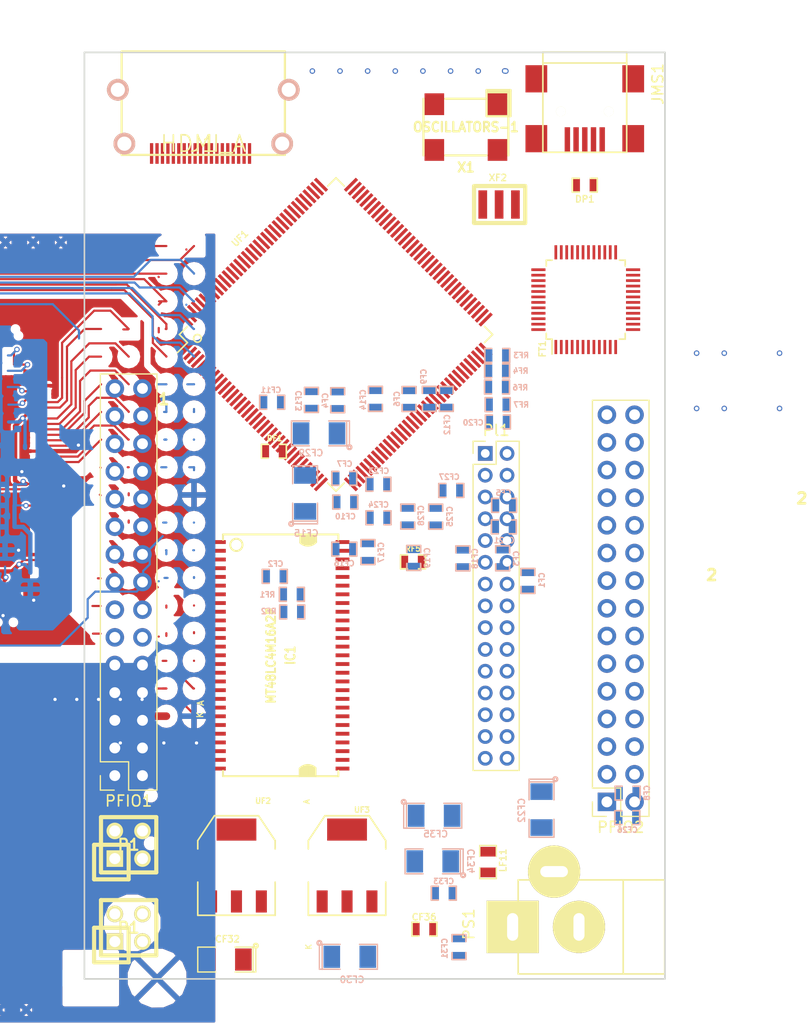
<source format=kicad_pcb>
(kicad_pcb (version 4) (host pcbnew 4.0.5)
  (layers (0 F.Cu signal hide) (1 Inner2.Cu power hide) (2 Inner1.Cu mixed hide) (31 B.Cu signal hide) (34 B.Paste user hide) (35 F.Paste user hide) (36 B.SilkS user hide) (37 F.SilkS user) (38 B.Mask user hide) (39 F.Mask user hide) (44 Edge.Cuts user))
  (net 0 "")
  (net 1 GND)
  (net 2 +3.3VDAC)
  (net 3 +1V2)
  (net 4 "Net-(RF1-Pad2)")
  (net 5 "Net-(RF2-Pad2)")
  (net 6 /spartan6/IO7)
  (net 7 /spartan6/IO17)
  (net 8 /spartan6/IO18)
  (net 9 /spartan6/IO19)
  (net 10 /spartan6/IO20)
  (net 11 /spartan6/IO21)
  (net 12 /spartan6/IO22)
  (net 13 /spartan6/IO23)
  (net 14 /spartan6/IO24)
  (net 15 /spartan6/IO25)
  (net 16 /spartan6/IO26)
  (net 17 /spartan6/IO27)
  (net 18 /spartan6/IO28)
  (net 19 /spartan6/IO29)
  (net 20 /spartan6/IO30)
  (net 21 /spartan6/IO31)
  (net 22 /spartan6/IO32)
  (net 23 /spartan6/IO33)
  (net 24 /spartan6/IO34)
  (net 25 /spartan6/IO35)
  (net 26 /spartan6/IO36)
  (net 27 /spartan6/IO37)
  (net 28 /spartan6/IO38)
  (net 29 /spartan6/IO39)
  (net 30 /spartan6/IO40)
  (net 31 /spartan6/IO41)
  (net 32 /spartan6/IO42)
  (net 33 /spartan6/IO43)
  (net 34 /spartan6/IO44)
  (net 35 /spartan6/IO45)
  (net 36 /spartan6/IO46)
  (net 37 /spartan6/IO47)
  (net 38 /spartan6/IO48)
  (net 39 /spartan6/IO49)
  (net 40 /spartan6/IO50)
  (net 41 /spartan6/IO51)
  (net 42 /spartan6/IO52)
  (net 43 /spartan6/IO53)
  (net 44 /spartan6/IO54)
  (net 45 /spartan6/IO55)
  (net 46 /spartan6/IO56)
  (net 47 /spartan6/IO57)
  (net 48 /spartan6/IO58)
  (net 49 /spartan6/IO59)
  (net 50 /spartan6/IO60)
  (net 51 /spartan6/IO61)
  (net 52 /spartan6/IO62)
  (net 53 /spartan6/IO63)
  (net 54 /spartan6/IO64)
  (net 55 /spartan6/IO65)
  (net 56 /spartan6/IO66)
  (net 57 /spartan6/IO67)
  (net 58 /spartan6/IO68)
  (net 59 /spartan6/IO69)
  (net 60 /spartan6/IO70)
  (net 61 /spartan6/IO71)
  (net 62 /spartan6/IO72)
  (net 63 /spartan6/IO73)
  (net 64 "Net-(DF1-Pad2)")
  (net 65 "Net-(RF3-Pad2)")
  (net 66 /spartan6/F_TCK)
  (net 67 "Net-(RF4-Pad2)")
  (net 68 /spartan6/F_TMS)
  (net 69 "Net-(RF6-Pad2)")
  (net 70 "Net-(RF7-Pad2)")
  (net 71 +5VA)
  (net 72 "Net-(CF38-Pad1)")
  (net 73 "Net-(CF40-Pad2)")
  (net 74 "Net-(CF41-Pad2)")
  (net 75 "Net-(FT1-Pad2)")
  (net 76 "Net-(FT1-Pad5)")
  (net 77 "Net-(FT1-Pad7)")
  (net 78 "Net-(FT1-Pad8)")
  (net 79 "Net-(FT1-Pad10)")
  (net 80 "Net-(FT1-Pad26)")
  (net 81 /serial_interface/RXD)
  (net 82 "Net-(JMS1-Pad2)")
  (net 83 "Net-(JMS1-Pad3)")
  (net 84 "Net-(DP1-Pad1)")
  (net 85 "Net-(FT1-Pad1)")
  (net 86 +3V3)
  (net 87 "Net-(FT1-Pad11)")
  (net 88 "Net-(FT1-Pad12)")
  (net 89 "Net-(FT1-Pad13)")
  (net 90 "Net-(FT1-Pad15)")
  (net 91 "Net-(FT1-Pad16)")
  (net 92 /serial_interface/nSRST)
  (net 93 "Net-(FT1-Pad19)")
  (net 94 "Net-(FT1-Pad27)")
  (net 95 "Net-(FT1-Pad28)")
  (net 96 "Net-(FT1-Pad29)")
  (net 97 "Net-(FT1-Pad30)")
  (net 98 "Net-(FT1-Pad32)")
  (net 99 "Net-(FT1-Pad33)")
  (net 100 "Net-(FT1-Pad35)")
  (net 101 "Net-(FT1-Pad36)")
  (net 102 "Net-(FT1-Pad37)")
  (net 103 "Net-(FT1-Pad38)")
  (net 104 "Net-(FT1-Pad41)")
  (net 105 "Net-(FT1-Pad48)")
  (net 106 "Net-(JMS1-Pad4)")
  (net 107 "Net-(PS1-Pad3)")
  (net 108 /spartan6/IO15)
  (net 109 "Net-(UF1-Pad71)")
  (net 110 "Net-(UF1-Pad72)")
  (net 111 "Net-(UF1-Pad73)")
  (net 112 +5V)
  (net 113 /serial_interface/nTRST)
  (net 114 /F_TDO)
  (net 115 /serial_interface/TDI)
  (net 116 /serial_interface/TXD)
  (net 117 /spartan6/DQ0)
  (net 118 /spartan6/DQ15)
  (net 119 /spartan6/DQ1)
  (net 120 /spartan6/DQ14)
  (net 121 /spartan6/DQ2)
  (net 122 /spartan6/DQ13)
  (net 123 /spartan6/DQ3)
  (net 124 /spartan6/DQ12)
  (net 125 /spartan6/DQ4)
  (net 126 /spartan6/DQ11)
  (net 127 /spartan6/DQ5)
  (net 128 /spartan6/DQ10)
  (net 129 /spartan6/DQ6)
  (net 130 /spartan6/DQ9)
  (net 131 /spartan6/DQ7)
  (net 132 /spartan6/DQ8)
  (net 133 /spartan6/DQML)
  (net 134 /spartan6/WE)
  (net 135 /spartan6/DQMH)
  (net 136 /spartan6/CAS)
  (net 137 /spartan6/CLK)
  (net 138 /spartan6/RAS)
  (net 139 /spartan6/CKE)
  (net 140 /spartan6/CS)
  (net 141 /spartan6/BA0)
  (net 142 /spartan6/A11)
  (net 143 /spartan6/BA1)
  (net 144 /spartan6/A9)
  (net 145 /spartan6/A10)
  (net 146 /spartan6/A8)
  (net 147 /spartan6/A0)
  (net 148 /spartan6/A7)
  (net 149 /spartan6/A1)
  (net 150 /spartan6/A6)
  (net 151 /spartan6/A2)
  (net 152 /spartan6/A5)
  (net 153 /spartan6/A3)
  (net 154 /spartan6/A4)
  (net 155 "Net-(J1-Pad13)")
  (net 156 "Net-(J1-Pad14)")
  (net 157 "Net-(J1-Pad15)")
  (net 158 "Net-(J1-Pad16)")
  (net 159 "Net-(J1-Pad17)")
  (net 160 "Net-(J1-Pad18)")
  (net 161 "Net-(J1-Pad19)")
  (net 162 /P_TDO)
  (net 163 /spartan6/AS7)
  (net 164 /spartan6/AS0)
  (net 165 "Net-(Pl1-Pad19)")
  (net 166 "Net-(Pl1-Pad20)")
  (net 167 "Net-(Pl1-Pad21)")
  (net 168 "Net-(Pl1-Pad22)")
  (net 169 "Net-(Pl1-Pad23)")
  (net 170 "Net-(Pl1-Pad24)")
  (net 171 "Net-(Pl1-Pad25)")
  (net 172 "Net-(Pl1-Pad26)")
  (net 173 "Net-(Pl1-Pad27)")
  (net 174 "Net-(Pl1-Pad28)")
  (net 175 "Net-(Pl1-Pad29)")
  (net 176 "Net-(Pl1-Pad30)")
  (net 177 "Net-(PFIO1-Pad9)")
  (net 178 "Net-(PFIO1-Pad10)")
  (net 179 "Net-(PFIO2-Pad25)")
  (net 180 "Net-(PFIO2-Pad26)")
  (net 181 "Net-(PFIO2-Pad27)")
  (net 182 "Net-(PFIO2-Pad28)")
  (net 183 "Net-(PFIO2-Pad29)")
  (net 184 "Net-(PFIO2-Pad30)")
  (net 185 /spartan6/FPGA_CLK)
  (module Housings_QFP:LQFP-144_20x20mm_Pitch0.5mm (layer F.Cu) (at 103.114 75.838 45)
    (fp_text reference UF1 (at 0 -12.475 45) (layer F.SilkS) (effects (font (size 0.6 0.6) (thickness 0.12))))
    (fp_text value XC6SLX9-2TQG144C hide)
    (pad 1 smd rect (at -10.7 -8.75 45) (size 1.55 0.3) (layers F.Cu F.Paste F.Mask) (net 140 /spartan6/CS))
    (pad 2 smd rect (at -10.7 -8.25 45) (size 1.55 0.3) (layers F.Cu F.Paste F.Mask) (net 138 /spartan6/RAS))
    (pad 3 smd rect (at -10.7 -7.75 45) (size 1.55 0.3) (layers F.Cu F.Paste F.Mask) (net 1 GND))
    (pad 4 smd rect (at -10.7 -7.25 45) (size 1.55 0.3) (layers F.Cu F.Paste F.Mask) (net 2 +3.3VDAC))
    (pad 5 smd rect (at -10.7 -6.75 45) (size 1.55 0.3) (layers F.Cu F.Paste F.Mask) (net 136 /spartan6/CAS))
    (pad 6 smd rect (at -10.7 -6.25 45) (size 1.55 0.3) (layers F.Cu F.Paste F.Mask) (net 134 /spartan6/WE))
    (pad 7 smd rect (at -10.7 -5.75 45) (size 1.55 0.3) (layers F.Cu F.Paste F.Mask) (net 133 /spartan6/DQML))
    (pad 8 smd rect (at -10.7 -5.25 45) (size 1.55 0.3) (layers F.Cu F.Paste F.Mask) (net 131 /spartan6/DQ7))
    (pad 9 smd rect (at -10.7 -4.75 45) (size 1.55 0.3) (layers F.Cu F.Paste F.Mask) (net 117 /spartan6/DQ0))
    (pad 10 smd rect (at -10.7 -4.25 45) (size 1.55 0.3) (layers F.Cu F.Paste F.Mask) (net 119 /spartan6/DQ1))
    (pad 11 smd rect (at -10.7 -3.75 45) (size 1.55 0.3) (layers F.Cu F.Paste F.Mask) (net 121 /spartan6/DQ2))
    (pad 12 smd rect (at -10.7 -3.25 45) (size 1.55 0.3) (layers F.Cu F.Paste F.Mask) (net 123 /spartan6/DQ3))
    (pad 13 smd rect (at -10.7 -2.75 45) (size 1.55 0.3) (layers F.Cu F.Paste F.Mask) (net 1 GND))
    (pad 14 smd rect (at -10.7 -2.25 45) (size 1.55 0.3) (layers F.Cu F.Paste F.Mask) (net 125 /spartan6/DQ4))
    (pad 15 smd rect (at -10.7 -1.75 45) (size 1.55 0.3) (layers F.Cu F.Paste F.Mask) (net 127 /spartan6/DQ5))
    (pad 16 smd rect (at -10.7 -1.25 45) (size 1.55 0.3) (layers F.Cu F.Paste F.Mask) (net 129 /spartan6/DQ6))
    (pad 17 smd rect (at -10.7 -0.75 45) (size 1.55 0.3) (layers F.Cu F.Paste F.Mask) (net 135 /spartan6/DQMH))
    (pad 18 smd rect (at -10.7 -0.25 45) (size 1.55 0.3) (layers F.Cu F.Paste F.Mask) (net 2 +3.3VDAC))
    (pad 19 smd rect (at -10.7 0.25 45) (size 1.55 0.3) (layers F.Cu F.Paste F.Mask) (net 3 +1V2))
    (pad 20 smd rect (at -10.7 0.75 45) (size 1.55 0.3) (layers F.Cu F.Paste F.Mask) (net 2 +3.3VDAC))
    (pad 21 smd rect (at -10.7 1.25 45) (size 1.55 0.3) (layers F.Cu F.Paste F.Mask) (net 132 /spartan6/DQ8))
    (pad 22 smd rect (at -10.7 1.75 45) (size 1.55 0.3) (layers F.Cu F.Paste F.Mask) (net 130 /spartan6/DQ9))
    (pad 23 smd rect (at -10.7 2.25 45) (size 1.55 0.3) (layers F.Cu F.Paste F.Mask) (net 128 /spartan6/DQ10))
    (pad 24 smd rect (at -10.7 2.75 45) (size 1.55 0.3) (layers F.Cu F.Paste F.Mask) (net 126 /spartan6/DQ11))
    (pad 25 smd rect (at -10.7 3.25 45) (size 1.55 0.3) (layers F.Cu F.Paste F.Mask) (net 1 GND))
    (pad 26 smd rect (at -10.7 3.75 45) (size 1.55 0.3) (layers F.Cu F.Paste F.Mask) (net 124 /spartan6/DQ12))
    (pad 27 smd rect (at -10.7 4.25 45) (size 1.55 0.3) (layers F.Cu F.Paste F.Mask) (net 122 /spartan6/DQ13))
    (pad 28 smd rect (at -10.7 4.75 45) (size 1.55 0.3) (layers F.Cu F.Paste F.Mask) (net 3 +1V2))
    (pad 29 smd rect (at -10.7 5.25 45) (size 1.55 0.3) (layers F.Cu F.Paste F.Mask) (net 120 /spartan6/DQ14))
    (pad 30 smd rect (at -10.7 5.75 45) (size 1.55 0.3) (layers F.Cu F.Paste F.Mask) (net 118 /spartan6/DQ15))
    (pad 31 smd rect (at -10.7 6.25 45) (size 1.55 0.3) (layers F.Cu F.Paste F.Mask) (net 2 +3.3VDAC))
    (pad 32 smd rect (at -10.7 6.75 45) (size 1.55 0.3) (layers F.Cu F.Paste F.Mask) (net 137 /spartan6/CLK))
    (pad 33 smd rect (at -10.7 7.25 45) (size 1.55 0.3) (layers F.Cu F.Paste F.Mask) (net 139 /spartan6/CKE))
    (pad 34 smd rect (at -10.7 7.75 45) (size 1.55 0.3) (layers F.Cu F.Paste F.Mask) (net 108 /spartan6/IO15))
    (pad 35 smd rect (at -10.7 8.25 45) (size 1.55 0.3) (layers F.Cu F.Paste F.Mask) (net 142 /spartan6/A11))
    (pad 36 smd rect (at -10.7 8.75 45) (size 1.55 0.3) (layers F.Cu F.Paste F.Mask) (net 2 +3.3VDAC))
    (pad 37 smd rect (at -8.75 10.7 135) (size 1.55 0.3) (layers F.Cu F.Paste F.Mask) (net 4 "Net-(RF1-Pad2)"))
    (pad 38 smd rect (at -8.25 10.7 135) (size 1.55 0.3) (layers F.Cu F.Paste F.Mask) (net 5 "Net-(RF2-Pad2)"))
    (pad 39 smd rect (at -7.75 10.7 135) (size 1.55 0.3) (layers F.Cu F.Paste F.Mask) (net 163 /spartan6/AS7))
    (pad 40 smd rect (at -7.25 10.7 135) (size 1.55 0.3) (layers F.Cu F.Paste F.Mask) (net 144 /spartan6/A9))
    (pad 41 smd rect (at -6.75 10.7 135) (size 1.55 0.3) (layers F.Cu F.Paste F.Mask) (net 146 /spartan6/A8))
    (pad 42 smd rect (at -6.25 10.7 135) (size 1.55 0.3) (layers F.Cu F.Paste F.Mask) (net 2 +3.3VDAC))
    (pad 43 smd rect (at -5.75 10.7 135) (size 1.55 0.3) (layers F.Cu F.Paste F.Mask) (net 148 /spartan6/A7))
    (pad 44 smd rect (at -5.25 10.7 135) (size 1.55 0.3) (layers F.Cu F.Paste F.Mask) (net 150 /spartan6/A6))
    (pad 45 smd rect (at -4.75 10.7 135) (size 1.55 0.3) (layers F.Cu F.Paste F.Mask) (net 152 /spartan6/A5))
    (pad 46 smd rect (at -4.25 10.7 135) (size 1.55 0.3) (layers F.Cu F.Paste F.Mask) (net 154 /spartan6/A4))
    (pad 47 smd rect (at -3.75 10.7 135) (size 1.55 0.3) (layers F.Cu F.Paste F.Mask) (net 164 /spartan6/AS0))
    (pad 48 smd rect (at -3.25 10.7 135) (size 1.55 0.3) (layers F.Cu F.Paste F.Mask) (net 7 /spartan6/IO17))
    (pad 49 smd rect (at -2.75 10.7 135) (size 1.55 0.3) (layers F.Cu F.Paste F.Mask) (net 1 GND))
    (pad 50 smd rect (at -2.25 10.7 135) (size 1.55 0.3) (layers F.Cu F.Paste F.Mask) (net 8 /spartan6/IO18))
    (pad 51 smd rect (at -1.75 10.7 135) (size 1.55 0.3) (layers F.Cu F.Paste F.Mask) (net 9 /spartan6/IO19))
    (pad 52 smd rect (at -1.25 10.7 135) (size 1.55 0.3) (layers F.Cu F.Paste F.Mask) (net 3 +1V2))
    (pad 53 smd rect (at -0.75 10.7 135) (size 1.55 0.3) (layers F.Cu F.Paste F.Mask) (net 2 +3.3VDAC))
    (pad 54 smd rect (at -0.25 10.7 135) (size 1.55 0.3) (layers F.Cu F.Paste F.Mask) (net 1 GND))
    (pad 55 smd rect (at 0.25 10.7 135) (size 1.55 0.3) (layers F.Cu F.Paste F.Mask) (net 10 /spartan6/IO20))
    (pad 56 smd rect (at 0.75 10.7 135) (size 1.55 0.3) (layers F.Cu F.Paste F.Mask) (net 11 /spartan6/IO21))
    (pad 57 smd rect (at 1.25 10.7 135) (size 1.55 0.3) (layers F.Cu F.Paste F.Mask) (net 12 /spartan6/IO22))
    (pad 58 smd rect (at 1.75 10.7 135) (size 1.55 0.3) (layers F.Cu F.Paste F.Mask) (net 13 /spartan6/IO23))
    (pad 59 smd rect (at 2.25 10.7 135) (size 1.55 0.3) (layers F.Cu F.Paste F.Mask) (net 14 /spartan6/IO24))
    (pad 60 smd rect (at 2.75 10.7 135) (size 1.55 0.3) (layers F.Cu F.Paste F.Mask) (net 1 GND))
    (pad 61 smd rect (at 3.25 10.7 135) (size 1.55 0.3) (layers F.Cu F.Paste F.Mask) (net 15 /spartan6/IO25))
    (pad 62 smd rect (at 3.75 10.7 135) (size 1.55 0.3) (layers F.Cu F.Paste F.Mask) (net 16 /spartan6/IO26))
    (pad 63 smd rect (at 4.25 10.7 135) (size 1.55 0.3) (layers F.Cu F.Paste F.Mask) (net 2 +3.3VDAC))
    (pad 64 smd rect (at 4.75 10.7 135) (size 1.55 0.3) (layers F.Cu F.Paste F.Mask) (net 17 /spartan6/IO27))
    (pad 65 smd rect (at 5.25 10.7 135) (size 1.55 0.3) (layers F.Cu F.Paste F.Mask) (net 18 /spartan6/IO28))
    (pad 66 smd rect (at 5.75 10.7 135) (size 1.55 0.3) (layers F.Cu F.Paste F.Mask) (net 19 /spartan6/IO29))
    (pad 67 smd rect (at 6.25 10.7 135) (size 1.55 0.3) (layers F.Cu F.Paste F.Mask) (net 20 /spartan6/IO30))
    (pad 68 smd rect (at 6.75 10.7 135) (size 1.55 0.3) (layers F.Cu F.Paste F.Mask) (net 1 GND))
    (pad 69 smd rect (at 7.25 10.7 135) (size 1.55 0.3) (layers F.Cu F.Paste F.Mask) (net 2 +3.3VDAC))
    (pad 70 smd rect (at 7.75 10.7 135) (size 1.55 0.3) (layers F.Cu F.Paste F.Mask) (net 21 /spartan6/IO31))
    (pad 71 smd rect (at 8.25 10.7 135) (size 1.55 0.3) (layers F.Cu F.Paste F.Mask) (net 109 "Net-(UF1-Pad71)"))
    (pad 72 smd rect (at 8.75 10.7 135) (size 1.55 0.3) (layers F.Cu F.Paste F.Mask) (net 110 "Net-(UF1-Pad72)"))
    (pad 73 smd rect (at 10.7 8.75 45) (size 1.55 0.3) (layers F.Cu F.Paste F.Mask) (net 111 "Net-(UF1-Pad73)"))
    (pad 74 smd rect (at 10.7 8.25 45) (size 1.55 0.3) (layers F.Cu F.Paste F.Mask) (net 22 /spartan6/IO32))
    (pad 75 smd rect (at 10.7 7.75 45) (size 1.55 0.3) (layers F.Cu F.Paste F.Mask) (net 23 /spartan6/IO33))
    (pad 76 smd rect (at 10.7 7.25 45) (size 1.55 0.3) (layers F.Cu F.Paste F.Mask) (net 2 +3.3VDAC))
    (pad 77 smd rect (at 10.7 6.75 45) (size 1.55 0.3) (layers F.Cu F.Paste F.Mask) (net 1 GND))
    (pad 78 smd rect (at 10.7 6.25 45) (size 1.55 0.3) (layers F.Cu F.Paste F.Mask) (net 24 /spartan6/IO34))
    (pad 79 smd rect (at 10.7 5.75 45) (size 1.55 0.3) (layers F.Cu F.Paste F.Mask) (net 25 /spartan6/IO35))
    (pad 80 smd rect (at 10.7 5.25 45) (size 1.55 0.3) (layers F.Cu F.Paste F.Mask) (net 26 /spartan6/IO36))
    (pad 81 smd rect (at 10.7 4.75 45) (size 1.55 0.3) (layers F.Cu F.Paste F.Mask) (net 27 /spartan6/IO37))
    (pad 82 smd rect (at 10.7 4.25 45) (size 1.55 0.3) (layers F.Cu F.Paste F.Mask) (net 28 /spartan6/IO38))
    (pad 83 smd rect (at 10.7 3.75 45) (size 1.55 0.3) (layers F.Cu F.Paste F.Mask) (net 29 /spartan6/IO39))
    (pad 84 smd rect (at 10.7 3.25 45) (size 1.55 0.3) (layers F.Cu F.Paste F.Mask) (net 30 /spartan6/IO40))
    (pad 85 smd rect (at 10.7 2.75 45) (size 1.55 0.3) (layers F.Cu F.Paste F.Mask) (net 31 /spartan6/IO41))
    (pad 86 smd rect (at 10.7 2.25 45) (size 1.55 0.3) (layers F.Cu F.Paste F.Mask) (net 2 +3.3VDAC))
    (pad 87 smd rect (at 10.7 1.75 45) (size 1.55 0.3) (layers F.Cu F.Paste F.Mask) (net 32 /spartan6/IO42))
    (pad 88 smd rect (at 10.7 1.25 45) (size 1.55 0.3) (layers F.Cu F.Paste F.Mask) (net 33 /spartan6/IO43))
    (pad 89 smd rect (at 10.7 0.75 45) (size 1.55 0.3) (layers F.Cu F.Paste F.Mask) (net 3 +1V2))
    (pad 90 smd rect (at 10.7 0.25 45) (size 1.55 0.3) (layers F.Cu F.Paste F.Mask) (net 2 +3.3VDAC))
    (pad 91 smd rect (at 10.7 -0.25 45) (size 1.55 0.3) (layers F.Cu F.Paste F.Mask) (net 1 GND))
    (pad 92 smd rect (at 10.7 -0.75 45) (size 1.55 0.3) (layers F.Cu F.Paste F.Mask) (net 34 /spartan6/IO44))
    (pad 93 smd rect (at 10.7 -1.25 45) (size 1.55 0.3) (layers F.Cu F.Paste F.Mask) (net 35 /spartan6/IO45))
    (pad 94 smd rect (at 10.7 -1.75 45) (size 1.55 0.3) (layers F.Cu F.Paste F.Mask) (net 185 /spartan6/FPGA_CLK))
    (pad 95 smd rect (at 10.7 -2.25 45) (size 1.55 0.3) (layers F.Cu F.Paste F.Mask) (net 37 /spartan6/IO47))
    (pad 96 smd rect (at 10.7 -2.75 45) (size 1.55 0.3) (layers F.Cu F.Paste F.Mask) (net 1 GND))
    (pad 97 smd rect (at 10.7 -3.25 45) (size 1.55 0.3) (layers F.Cu F.Paste F.Mask) (net 38 /spartan6/IO48))
    (pad 98 smd rect (at 10.7 -3.75 45) (size 1.55 0.3) (layers F.Cu F.Paste F.Mask) (net 39 /spartan6/IO49))
    (pad 99 smd rect (at 10.7 -4.25 45) (size 1.55 0.3) (layers F.Cu F.Paste F.Mask) (net 40 /spartan6/IO50))
    (pad 100 smd rect (at 10.7 -4.75 45) (size 1.55 0.3) (layers F.Cu F.Paste F.Mask) (net 41 /spartan6/IO51))
    (pad 101 smd rect (at 10.7 -5.25 45) (size 1.55 0.3) (layers F.Cu F.Paste F.Mask) (net 42 /spartan6/IO52))
    (pad 102 smd rect (at 10.7 -5.75 45) (size 1.55 0.3) (layers F.Cu F.Paste F.Mask) (net 43 /spartan6/IO53))
    (pad 103 smd rect (at 10.7 -6.25 45) (size 1.55 0.3) (layers F.Cu F.Paste F.Mask) (net 2 +3.3VDAC))
    (pad 104 smd rect (at 10.7 -6.75 45) (size 1.55 0.3) (layers F.Cu F.Paste F.Mask) (net 44 /spartan6/IO54))
    (pad 105 smd rect (at 10.7 -7.25 45) (size 1.55 0.3) (layers F.Cu F.Paste F.Mask) (net 45 /spartan6/IO55))
    (pad 106 smd rect (at 10.7 -7.75 45) (size 1.55 0.3) (layers F.Cu F.Paste F.Mask) (net 70 "Net-(RF7-Pad2)"))
    (pad 107 smd rect (at 10.7 -8.25 45) (size 1.55 0.3) (layers F.Cu F.Paste F.Mask) (net 69 "Net-(RF6-Pad2)"))
    (pad 108 smd rect (at 10.7 -8.75 45) (size 1.55 0.3) (layers F.Cu F.Paste F.Mask) (net 1 GND))
    (pad 109 smd rect (at 8.75 -10.7 135) (size 1.55 0.3) (layers F.Cu F.Paste F.Mask) (net 67 "Net-(RF4-Pad2)"))
    (pad 110 smd rect (at 8.25 -10.7 135) (size 1.55 0.3) (layers F.Cu F.Paste F.Mask) (net 65 "Net-(RF3-Pad2)"))
    (pad 111 smd rect (at 7.75 -10.7 135) (size 1.55 0.3) (layers F.Cu F.Paste F.Mask) (net 46 /spartan6/IO56))
    (pad 112 smd rect (at 7.25 -10.7 135) (size 1.55 0.3) (layers F.Cu F.Paste F.Mask) (net 47 /spartan6/IO57))
    (pad 113 smd rect (at 6.75 -10.7 135) (size 1.55 0.3) (layers F.Cu F.Paste F.Mask) (net 1 GND))
    (pad 114 smd rect (at 6.25 -10.7 135) (size 1.55 0.3) (layers F.Cu F.Paste F.Mask) (net 48 /spartan6/IO58))
    (pad 115 smd rect (at 5.75 -10.7 135) (size 1.55 0.3) (layers F.Cu F.Paste F.Mask) (net 49 /spartan6/IO59))
    (pad 116 smd rect (at 5.25 -10.7 135) (size 1.55 0.3) (layers F.Cu F.Paste F.Mask) (net 50 /spartan6/IO60))
    (pad 117 smd rect (at 4.75 -10.7 135) (size 1.55 0.3) (layers F.Cu F.Paste F.Mask) (net 51 /spartan6/IO61))
    (pad 118 smd rect (at 4.25 -10.7 135) (size 1.55 0.3) (layers F.Cu F.Paste F.Mask) (net 52 /spartan6/IO62))
    (pad 119 smd rect (at 3.75 -10.7 135) (size 1.55 0.3) (layers F.Cu F.Paste F.Mask) (net 53 /spartan6/IO63))
    (pad 120 smd rect (at 3.25 -10.7 135) (size 1.55 0.3) (layers F.Cu F.Paste F.Mask) (net 54 /spartan6/IO64))
    (pad 121 smd rect (at 2.75 -10.7 135) (size 1.55 0.3) (layers F.Cu F.Paste F.Mask) (net 55 /spartan6/IO65))
    (pad 122 smd rect (at 2.25 -10.7 135) (size 1.55 0.3) (layers F.Cu F.Paste F.Mask) (net 2 +3.3VDAC))
    (pad 123 smd rect (at 1.75 -10.7 135) (size 1.55 0.3) (layers F.Cu F.Paste F.Mask) (net 56 /spartan6/IO66))
    (pad 124 smd rect (at 1.25 -10.7 135) (size 1.55 0.3) (layers F.Cu F.Paste F.Mask) (net 57 /spartan6/IO67))
    (pad 125 smd rect (at 0.75 -10.7 135) (size 1.55 0.3) (layers F.Cu F.Paste F.Mask) (net 2 +3.3VDAC))
    (pad 126 smd rect (at 0.25 -10.7 135) (size 1.55 0.3) (layers F.Cu F.Paste F.Mask) (net 58 /spartan6/IO68))
    (pad 127 smd rect (at -0.25 -10.7 135) (size 1.55 0.3) (layers F.Cu F.Paste F.Mask) (net 59 /spartan6/IO69))
    (pad 128 smd rect (at -0.75 -10.7 135) (size 1.55 0.3) (layers F.Cu F.Paste F.Mask) (net 3 +1V2))
    (pad 129 smd rect (at -1.25 -10.7 135) (size 1.55 0.3) (layers F.Cu F.Paste F.Mask) (net 2 +3.3VDAC))
    (pad 130 smd rect (at -1.75 -10.7 135) (size 1.55 0.3) (layers F.Cu F.Paste F.Mask) (net 1 GND))
    (pad 131 smd rect (at -2.25 -10.7 135) (size 1.55 0.3) (layers F.Cu F.Paste F.Mask) (net 60 /spartan6/IO70))
    (pad 132 smd rect (at -2.75 -10.7 135) (size 1.55 0.3) (layers F.Cu F.Paste F.Mask) (net 61 /spartan6/IO71))
    (pad 133 smd rect (at -3.25 -10.7 135) (size 1.55 0.3) (layers F.Cu F.Paste F.Mask) (net 62 /spartan6/IO72))
    (pad 134 smd rect (at -3.75 -10.7 135) (size 1.55 0.3) (layers F.Cu F.Paste F.Mask) (net 63 /spartan6/IO73))
    (pad 135 smd rect (at -4.25 -10.7 135) (size 1.55 0.3) (layers F.Cu F.Paste F.Mask) (net 2 +3.3VDAC))
    (pad 136 smd rect (at -4.75 -10.7 135) (size 1.55 0.3) (layers F.Cu F.Paste F.Mask) (net 1 GND))
    (pad 137 smd rect (at -5.25 -10.7 135) (size 1.55 0.3) (layers F.Cu F.Paste F.Mask) (net 153 /spartan6/A3))
    (pad 138 smd rect (at -5.75 -10.7 135) (size 1.55 0.3) (layers F.Cu F.Paste F.Mask) (net 151 /spartan6/A2))
    (pad 139 smd rect (at -6.25 -10.7 135) (size 1.55 0.3) (layers F.Cu F.Paste F.Mask) (net 149 /spartan6/A1))
    (pad 140 smd rect (at -6.75 -10.7 135) (size 1.55 0.3) (layers F.Cu F.Paste F.Mask) (net 147 /spartan6/A0))
    (pad 141 smd rect (at -7.25 -10.7 135) (size 1.55 0.3) (layers F.Cu F.Paste F.Mask) (net 145 /spartan6/A10))
    (pad 142 smd rect (at -7.75 -10.7 135) (size 1.55 0.3) (layers F.Cu F.Paste F.Mask) (net 143 /spartan6/BA1))
    (pad 143 smd rect (at -8.25 -10.7 135) (size 1.55 0.3) (layers F.Cu F.Paste F.Mask) (net 141 /spartan6/BA0))
    (pad 144 smd rect (at -8.75 -10.7 135) (size 1.55 0.3) (layers F.Cu F.Paste F.Mask) (net 2 +3.3VDAC))
  )
  (module hackrf:GSG-HEADER-2x2 (layer F.Cu) (at 84.064 130.321)
    (fp_text reference P1 (at 0 0) (layer F.SilkS) (effects (font (size 1.016 1.016) (thickness 0.2032))))
    (fp_text value CONN_02X15 hide)
    (pad 1 thru_hole rect (at -1.27 1.27) (size 1.524 1.524) (drill 1.016) (layers *.Cu *.Mask F.SilkS) (net 2 +3.3VDAC))
    (pad 2 thru_hole circle (at -1.27 -1.27) (size 1.524 1.524) (drill 1.016) (layers *.Cu *.Mask F.SilkS) (net 2 +3.3VDAC))
    (pad 3 thru_hole circle (at 1.27 1.27) (size 1.524 1.524) (drill 1.016) (layers *.Cu *.Mask F.SilkS) (net 2 +3.3VDAC))
    (pad 4 thru_hole circle (at 1.27 -1.27) (size 1.524 1.524) (drill 1.016) (layers *.Cu *.Mask F.SilkS) (net 1 GND))
  )
  (module SM0603 (layer B.Cu) (at 120.75 98.47 270)
    (fp_text reference CF1 (at -0.07 -1.28 450) (layer B.SilkS) (effects (font (size 0.5 0.5) (thickness 0.12)) (justify mirror)))
    (fp_text value 0.1uF hide)
    (pad 1 smd rect (at -0.762 0 270) (size 0.635 1.143) (layers B.Cu B.Paste B.Mask) (net 2 +3.3VDAC))
    (pad 2 smd rect (at 0.762 0 270) (size 0.635 1.143) (layers B.Cu B.Paste B.Mask) (net 1 GND))
  )
  (module SM0603 (layer B.Cu) (at 97.49 98.05 180)
    (fp_text reference CF2 (at -0.07 1.15 360) (layer B.SilkS) (effects (font (size 0.5 0.5) (thickness 0.12)) (justify mirror)))
    (fp_text value 0.1uF hide)
    (pad 1 smd rect (at -0.762 0 180) (size 0.635 1.143) (layers B.Cu B.Paste B.Mask) (net 2 +3.3VDAC))
    (pad 2 smd rect (at 0.762 0 180) (size 0.635 1.143) (layers B.Cu B.Paste B.Mask) (net 1 GND))
  )
  (module SM0603 (layer B.Cu) (at 118.43 96.39 90)
    (fp_text reference CF3 (at -0.02 1.26 270) (layer B.SilkS) (effects (font (size 0.5 0.5) (thickness 0.12)) (justify mirror)))
    (fp_text value 0.1uF hide)
    (pad 1 smd rect (at -0.762 0 90) (size 0.635 1.143) (layers B.Cu B.Paste B.Mask) (net 2 +3.3VDAC))
    (pad 2 smd rect (at 0.762 0 90) (size 0.635 1.143) (layers B.Cu B.Paste B.Mask) (net 1 GND))
  )
  (module SM0603 (layer B.Cu) (at 103.2724 81.8724 270)
    (fp_text reference CF4 (at 0.03 1.14 450) (layer B.SilkS) (effects (font (size 0.5 0.5) (thickness 0.12)) (justify mirror)))
    (fp_text value 0.1uF hide)
    (pad 1 smd rect (at -0.762 0 270) (size 0.635 1.143) (layers B.Cu B.Paste B.Mask) (net 2 +3.3VDAC))
    (pad 2 smd rect (at 0.762 0 270) (size 0.635 1.143) (layers B.Cu B.Paste B.Mask) (net 1 GND))
  )
  (module SM0603 (layer B.Cu) (at 118.56 91.53 180)
    (fp_text reference CF5 (at 0.06 1.15 360) (layer B.SilkS) (effects (font (size 0.5 0.5) (thickness 0.12)) (justify mirror)))
    (fp_text value 0.1uF hide)
    (pad 1 smd rect (at -0.762 0 180) (size 0.635 1.143) (layers B.Cu B.Paste B.Mask) (net 2 +3.3VDAC))
    (pad 2 smd rect (at 0.762 0 180) (size 0.635 1.143) (layers B.Cu B.Paste B.Mask) (net 1 GND))
  )
  (module SM0603 (layer B.Cu) (at 109.83 81.76 270)
    (fp_text reference CF6 (at -0.01 1.11 450) (layer B.SilkS) (effects (font (size 0.5 0.5) (thickness 0.12)) (justify mirror)))
    (fp_text value 0.1uF hide)
    (pad 1 smd rect (at -0.762 0 270) (size 0.635 1.143) (layers B.Cu B.Paste B.Mask) (net 2 +3.3VDAC))
    (pad 2 smd rect (at 0.762 0 270) (size 0.635 1.143) (layers B.Cu B.Paste B.Mask) (net 1 GND))
  )
  (module SM0603 (layer B.Cu) (at 103.88 89.05)
    (fp_text reference CF7 (at 0.03 -1.33 180) (layer B.SilkS) (effects (font (size 0.5 0.5) (thickness 0.12)) (justify mirror)))
    (fp_text value 0.1uF hide)
    (pad 1 smd rect (at -0.762 0) (size 0.635 1.143) (layers B.Cu B.Paste B.Mask) (net 2 +3.3VDAC))
    (pad 2 smd rect (at 0.762 0) (size 0.635 1.143) (layers B.Cu B.Paste B.Mask) (net 1 GND))
  )
  (module SM0603 (layer B.Cu) (at 129.91 117.96)
    (fp_text reference CF8 (at 1.778 -0.0254 270) (layer B.SilkS) (effects (font (size 0.5 0.5) (thickness 0.12)) (justify mirror)))
    (fp_text value 0.1uF hide)
    (pad 1 smd rect (at -0.762 0) (size 0.635 1.143) (layers B.Cu B.Paste B.Mask) (net 2 +3.3VDAC))
    (pad 2 smd rect (at 0.762 0) (size 0.635 1.143) (layers B.Cu B.Paste B.Mask) (net 1 GND))
  )
  (module SM0603 (layer B.Cu) (at 111.69 81.75 270)
    (fp_text reference CF9 (at -2.05 0.52 450) (layer B.SilkS) (effects (font (size 0.5 0.5) (thickness 0.12)) (justify mirror)))
    (fp_text value 0.1uF hide)
    (pad 1 smd rect (at -0.762 0 270) (size 0.635 1.143) (layers B.Cu B.Paste B.Mask) (net 2 +3.3VDAC))
    (pad 2 smd rect (at 0.762 0 270) (size 0.635 1.143) (layers B.Cu B.Paste B.Mask) (net 1 GND))
  )
  (module SM0603 (layer B.Cu) (at 103.97 91.229)
    (fp_text reference CF10 (at 0.01 1.321 180) (layer B.SilkS) (effects (font (size 0.5 0.5) (thickness 0.12)) (justify mirror)))
    (fp_text value 0.1uF hide)
    (pad 1 smd rect (at -0.762 0) (size 0.635 1.143) (layers B.Cu B.Paste B.Mask) (net 2 +3.3VDAC))
    (pad 2 smd rect (at 0.762 0) (size 0.635 1.143) (layers B.Cu B.Paste B.Mask) (net 1 GND))
  )
  (module SM0603 (layer B.Cu) (at 97.25 82.06 180)
    (fp_text reference CF11 (at 0.12 1.12 360) (layer B.SilkS) (effects (font (size 0.5 0.5) (thickness 0.12)) (justify mirror)))
    (fp_text value 0.1uF hide)
    (pad 1 smd rect (at -0.762 0 180) (size 0.635 1.143) (layers B.Cu B.Paste B.Mask) (net 2 +3.3VDAC))
    (pad 2 smd rect (at 0.762 0 180) (size 0.635 1.143) (layers B.Cu B.Paste B.Mask) (net 1 GND))
  )
  (module SM0603 (layer B.Cu) (at 113.25 81.75 270)
    (fp_text reference CF12 (at 2.37 -0.08 450) (layer B.SilkS) (effects (font (size 0.5 0.5) (thickness 0.12)) (justify mirror)))
    (fp_text value 0.1uF hide)
    (pad 1 smd rect (at -0.762 0 270) (size 0.635 1.143) (layers B.Cu B.Paste B.Mask) (net 2 +3.3VDAC))
    (pad 2 smd rect (at 0.762 0 270) (size 0.635 1.143) (layers B.Cu B.Paste B.Mask) (net 1 GND))
  )
  (module SM0603 (layer B.Cu) (at 100.8594 81.847 270)
    (fp_text reference CF13 (at 0.08 1.16 450) (layer B.SilkS) (effects (font (size 0.5 0.5) (thickness 0.12)) (justify mirror)))
    (fp_text value 0.1uF hide)
    (pad 1 smd rect (at -0.762 0 270) (size 0.635 1.143) (layers B.Cu B.Paste B.Mask) (net 2 +3.3VDAC))
    (pad 2 smd rect (at 0.762 0 270) (size 0.635 1.143) (layers B.Cu B.Paste B.Mask) (net 1 GND))
  )
  (module SM0603 (layer B.Cu) (at 106.74 81.75 270)
    (fp_text reference CF14 (at 0.08 1.14 450) (layer B.SilkS) (effects (font (size 0.5 0.5) (thickness 0.12)) (justify mirror)))
    (fp_text value 1uF hide)
    (pad 1 smd rect (at -0.762 0 270) (size 0.635 1.143) (layers B.Cu B.Paste B.Mask) (net 2 +3.3VDAC))
    (pad 2 smd rect (at 0.762 0 270) (size 0.635 1.143) (layers B.Cu B.Paste B.Mask) (net 1 GND))
  )
  (module SM0603 (layer B.Cu) (at 103.88 95.55)
    (fp_text reference CF16 (at -0.01 1.31 180) (layer B.SilkS) (effects (font (size 0.5 0.5) (thickness 0.12)) (justify mirror)))
    (fp_text value 0.1uF hide)
    (pad 1 smd rect (at -0.762 0) (size 0.635 1.143) (layers B.Cu B.Paste B.Mask) (net 2 +3.3VDAC))
    (pad 2 smd rect (at 0.762 0) (size 0.635 1.143) (layers B.Cu B.Paste B.Mask) (net 1 GND))
  )
  (module SM0603 (layer B.Cu) (at 106.05 95.82 90)
    (fp_text reference CF17 (at -0.03 1.21 270) (layer B.SilkS) (effects (font (size 0.5 0.5) (thickness 0.12)) (justify mirror)))
    (fp_text value 0.1uF hide)
    (pad 1 smd rect (at -0.762 0 90) (size 0.635 1.143) (layers B.Cu B.Paste B.Mask) (net 2 +3.3VDAC))
    (pad 2 smd rect (at 0.762 0 90) (size 0.635 1.143) (layers B.Cu B.Paste B.Mask) (net 1 GND))
  )
  (module SM0603 (layer B.Cu) (at 114.77 96.4 90)
    (fp_text reference CF18 (at -0.02 1.11 270) (layer B.SilkS) (effects (font (size 0.5 0.5) (thickness 0.12)) (justify mirror)))
    (fp_text value 0.1uF hide)
    (pad 1 smd rect (at -0.762 0 90) (size 0.635 1.143) (layers B.Cu B.Paste B.Mask) (net 2 +3.3VDAC))
    (pad 2 smd rect (at 0.762 0 90) (size 0.635 1.143) (layers B.Cu B.Paste B.Mask) (net 1 GND))
  )
  (module SM0603 (layer B.Cu) (at 110.26 96.36 90)
    (fp_text reference CF19 (at 0.01 1.24 270) (layer B.SilkS) (effects (font (size 0.5 0.5) (thickness 0.12)) (justify mirror)))
    (fp_text value 0.1uF hide)
    (pad 1 smd rect (at -0.762 0 90) (size 0.635 1.143) (layers B.Cu B.Paste B.Mask) (net 2 +3.3VDAC))
    (pad 2 smd rect (at 0.762 0 90) (size 0.635 1.143) (layers B.Cu B.Paste B.Mask) (net 1 GND))
  )
  (module SM0603 (layer B.Cu) (at 117.99 83.87 180)
    (fp_text reference CF20 (at 2.27 -0.06 360) (layer B.SilkS) (effects (font (size 0.5 0.5) (thickness 0.12)) (justify mirror)))
    (fp_text value 0.1uF hide)
    (pad 1 smd rect (at -0.762 0 180) (size 0.635 1.143) (layers B.Cu B.Paste B.Mask) (net 2 +3.3VDAC))
    (pad 2 smd rect (at 0.762 0 180) (size 0.635 1.143) (layers B.Cu B.Paste B.Mask) (net 1 GND))
  )
  (module SM0603 (layer B.Cu) (at 118.5378 93.5056 180)
    (fp_text reference CF21 (at -0.0254 -1.2446 360) (layer B.SilkS) (effects (font (size 0.5 0.5) (thickness 0.12)) (justify mirror)))
    (fp_text value 1uF hide)
    (pad 1 smd rect (at -0.762 0 180) (size 0.635 1.143) (layers B.Cu B.Paste B.Mask) (net 2 +3.3VDAC))
    (pad 2 smd rect (at 0.762 0 180) (size 0.635 1.143) (layers B.Cu B.Paste B.Mask) (net 1 GND))
  )
  (module SM0603 (layer B.Cu) (at 107.01 89.59)
    (fp_text reference CF23 (at 0.04 -1.22 180) (layer B.SilkS) (effects (font (size 0.5 0.5) (thickness 0.12)) (justify mirror)))
    (fp_text value 0.1uF hide)
    (pad 1 smd rect (at -0.762 0) (size 0.635 1.143) (layers B.Cu B.Paste B.Mask) (net 3 +1V2))
    (pad 2 smd rect (at 0.762 0) (size 0.635 1.143) (layers B.Cu B.Paste B.Mask) (net 1 GND))
  )
  (module SM0603 (layer B.Cu) (at 107.02 92.67)
    (fp_text reference CF24 (at 0 -1.2 180) (layer B.SilkS) (effects (font (size 0.5 0.5) (thickness 0.12)) (justify mirror)))
    (fp_text value 0.1uF hide)
    (pad 1 smd rect (at -0.762 0) (size 0.635 1.143) (layers B.Cu B.Paste B.Mask) (net 3 +1V2))
    (pad 2 smd rect (at 0.762 0) (size 0.635 1.143) (layers B.Cu B.Paste B.Mask) (net 1 GND))
  )
  (module SM0603 (layer B.Cu) (at 112.2767 92.5658 90)
    (fp_text reference CF25 (at 0.0127 1.2954 270) (layer B.SilkS) (effects (font (size 0.5 0.5) (thickness 0.12)) (justify mirror)))
    (fp_text value 0.1uF hide)
    (pad 1 smd rect (at -0.762 0 90) (size 0.635 1.143) (layers B.Cu B.Paste B.Mask) (net 3 +1V2))
    (pad 2 smd rect (at 0.762 0 90) (size 0.635 1.143) (layers B.Cu B.Paste B.Mask) (net 1 GND))
  )
  (module SM0603 (layer B.Cu) (at 129.88 120.21)
    (fp_text reference CF26 (at 0.01 1.12 180) (layer B.SilkS) (effects (font (size 0.5 0.5) (thickness 0.12)) (justify mirror)))
    (fp_text value 0.1uF hide)
    (pad 1 smd rect (at -0.762 0) (size 0.635 1.143) (layers B.Cu B.Paste B.Mask) (net 3 +1V2))
    (pad 2 smd rect (at 0.762 0) (size 0.635 1.143) (layers B.Cu B.Paste B.Mask) (net 1 GND))
  )
  (module SM0603 (layer B.Cu) (at 113.71 90.16 180)
    (fp_text reference CF27 (at 0.19 1.24 360) (layer B.SilkS) (effects (font (size 0.5 0.5) (thickness 0.12)) (justify mirror)))
    (fp_text value 0.1uF hide)
    (pad 1 smd rect (at -0.762 0 180) (size 0.635 1.143) (layers B.Cu B.Paste B.Mask) (net 3 +1V2))
    (pad 2 smd rect (at 0.762 0 180) (size 0.635 1.143) (layers B.Cu B.Paste B.Mask) (net 1 GND))
  )
  (module SM0603 (layer B.Cu) (at 109.71 92.56 90)
    (fp_text reference CF28 (at 0.1 1.22 270) (layer B.SilkS) (effects (font (size 0.5 0.5) (thickness 0.12)) (justify mirror)))
    (fp_text value 1uF hide)
    (pad 1 smd rect (at -0.762 0 90) (size 0.635 1.143) (layers B.Cu B.Paste B.Mask) (net 3 +1V2))
    (pad 2 smd rect (at 0.762 0 90) (size 0.635 1.143) (layers B.Cu B.Paste B.Mask) (net 1 GND))
  )
  (module SM0603 (layer B.Cu) (at 114.417 132.099 270)
    (fp_text reference CF31 (at 0.12 1.32 450) (layer B.SilkS) (effects (font (size 0.5 0.5) (thickness 0.12)) (justify mirror)))
    (fp_text value 100n hide)
    (pad 1 smd rect (at -0.762 0 270) (size 0.635 1.143) (layers B.Cu B.Paste B.Mask) (net 3 +1V2))
    (pad 2 smd rect (at 0.762 0 270) (size 0.635 1.143) (layers B.Cu B.Paste B.Mask) (net 1 GND))
  )
  (module SM0603 (layer B.Cu) (at 113.02 127.146 180)
    (fp_text reference CF33 (at 0.01 1.09 360) (layer B.SilkS) (effects (font (size 0.5 0.5) (thickness 0.12)) (justify mirror)))
    (fp_text value 100n hide)
    (pad 1 smd rect (at -0.762 0 180) (size 0.635 1.143) (layers B.Cu B.Paste B.Mask) (net 2 +3.3VDAC))
    (pad 2 smd rect (at 0.762 0 180) (size 0.635 1.143) (layers B.Cu B.Paste B.Mask) (net 1 GND))
  )
  (module SM0603 (layer B.Cu) (at 99.06 99.7)
    (fp_text reference RF1 (at -2.25 0.03 180) (layer B.SilkS) (effects (font (size 0.5 0.5) (thickness 0.12)) (justify mirror)))
    (fp_text value 47k hide)
    (pad 1 smd rect (at -0.762 0) (size 0.635 1.143) (layers B.Cu B.Paste B.Mask) (net 2 +3.3VDAC))
    (pad 2 smd rect (at 0.762 0) (size 0.635 1.143) (layers B.Cu B.Paste B.Mask) (net 4 "Net-(RF1-Pad2)"))
  )
  (module SM0603 (layer B.Cu) (at 99.09 101.32)
    (fp_text reference RF2 (at -2.16 -0.06 180) (layer B.SilkS) (effects (font (size 0.5 0.5) (thickness 0.12)) (justify mirror)))
    (fp_text value 4.7k hide)
    (pad 1 smd rect (at -0.762 0) (size 0.635 1.143) (layers B.Cu B.Paste B.Mask) (net 2 +3.3VDAC))
    (pad 2 smd rect (at 0.762 0) (size 0.635 1.143) (layers B.Cu B.Paste B.Mask) (net 5 "Net-(RF2-Pad2)"))
  )
  (module SM1206_Opendous (layer B.Cu) (at 100.2752 90.4322 90)
    (fp_text reference CF15 (at -3.6576 0.1016 180) (layer B.SilkS) (effects (font (size 0.6 0.6) (thickness 0.11)) (justify mirror)))
    (fp_text value 4.7uF hide)
    (pad 1 smd rect (at -1.651 0 90) (size 1.524 2.032) (layers B.Cu B.Paste B.Mask) (net 2 +3.3VDAC))
    (pad 2 smd rect (at 1.651 0 90) (size 1.524 2.032) (layers B.Cu B.Paste B.Mask) (net 1 GND))
  )
  (module SM1206_Opendous (layer B.Cu) (at 122 119.47 270)
    (fp_text reference CF22 (at 0.07 1.83 270) (layer B.SilkS) (effects (font (size 0.6 0.6) (thickness 0.12)) (justify mirror)))
    (fp_text value 4.7uF hide)
    (pad 1 smd rect (at -1.651 0 270) (size 1.524 2.032) (layers B.Cu B.Paste B.Mask) (net 2 +3.3VDAC))
    (pad 2 smd rect (at 1.651 0 270) (size 1.524 2.032) (layers B.Cu B.Paste B.Mask) (net 1 GND))
  )
  (module SM1206_Opendous (layer B.Cu) (at 101.5579 84.9204 180)
    (fp_text reference CF29 (at 0.7493 -1.7907 180) (layer B.SilkS) (effects (font (size 0.6 0.6) (thickness 0.12)) (justify mirror)))
    (fp_text value 4.7uF hide)
    (pad 1 smd rect (at -1.651 0 180) (size 1.524 2.032) (layers B.Cu B.Paste B.Mask) (net 3 +1V2))
    (pad 2 smd rect (at 1.651 0 180) (size 1.524 2.032) (layers B.Cu B.Paste B.Mask) (net 1 GND))
  )
  (module SM1206_Opendous (layer B.Cu) (at 104.384 132.988)
    (fp_text reference CF30 (at 0.21 2.1) (layer B.SilkS) (effects (font (size 0.6 0.6) (thickness 0.12)) (justify mirror)))
    (fp_text value 33uF hide)
    (pad 1 smd rect (at -1.651 0) (size 1.524 2.032) (layers B.Cu B.Paste B.Mask) (net 2 +3.3VDAC))
    (pad 2 smd rect (at 1.651 0) (size 1.524 2.032) (layers B.Cu B.Paste B.Mask) (net 1 GND))
  )
  (module SM1206_Opendous (layer F.Cu) (at 92.954 133.242 180)
    (fp_text reference CF32 (at -0.1905 1.8796 180) (layer F.SilkS) (effects (font (size 0.6 0.6) (thickness 0.12))))
    (fp_text value 33uF hide)
    (pad 1 smd rect (at -1.651 0 180) (size 1.524 2.032) (layers F.Cu F.Paste F.Mask) (net 3 +1V2))
    (pad 2 smd rect (at 1.651 0 180) (size 1.524 2.032) (layers F.Cu F.Paste F.Mask) (net 1 GND))
  )
  (module SM1206_Opendous (layer B.Cu) (at 112.004 124.225 180)
    (fp_text reference CF34 (at -3.5433 0.0254 270) (layer B.SilkS) (effects (font (size 0.6 0.6) (thickness 0.12)) (justify mirror)))
    (fp_text value 33uF hide)
    (pad 1 smd rect (at -1.651 0 180) (size 1.524 2.032) (layers B.Cu B.Paste B.Mask) (net 2 +3.3VDAC))
    (pad 2 smd rect (at 1.651 0 180) (size 1.524 2.032) (layers B.Cu B.Paste B.Mask) (net 1 GND))
  )
  (module SM1206_Opendous (layer B.Cu) (at 112.131 120.034)
    (fp_text reference CF35 (at 0.14 1.68) (layer B.SilkS) (effects (font (size 0.6 0.6) (thickness 0.12)) (justify mirror)))
    (fp_text value 33uF hide)
    (pad 1 smd rect (at -1.651 0) (size 1.524 2.032) (layers B.Cu B.Paste B.Mask) (net 112 +5V))
    (pad 2 smd rect (at 1.651 0) (size 1.524 2.032) (layers B.Cu B.Paste B.Mask) (net 1 GND))
  )
  (module SMD_Packages:SOT-223 (layer F.Cu) (at 93.97 124.606)
    (fp_text reference UF2 (at 2.4426 -5.936) (layer F.SilkS) (effects (font (size 0.5 0.5) (thickness 0.12))))
    (fp_text value ZLDO1117G12TA hide)
    (pad 4 smd rect (at 0 -3.302) (size 3.6576 2.032) (layers F.Cu F.Paste F.Mask) (net 3 +1V2))
    (pad 2 smd rect (at 0 3.302) (size 1.016 2.032) (layers F.Cu F.Paste F.Mask) (net 3 +1V2))
    (pad 3 smd rect (at 2.286 3.302) (size 1.016 2.032) (layers F.Cu F.Paste F.Mask) (net 2 +3.3VDAC))
    (pad 1 smd rect (at -2.286 3.302) (size 1.016 2.032) (layers F.Cu F.Paste F.Mask) (net 1 GND))
  )
  (module SMD_Packages:SOT-223 (layer F.Cu) (at 104.13 124.606)
    (fp_text reference UF3 (at 1.3677 -5.1145) (layer F.SilkS) (effects (font (size 0.5 0.5) (thickness 0.12))))
    (fp_text value ZLDO1117G33TA hide)
    (pad 4 smd rect (at 0 -3.302) (size 3.6576 2.032) (layers F.Cu F.Paste F.Mask) (net 2 +3.3VDAC))
    (pad 2 smd rect (at 0 3.302) (size 1.016 2.032) (layers F.Cu F.Paste F.Mask) (net 2 +3.3VDAC))
    (pad 3 smd rect (at 2.286 3.302) (size 1.016 2.032) (layers F.Cu F.Paste F.Mask) (net 112 +5V))
    (pad 1 smd rect (at -2.286 3.302) (size 1.016 2.032) (layers F.Cu F.Paste F.Mask) (net 1 GND))
  )
  (module SM0603 (layer F.Cu) (at 97.41 86.56 180)
    (fp_text reference DF1 (at -0.07 1.19 360) (layer F.SilkS) (effects (font (size 0.5 0.5) (thickness 0.12))))
    (fp_text value LED hide)
    (pad 1 smd rect (at -0.762 0 180) (size 0.635 1.143) (layers F.Cu F.Paste F.Mask) (net 6 /spartan6/IO7))
    (pad 2 smd rect (at 0.762 0 180) (size 0.635 1.143) (layers F.Cu F.Paste F.Mask) (net 64 "Net-(DF1-Pad2)"))
  )
  (module SM0603 (layer B.Cu) (at 117.93 77.76)
    (fp_text reference RF3 (at 2.2 -0.01 180) (layer B.SilkS) (effects (font (size 0.5 0.5) (thickness 0.12)) (justify mirror)))
    (fp_text value 68 hide)
    (pad 1 smd rect (at -0.762 0) (size 0.635 1.143) (layers B.Cu B.Paste B.Mask) (net 162 /P_TDO))
    (pad 2 smd rect (at 0.762 0) (size 0.635 1.143) (layers B.Cu B.Paste B.Mask) (net 65 "Net-(RF3-Pad2)"))
  )
  (module SM0603 (layer B.Cu) (at 117.92 79.17)
    (fp_text reference RF4 (at 2.16 0.01) (layer B.SilkS) (effects (font (size 0.5 0.5) (thickness 0.12)) (justify mirror)))
    (fp_text value 68 hide)
    (pad 1 smd rect (at -0.762 0) (size 0.635 1.143) (layers B.Cu B.Paste B.Mask) (net 66 /spartan6/F_TCK))
    (pad 2 smd rect (at 0.762 0) (size 0.635 1.143) (layers B.Cu B.Paste B.Mask) (net 67 "Net-(RF4-Pad2)"))
  )
  (module SM0603 (layer F.Cu) (at 110.19 96.72)
    (fp_text reference RF5 (at -0.01 -1.21 180) (layer F.SilkS) (effects (font (size 0.5 0.5) (thickness 0.12))))
    (fp_text value 1k hide)
    (pad 1 smd rect (at -0.762 0) (size 0.635 1.143) (layers F.Cu F.Paste F.Mask) (net 1 GND))
    (pad 2 smd rect (at 0.762 0) (size 0.635 1.143) (layers F.Cu F.Paste F.Mask) (net 64 "Net-(DF1-Pad2)"))
  )
  (module SM0603 (layer B.Cu) (at 117.91 80.66)
    (fp_text reference RF6 (at 2.14 0.05) (layer B.SilkS) (effects (font (size 0.5 0.5) (thickness 0.12)) (justify mirror)))
    (fp_text value 68 hide)
    (pad 1 smd rect (at -0.762 0) (size 0.635 1.143) (layers B.Cu B.Paste B.Mask) (net 68 /spartan6/F_TMS))
    (pad 2 smd rect (at 0.762 0) (size 0.635 1.143) (layers B.Cu B.Paste B.Mask) (net 69 "Net-(RF6-Pad2)"))
  )
  (module SM0603 (layer B.Cu) (at 117.97 82.28)
    (fp_text reference RF7 (at 2.16 0.01) (layer B.SilkS) (effects (font (size 0.5 0.5) (thickness 0.12)) (justify mirror)))
    (fp_text value 68 hide)
    (pad 1 smd rect (at -0.762 0) (size 0.635 1.143) (layers B.Cu B.Paste B.Mask) (net 114 /F_TDO))
    (pad 2 smd rect (at 0.762 0) (size 0.635 1.143) (layers B.Cu B.Paste B.Mask) (net 70 "Net-(RF7-Pad2)"))
  )
  (module opendous:SM0603_Opendous (layer F.Cu) (at 111.242 130.448)
    (fp_text reference CF36 (at -0.03 -1.11 180) (layer F.SilkS) (effects (font (size 0.6 0.6) (thickness 0.12))))
    (fp_text value 10nF hide)
    (pad 1 smd rect (at -0.762 0) (size 0.635 1.143) (layers F.Cu F.Paste F.Mask) (net 112 +5V))
    (pad 2 smd rect (at 0.762 0) (size 0.635 1.143) (layers F.Cu F.Paste F.Mask) (net 1 GND))
  )
  (module opendous:SM1210_Opendous (layer F.Cu) (at 123.688 43.072 180)
    (fp_text reference CF37 (at 3.44 0.03 270) (layer F.SilkS) (effects (font (size 0.6 0.6) (thickness 0.12))))
    (fp_text value 10uF hide)
    (pad 1 smd rect (at -1.778 0 180) (size 1.778 2.794) (layers F.Cu F.Paste F.Mask) (net 71 +5VA))
    (pad 2 smd rect (at 1.778 0 180) (size 1.778 2.794) (layers F.Cu F.Paste F.Mask) (net 1 GND))
  )
  (module opendous:SM0603_Opendous (layer F.Cu) (at 126.204 34.874 270)
    (fp_text reference CF38 (at 0.08 -1.28 450) (layer F.SilkS) (effects (font (size 0.6 0.6) (thickness 0.12))))
    (fp_text value 100nF hide)
    (pad 1 smd rect (at -0.762 0 270) (size 0.635 1.143) (layers F.Cu F.Paste F.Mask) (net 72 "Net-(CF38-Pad1)"))
    (pad 2 smd rect (at 0.762 0 270) (size 0.635 1.143) (layers F.Cu F.Paste F.Mask) (net 1 GND))
  )
  (module opendous:SM0603_Opendous (layer B.Cu) (at 123.074 28.894 180)
    (fp_text reference CF39 (at -2.46 0.02 360) (layer B.SilkS) (effects (font (size 0.6 0.6) (thickness 0.12)) (justify mirror)))
    (fp_text value 33nF hide)
    (pad 1 smd rect (at -0.762 0 180) (size 0.635 1.143) (layers B.Cu B.Paste B.Mask) (net 86 +3V3))
    (pad 2 smd rect (at 0.762 0 180) (size 0.635 1.143) (layers B.Cu B.Paste B.Mask) (net 1 GND))
  )
  (module opendous:SM0603_Opendous (layer F.Cu) (at 132.832 39.008)
    (fp_text reference CF40 (at -2.46 0.01 90) (layer F.SilkS) (effects (font (size 0.6 0.6) (thickness 0.12))))
    (fp_text value 47pF hide)
    (pad 1 smd rect (at -0.762 0) (size 0.635 1.143) (layers F.Cu F.Paste F.Mask) (net 1 GND))
    (pad 2 smd rect (at 0.762 0) (size 0.635 1.143) (layers F.Cu F.Paste F.Mask) (net 73 "Net-(CF40-Pad2)"))
  )
  (module opendous:SM0603_Opendous (layer F.Cu) (at 126.214 37.374 90)
    (fp_text reference CF41 (at -0.06 1.25 270) (layer F.SilkS) (effects (font (size 0.6 0.6) (thickness 0.12))))
    (fp_text value 47pF hide)
    (pad 1 smd rect (at -0.762 0 90) (size 0.635 1.143) (layers F.Cu F.Paste F.Mask) (net 1 GND))
    (pad 2 smd rect (at 0.762 0 90) (size 0.635 1.143) (layers F.Cu F.Paste F.Mask) (net 74 "Net-(CF41-Pad2)"))
  )
  (module Housings_QFP:LQFP-48_7x7mm_Pitch0.5mm (layer F.Cu) (at 126.0629 72.6376 90)
    (fp_text reference FT1 (at -4.53 -3.98 90) (layer F.SilkS) (effects (font (size 0.6 0.6) (thickness 0.12))))
    (fp_text value FT2232D)
    (pad 1 smd rect (at -4.35 -2.75 90) (size 1.3 0.25) (layers F.Cu F.Paste F.Mask) (net 85 "Net-(FT1-Pad1)"))
    (pad 2 smd rect (at -4.35 -2.25 90) (size 1.3 0.25) (layers F.Cu F.Paste F.Mask) (net 75 "Net-(FT1-Pad2)"))
    (pad 3 smd rect (at -4.35 -1.75 90) (size 1.3 0.25) (layers F.Cu F.Paste F.Mask) (net 71 +5VA))
    (pad 4 smd rect (at -4.35 -1.25 90) (size 1.3 0.25) (layers F.Cu F.Paste F.Mask) (net 71 +5VA))
    (pad 5 smd rect (at -4.35 -0.75 90) (size 1.3 0.25) (layers F.Cu F.Paste F.Mask) (net 76 "Net-(FT1-Pad5)"))
    (pad 6 smd rect (at -4.35 -0.25 90) (size 1.3 0.25) (layers F.Cu F.Paste F.Mask) (net 86 +3V3))
    (pad 7 smd rect (at -4.35 0.25 90) (size 1.3 0.25) (layers F.Cu F.Paste F.Mask) (net 77 "Net-(FT1-Pad7)"))
    (pad 8 smd rect (at -4.35 0.75 90) (size 1.3 0.25) (layers F.Cu F.Paste F.Mask) (net 78 "Net-(FT1-Pad8)"))
    (pad 9 smd rect (at -4.35 1.25 90) (size 1.3 0.25) (layers F.Cu F.Paste F.Mask) (net 1 GND))
    (pad 10 smd rect (at -4.35 1.75 90) (size 1.3 0.25) (layers F.Cu F.Paste F.Mask) (net 79 "Net-(FT1-Pad10)"))
    (pad 11 smd rect (at -4.35 2.25 90) (size 1.3 0.25) (layers F.Cu F.Paste F.Mask) (net 87 "Net-(FT1-Pad11)"))
    (pad 12 smd rect (at -4.35 2.75 90) (size 1.3 0.25) (layers F.Cu F.Paste F.Mask) (net 88 "Net-(FT1-Pad12)"))
    (pad 13 smd rect (at -2.75 4.35 180) (size 1.3 0.25) (layers F.Cu F.Paste F.Mask) (net 89 "Net-(FT1-Pad13)"))
    (pad 14 smd rect (at -2.25 4.35 180) (size 1.3 0.25) (layers F.Cu F.Paste F.Mask) (net 86 +3V3))
    (pad 15 smd rect (at -1.75 4.35 180) (size 1.3 0.25) (layers F.Cu F.Paste F.Mask) (net 90 "Net-(FT1-Pad15)"))
    (pad 16 smd rect (at -1.25 4.35 180) (size 1.3 0.25) (layers F.Cu F.Paste F.Mask) (net 91 "Net-(FT1-Pad16)"))
    (pad 17 smd rect (at -0.75 4.35 180) (size 1.3 0.25) (layers F.Cu F.Paste F.Mask) (net 92 /serial_interface/nSRST))
    (pad 18 smd rect (at -0.25 4.35 180) (size 1.3 0.25) (layers F.Cu F.Paste F.Mask) (net 1 GND))
    (pad 19 smd rect (at 0.25 4.35 180) (size 1.3 0.25) (layers F.Cu F.Paste F.Mask) (net 93 "Net-(FT1-Pad19)"))
    (pad 20 smd rect (at 0.75 4.35 180) (size 1.3 0.25) (layers F.Cu F.Paste F.Mask) (net 113 /serial_interface/nTRST))
    (pad 21 smd rect (at 1.25 4.35 180) (size 1.3 0.25) (layers F.Cu F.Paste F.Mask) (net 68 /spartan6/F_TMS))
    (pad 22 smd rect (at 1.75 4.35 180) (size 1.3 0.25) (layers F.Cu F.Paste F.Mask) (net 114 /F_TDO))
    (pad 23 smd rect (at 2.25 4.35 180) (size 1.3 0.25) (layers F.Cu F.Paste F.Mask) (net 115 /serial_interface/TDI))
    (pad 24 smd rect (at 2.75 4.35 180) (size 1.3 0.25) (layers F.Cu F.Paste F.Mask) (net 66 /spartan6/F_TCK))
    (pad 25 smd rect (at 4.35 2.75 90) (size 1.3 0.25) (layers F.Cu F.Paste F.Mask) (net 1 GND))
    (pad 26 smd rect (at 4.35 2.25 90) (size 1.3 0.25) (layers F.Cu F.Paste F.Mask) (net 80 "Net-(FT1-Pad26)"))
    (pad 27 smd rect (at 4.35 1.75 90) (size 1.3 0.25) (layers F.Cu F.Paste F.Mask) (net 94 "Net-(FT1-Pad27)"))
    (pad 28 smd rect (at 4.35 1.25 90) (size 1.3 0.25) (layers F.Cu F.Paste F.Mask) (net 95 "Net-(FT1-Pad28)"))
    (pad 29 smd rect (at 4.35 0.75 90) (size 1.3 0.25) (layers F.Cu F.Paste F.Mask) (net 96 "Net-(FT1-Pad29)"))
    (pad 30 smd rect (at 4.35 0.25 90) (size 1.3 0.25) (layers F.Cu F.Paste F.Mask) (net 97 "Net-(FT1-Pad30)"))
    (pad 31 smd rect (at 4.35 -0.25 90) (size 1.3 0.25) (layers F.Cu F.Paste F.Mask) (net 86 +3V3))
    (pad 32 smd rect (at 4.35 -0.75 90) (size 1.3 0.25) (layers F.Cu F.Paste F.Mask) (net 98 "Net-(FT1-Pad32)"))
    (pad 33 smd rect (at 4.35 -1.25 90) (size 1.3 0.25) (layers F.Cu F.Paste F.Mask) (net 99 "Net-(FT1-Pad33)"))
    (pad 34 smd rect (at 4.35 -1.75 90) (size 1.3 0.25) (layers F.Cu F.Paste F.Mask) (net 1 GND))
    (pad 35 smd rect (at 4.35 -2.25 90) (size 1.3 0.25) (layers F.Cu F.Paste F.Mask) (net 100 "Net-(FT1-Pad35)"))
    (pad 36 smd rect (at 4.35 -2.75 90) (size 1.3 0.25) (layers F.Cu F.Paste F.Mask) (net 101 "Net-(FT1-Pad36)"))
    (pad 37 smd rect (at 2.75 -4.35 180) (size 1.3 0.25) (layers F.Cu F.Paste F.Mask) (net 102 "Net-(FT1-Pad37)"))
    (pad 38 smd rect (at 2.25 -4.35 180) (size 1.3 0.25) (layers F.Cu F.Paste F.Mask) (net 103 "Net-(FT1-Pad38)"))
    (pad 39 smd rect (at 1.75 -4.35 180) (size 1.3 0.25) (layers F.Cu F.Paste F.Mask) (net 81 /serial_interface/RXD))
    (pad 40 smd rect (at 1.25 -4.35 180) (size 1.3 0.25) (layers F.Cu F.Paste F.Mask) (net 116 /serial_interface/TXD))
    (pad 41 smd rect (at 0.75 -4.35 180) (size 1.3 0.25) (layers F.Cu F.Paste F.Mask) (net 104 "Net-(FT1-Pad41)"))
    (pad 42 smd rect (at 0.25 -4.35 180) (size 1.3 0.25) (layers F.Cu F.Paste F.Mask) (net 71 +5VA))
    (pad 43 smd rect (at -0.25 -4.35 180) (size 1.3 0.25) (layers F.Cu F.Paste F.Mask) (net 73 "Net-(CF40-Pad2)"))
    (pad 44 smd rect (at -0.75 -4.35 180) (size 1.3 0.25) (layers F.Cu F.Paste F.Mask) (net 74 "Net-(CF41-Pad2)"))
    (pad 45 smd rect (at -1.25 -4.35 180) (size 1.3 0.25) (layers F.Cu F.Paste F.Mask) (net 1 GND))
    (pad 46 smd rect (at -1.75 -4.35 180) (size 1.3 0.25) (layers F.Cu F.Paste F.Mask) (net 72 "Net-(CF38-Pad1)"))
    (pad 47 smd rect (at -2.25 -4.35 180) (size 1.3 0.25) (layers F.Cu F.Paste F.Mask) (net 1 GND))
    (pad 48 smd rect (at -2.75 -4.35 180) (size 1.3 0.25) (layers F.Cu F.Paste F.Mask) (net 105 "Net-(FT1-Pad48)"))
  )
  (module opendous:SM0805 (layer F.Cu) (at 117.084 124.2885 90)
    (fp_text reference LF11 (at 0.15 1.38 270) (layer F.SilkS) (effects (font (size 0.6 0.6) (thickness 0.12))))
    (fp_text value HZ0805D152R-10 hide)
    (pad 1 smd rect (at -0.9525 0 90) (size 0.889 1.397) (layers F.Cu F.Paste F.Mask) (net 112 +5V))
    (pad 2 smd rect (at 0.9525 0 90) (size 0.889 1.397) (layers F.Cu F.Paste F.Mask) (net 71 +5VA))
  )
  (module opendous:SM0603_Opendous (layer F.Cu) (at 118.264 17.244 180)
    (fp_text reference RF14 (at 0 -1.21 360) (layer F.SilkS) (effects (font (size 0.6 0.6) (thickness 0.12))))
    (fp_text value 27R (at 0 0 270) (layer F.SilkS) (effects (font (size 0.6096 0.6096) (thickness 0.1524))))
    (pad 1 smd rect (at -0.762 0 180) (size 0.635 1.143) (layers F.Cu F.Paste F.Mask) (net 82 "Net-(JMS1-Pad2)"))
    (pad 2 smd rect (at 0.762 0 180) (size 0.635 1.143) (layers F.Cu F.Paste F.Mask) (net 78 "Net-(FT1-Pad8)"))
  )
  (module opendous:SM0603_Opendous (layer F.Cu) (at 118.224 15.734 180)
    (fp_text reference RF15 (at -0.08 1.1 360) (layer F.SilkS) (effects (font (size 0.6 0.6) (thickness 0.12))))
    (fp_text value 27R hide)
    (pad 1 smd rect (at -0.762 0 180) (size 0.635 1.143) (layers F.Cu F.Paste F.Mask) (net 83 "Net-(JMS1-Pad3)"))
    (pad 2 smd rect (at 0.762 0 180) (size 0.635 1.143) (layers F.Cu F.Paste F.Mask) (net 77 "Net-(FT1-Pad7)"))
  )
  (module opendous:SM0603_Opendous (layer F.Cu) (at 129.064 30.924)
    (fp_text reference RF16 (at 0.02 1.29 180) (layer F.SilkS) (effects (font (size 0.6 0.6) (thickness 0.12))))
    (fp_text value 10K hide)
    (pad 1 smd rect (at -0.762 0) (size 0.635 1.143) (layers F.Cu F.Paste F.Mask) (net 71 +5VA))
    (pad 2 smd rect (at 0.762 0) (size 0.635 1.143) (layers F.Cu F.Paste F.Mask) (net 75 "Net-(FT1-Pad2)"))
  )
  (module opendous:SM0603_Opendous (layer F.Cu) (at 129.044 29.414 180)
    (fp_text reference RF17 (at 0.03 1.12 360) (layer F.SilkS) (effects (font (size 0.6 0.6) (thickness 0.12))))
    (fp_text value 1K5 hide)
    (pad 1 smd rect (at -0.762 0 180) (size 0.635 1.143) (layers F.Cu F.Paste F.Mask) (net 77 "Net-(FT1-Pad7)"))
    (pad 2 smd rect (at 0.762 0 180) (size 0.635 1.143) (layers F.Cu F.Paste F.Mask) (net 76 "Net-(FT1-Pad5)"))
  )
  (module opendous:SM0603_Opendous (layer B.Cu) (at 122.894 30.814 180)
    (fp_text reference RF18 (at -1.74 -0.02 270) (layer B.SilkS) (effects (font (size 0.6 0.6) (thickness 0.12)) (justify mirror)))
    (fp_text value 470R hide)
    (pad 1 smd rect (at -0.762 0 180) (size 0.635 1.143) (layers B.Cu B.Paste B.Mask) (net 72 "Net-(CF38-Pad1)"))
    (pad 2 smd rect (at 0.762 0 180) (size 0.635 1.143) (layers B.Cu B.Paste B.Mask) (net 71 +5VA))
  )
  (module opendous:SM0603_Opendous (layer B.Cu) (at 123.804 26.914 180)
    (fp_text reference RF19 (at 0.02 1.16 360) (layer B.SilkS) (effects (font (size 0.6 0.6) (thickness 0.12)) (justify mirror)))
    (fp_text value 10k hide)
    (pad 1 smd rect (at -0.762 0 180) (size 0.635 1.143) (layers B.Cu B.Paste B.Mask) (net 79 "Net-(FT1-Pad10)"))
    (pad 2 smd rect (at 0.762 0 180) (size 0.635 1.143) (layers B.Cu B.Paste B.Mask) (net 86 +3V3))
  )
  (module opendous:SM0603_Opendous (layer B.Cu) (at 138.324 21.324)
    (fp_text reference RF20 (at -0.06 1.19 180) (layer B.SilkS) (effects (font (size 0.6 0.6) (thickness 0.12)) (justify mirror)))
    (fp_text value 10k hide)
    (pad 1 smd rect (at -0.762 0) (size 0.635 1.143) (layers B.Cu B.Paste B.Mask) (net 80 "Net-(FT1-Pad26)"))
    (pad 2 smd rect (at 0.762 0) (size 0.635 1.143) (layers B.Cu B.Paste B.Mask) (net 86 +3V3))
  )
  (module opendous:SM0603_Opendous (layer B.Cu) (at 138.054 25.364)
    (fp_text reference RF21 (at 0.02 1.21 180) (layer B.SilkS) (effects (font (size 0.6 0.6) (thickness 0.12)) (justify mirror)))
    (fp_text value 15K hide)
    (pad 1 smd rect (at -0.762 0) (size 0.635 1.143) (layers B.Cu B.Paste B.Mask) (net 86 +3V3))
    (pad 2 smd rect (at 0.762 0) (size 0.635 1.143) (layers B.Cu B.Paste B.Mask) (net 81 /serial_interface/RXD))
  )
  (module Connect:USB_Mini-B (layer F.Cu) (at 125.974 54.502 270)
    (fp_text reference JMS1 (at -1.675 -6.71 270) (layer F.SilkS))
    (fp_text value USB-MINI)
    (pad 1 smd rect (at 3.44932 -1.6002 270) (size 2.30124 0.50038) (layers F.Cu F.Paste F.Mask) (net 84 "Net-(DP1-Pad1)"))
    (pad 2 smd rect (at 3.44932 -0.8001 270) (size 2.30124 0.50038) (layers F.Cu F.Paste F.Mask) (net 82 "Net-(JMS1-Pad2)"))
    (pad 3 smd rect (at 3.44932 0 270) (size 2.30124 0.50038) (layers F.Cu F.Paste F.Mask) (net 83 "Net-(JMS1-Pad3)"))
    (pad 4 smd rect (at 3.44932 0.8001 270) (size 2.30124 0.50038) (layers F.Cu F.Paste F.Mask) (net 106 "Net-(JMS1-Pad4)"))
    (pad 5 smd rect (at 3.44932 1.6002 270) (size 2.30124 0.50038) (layers F.Cu F.Paste F.Mask) (net 1 GND))
    (pad 6 smd rect (at 3.35026 -4.45008 270) (size 2.49936 1.99898) (layers F.Cu F.Paste F.Mask) (net 1 GND))
    (pad 6 smd rect (at -2.14884 -4.45008 270) (size 2.49936 1.99898) (layers F.Cu F.Paste F.Mask) (net 1 GND))
    (pad 6 smd rect (at 3.35026 4.45008 270) (size 2.49936 1.99898) (layers F.Cu F.Paste F.Mask) (net 1 GND))
    (pad 6 smd rect (at -2.14884 4.45008 270) (size 2.49936 1.99898) (layers F.Cu F.Paste F.Mask) (net 1 GND))
    (pad "" np_thru_hole circle (at 0.8509 -2.19964 270) (size 0.89916 0.89916) (drill 0.89916) (layers *.Cu *.Mask F.SilkS))
    (pad "" np_thru_hole circle (at 0.8509 2.19964 270) (size 0.89916 0.89916) (drill 0.89916) (layers *.Cu *.Mask F.SilkS))
  )
  (module opendous:SM0603_Opendous (layer F.Cu) (at 125.974 62.122 180)
    (fp_text reference DP1 (at 0 -1.28 360) (layer F.SilkS) (effects (font (size 0.6 0.6) (thickness 0.12))))
    (fp_text value DIODE hide)
    (pad 1 smd rect (at -0.762 0 180) (size 0.635 1.143) (layers F.Cu F.Paste F.Mask) (net 84 "Net-(DP1-Pad1)"))
    (pad 2 smd rect (at 0.762 0 180) (size 0.635 1.143) (layers F.Cu F.Paste F.Mask) (net 112 +5V))
  )
  (module Connect:JACK_ALIM (layer F.Cu) (at 125.4406 130.2448 180)
    (fp_text reference PS1 (at 10.12 0.25 270) (layer F.SilkS))
    (fp_text value BARREL_JACK)
    (pad 2 thru_hole circle (at 0 0 180) (size 4.8006 4.8006) (drill oval 1.016 2.54) (layers *.Cu *.Mask F.SilkS) (net 1 GND))
    (pad 1 thru_hole rect (at 6.096 0 180) (size 4.8006 4.8006) (drill oval 1.016 2.54) (layers *.Cu *.Mask F.SilkS) (net 112 +5V))
    (pad 3 thru_hole circle (at 2.286 5.08 180) (size 4.8006 4.8006) (drill oval 2.54 1.016) (layers *.Cu *.Mask F.SilkS) (net 107 "Net-(PS1-Pad3)"))
  )
  (module resonator:CSTCR6M00G53Z (layer F.Cu) (at 118.1 63.9)
    (fp_text reference XF2 (at -0.11 -2.46) (layer F.SilkS) (effects (font (size 0.6 0.6) (thickness 0.12))))
    (fp_text value 6MHz hide)
    (pad 2 smd rect (at 0 0) (size 0.8 2.6) (layers F.Cu F.Paste F.Mask) (net 1 GND))
    (pad 1 smd rect (at 1.5 0) (size 0.8 2.6) (layers F.Cu F.Paste F.Mask) (net 73 "Net-(CF40-Pad2)"))
    (pad 3 smd rect (at -1.5 0) (size 0.8 2.6) (layers F.Cu F.Paste F.Mask) (net 74 "Net-(CF41-Pad2)"))
  )
  (module opendous:1Pin_12mil_VIA (layer F.Cu) (at 171.175 139.145)
    (fp_text reference TH1 hide)
    (fp_text value CONN_1 hide)
    (pad 1 thru_hole circle (at 0 0) (size 0.508 0.508) (drill 0.3048) (layers *.Cu) (net 1 GND))
  )
  (module opendous:1Pin_12mil_VIA (layer F.Cu) (at 107.675 148.035)
    (fp_text reference TH2 hide)
    (fp_text value CONN_1 hide)
    (pad 1 thru_hole circle (at 0 0) (size 0.508 0.508) (drill 0.3048) (layers *.Cu) (net 1 GND))
  )
  (module opendous:1Pin_12mil_VIA (layer F.Cu) (at 97.515 148.035)
    (fp_text reference TH3 hide)
    (fp_text value CONN_1 hide)
    (pad 1 thru_hole circle (at 0 0) (size 0.508 0.508) (drill 0.3048) (layers *.Cu) (net 1 GND))
  )
  (module opendous:1Pin_12mil_VIA (layer F.Cu) (at 117.835 148.035)
    (fp_text reference TH4 hide)
    (fp_text value CONN_1 hide)
    (pad 1 thru_hole circle (at 0 0) (size 0.508 0.508) (drill 0.3048) (layers *.Cu) (net 1 GND))
  )
  (module opendous:1Pin_12mil_VIA (layer F.Cu) (at 122.915 148.035)
    (fp_text reference TH5 hide)
    (fp_text value CONN_1 hide)
    (pad 1 thru_hole circle (at 0 0) (size 0.508 0.508) (drill 0.3048) (layers *.Cu) (net 1 GND))
  )
  (module opendous:1Pin_12mil_VIA (layer F.Cu) (at 89.895 148.035)
    (fp_text reference TH6 hide)
    (fp_text value CONN_1 hide)
    (pad 1 thru_hole circle (at 0 0) (size 0.508 0.508) (drill 0.3048) (layers *.Cu) (net 1 GND))
  )
  (module opendous:1Pin_12mil_VIA (layer F.Cu) (at 94.975 148.035)
    (fp_text reference TH7 hide)
    (fp_text value CONN_1 hide)
    (pad 1 thru_hole circle (at 0 0) (size 0.508 0.508) (drill 0.3048) (layers *.Cu) (net 1 GND))
  )
  (module opendous:1Pin_12mil_VIA (layer F.Cu) (at 125.455 148.035)
    (fp_text reference TH8 hide)
    (fp_text value CONN_1 hide)
    (pad 1 thru_hole circle (at 0 0) (size 0.508 0.508) (drill 0.3048) (layers *.Cu) (net 1 GND))
  )
  (module opendous:1Pin_12mil_VIA (layer F.Cu) (at 127.995 148.035)
    (fp_text reference TH9 hide)
    (fp_text value CONN_1 hide)
    (pad 1 thru_hole circle (at 0 0) (size 0.508 0.508) (drill 0.3048) (layers *.Cu) (net 1 GND))
  )
  (module opendous:1Pin_12mil_VIA (layer F.Cu) (at 92.435 148.035)
    (fp_text reference TH10 hide)
    (fp_text value CONN_1 hide)
    (pad 1 thru_hole circle (at 0 0) (size 0.508 0.508) (drill 0.3048) (layers *.Cu) (net 1 GND))
  )
  (module opendous:1Pin_12mil_VIA (layer F.Cu) (at 130.535 148.035)
    (fp_text reference TH11 hide)
    (fp_text value CONN_1 hide)
    (pad 1 thru_hole circle (at 0 0) (size 0.508 0.508) (drill 0.3048) (layers *.Cu) (net 1 GND))
  )
  (module opendous:1Pin_12mil_VIA (layer F.Cu) (at 173.715 139.145)
    (fp_text reference TH12 hide)
    (fp_text value CONN_1 hide)
    (pad 1 thru_hole circle (at 0 0) (size 0.508 0.508) (drill 0.3048) (layers *.Cu) (net 1 GND))
  )
  (module opendous:1Pin_12mil_VIA (layer F.Cu) (at 115.295 148.035)
    (fp_text reference TH13 hide)
    (fp_text value CONN_1 hide)
    (pad 1 thru_hole circle (at 0 0) (size 0.508 0.508) (drill 0.3048) (layers *.Cu) (net 1 GND))
  )
  (module opendous:1Pin_12mil_VIA (layer F.Cu) (at 112.755 148.035)
    (fp_text reference TH14 hide)
    (fp_text value CONN_1 hide)
    (pad 1 thru_hole circle (at 0 0) (size 0.508 0.508) (drill 0.3048) (layers *.Cu) (net 1 GND))
  )
  (module opendous:1Pin_12mil_VIA (layer F.Cu) (at 176.255 139.145)
    (fp_text reference TH15 hide)
    (fp_text value CONN_1 hide)
    (pad 1 thru_hole circle (at 0 0) (size 0.508 0.508) (drill 0.3048) (layers *.Cu) (net 1 GND))
  )
  (module opendous:1Pin_12mil_VIA (layer F.Cu) (at 120.375 148.035)
    (fp_text reference TH16 hide)
    (fp_text value CONN_1 hide)
    (pad 1 thru_hole circle (at 0 0) (size 0.508 0.508) (drill 0.3048) (layers *.Cu) (net 1 GND))
  )
  (module opendous:1Pin_12mil_VIA (layer F.Cu) (at 105.135 148.035)
    (fp_text reference TH17 hide)
    (fp_text value CONN_1 hide)
    (pad 1 thru_hole circle (at 0 0) (size 0.508 0.508) (drill 0.3048) (layers *.Cu) (net 1 GND))
  )
  (module opendous:1Pin_12mil_VIA (layer F.Cu) (at 102.595 148.035)
    (fp_text reference TH18 hide)
    (fp_text value CONN_1 hide)
    (pad 1 thru_hole circle (at 0 0) (size 0.508 0.508) (drill 0.3048) (layers *.Cu) (net 1 GND))
  )
  (module opendous:1Pin_12mil_VIA (layer F.Cu) (at 100.055 148.035)
    (fp_text reference TH19 hide)
    (fp_text value CONN_1 hide)
    (pad 1 thru_hole circle (at 0 0) (size 0.508 0.508) (drill 0.3048) (layers *.Cu) (net 1 GND))
  )
  (module opendous:1Pin_12mil_VIA (layer F.Cu) (at 110.215 148.035)
    (fp_text reference TH20 hide)
    (fp_text value CONN_1 hide)
    (pad 1 thru_hole circle (at 0 0) (size 0.508 0.508) (drill 0.3048) (layers *.Cu) (net 1 GND))
  )
  (module opendous:1Pin_12mil_VIA (layer F.Cu) (at 185.09 86.898 90)
    (fp_text reference TH21 hide)
    (fp_text value CONN_1 hide)
    (pad 1 thru_hole circle (at 0 0 90) (size 0.508 0.508) (drill 0.3048) (layers *.Cu) (net 1 GND))
  )
  (module opendous:1Pin_12mil_VIA (layer F.Cu) (at 185.09 81.818 90)
    (fp_text reference TH22 hide)
    (fp_text value CONN_1 hide)
    (pad 1 thru_hole circle (at 0 0 90) (size 0.508 0.508) (drill 0.3048) (layers *.Cu) (net 1 GND))
  )
  (module opendous:1Pin_12mil_VIA (layer F.Cu) (at 103.484 51.642)
    (fp_text reference TH23 hide)
    (fp_text value CONN_1 hide)
    (pad 1 thru_hole circle (at 0 0) (size 0.508 0.508) (drill 0.3048) (layers *.Cu) (net 1 GND))
  )
  (module opendous:1Pin_12mil_VIA (layer F.Cu) (at 185.09 79.278 90)
    (fp_text reference TH24 hide)
    (fp_text value CONN_1 hide)
    (pad 1 thru_hole circle (at 0 0 90) (size 0.508 0.508) (drill 0.3048) (layers *.Cu) (net 1 GND))
  )
  (module opendous:1Pin_12mil_VIA (layer F.Cu) (at 100.944 51.642)
    (fp_text reference TH25 hide)
    (fp_text value CONN_1 hide)
    (pad 1 thru_hole circle (at 0 0) (size 0.508 0.508) (drill 0.3048) (layers *.Cu) (net 1 GND))
  )
  (module opendous:1Pin_12mil_VIA (layer F.Cu) (at 106.024 51.642)
    (fp_text reference TH26 hide)
    (fp_text value CONN_1 hide)
    (pad 1 thru_hole circle (at 0 0) (size 0.508 0.508) (drill 0.3048) (layers *.Cu) (net 1 GND))
  )
  (module opendous:1Pin_12mil_VIA (layer F.Cu) (at 185.09 76.738 90)
    (fp_text reference TH27 hide)
    (fp_text value CONN_1 hide)
    (pad 1 thru_hole circle (at 0 0 90) (size 0.508 0.508) (drill 0.3048) (layers *.Cu) (net 1 GND))
  )
  (module opendous:1Pin_12mil_VIA (layer F.Cu) (at 108.564 51.642)
    (fp_text reference TH28 hide)
    (fp_text value CONN_1 hide)
    (pad 1 thru_hole circle (at 0 0) (size 0.508 0.508) (drill 0.3048) (layers *.Cu) (net 1 GND))
  )
  (module opendous:1Pin_12mil_VIA (layer F.Cu) (at 185.09 74.198 90)
    (fp_text reference TH29 hide)
    (fp_text value CONN_1 hide)
    (pad 1 thru_hole circle (at 0 0 90) (size 0.508 0.508) (drill 0.3048) (layers *.Cu) (net 1 GND))
  )
  (module opendous:1Pin_12mil_VIA (layer F.Cu) (at 185.09 69.118 90)
    (fp_text reference TH30 hide)
    (fp_text value CONN_1 hide)
    (pad 1 thru_hole circle (at 0 0 90) (size 0.508 0.508) (drill 0.3048) (layers *.Cu) (net 1 GND))
  )
  (module opendous:1Pin_12mil_VIA (layer F.Cu) (at 174.985 102.315)
    (fp_text reference TH31 hide)
    (fp_text value CONN_1 hide)
    (pad 1 thru_hole circle (at 0 0) (size 0.508 0.508) (drill 0.3048) (layers *.Cu) (net 1 GND))
  )
  (module opendous:1Pin_12mil_VIA (layer F.Cu) (at 174.985 107.395)
    (fp_text reference TH32 hide)
    (fp_text value CONN_1 hide)
    (pad 1 thru_hole circle (at 0 0) (size 0.508 0.508) (drill 0.3048) (layers *.Cu) (net 1 GND))
  )
  (module opendous:1Pin_12mil_VIA (layer F.Cu) (at 133.075 148.035)
    (fp_text reference TH33 hide)
    (fp_text value CONN_1 hide)
    (pad 1 thru_hole circle (at 0 0) (size 0.508 0.508) (drill 0.3048) (layers *.Cu) (net 1 GND))
  )
  (module opendous:1Pin_12mil_VIA (layer F.Cu) (at 135.615 148.035)
    (fp_text reference TH34 hide)
    (fp_text value CONN_1 hide)
    (pad 1 thru_hole circle (at 0 0) (size 0.508 0.508) (drill 0.3048) (layers *.Cu) (net 1 GND))
  )
  (module opendous:1Pin_12mil_VIA (layer F.Cu) (at 174.985 112.475)
    (fp_text reference TH35 hide)
    (fp_text value CONN_1 hide)
    (pad 1 thru_hole circle (at 0 0) (size 0.508 0.508) (drill 0.3048) (layers *.Cu) (net 1 GND))
  )
  (module opendous:1Pin_12mil_VIA (layer F.Cu) (at 174.985 109.935)
    (fp_text reference TH36 hide)
    (fp_text value CONN_1 hide)
    (pad 1 thru_hole circle (at 0 0) (size 0.508 0.508) (drill 0.3048) (layers *.Cu) (net 1 GND))
  )
  (module opendous:1Pin_12mil_VIA (layer F.Cu) (at 174.985 104.855)
    (fp_text reference TH37 hide)
    (fp_text value CONN_1 hide)
    (pad 1 thru_hole circle (at 0 0) (size 0.508 0.508) (drill 0.3048) (layers *.Cu) (net 1 GND))
  )
  (module opendous:1Pin_12mil_VIA (layer F.Cu) (at 185.09 71.658 90)
    (fp_text reference TH38 hide)
    (fp_text value CONN_1 hide)
    (pad 1 thru_hole circle (at 0 0 90) (size 0.508 0.508) (drill 0.3048) (layers *.Cu) (net 1 GND))
  )
  (module opendous:1Pin_12mil_VIA (layer F.Cu) (at 185.09 84.358 90)
    (fp_text reference TH39 hide)
    (fp_text value CONN_1 hide)
    (pad 1 thru_hole circle (at 0 0 90) (size 0.508 0.508) (drill 0.3048) (layers *.Cu) (net 1 GND))
  )
  (module opendous:1Pin_12mil_VIA (layer F.Cu) (at 111.104 51.642)
    (fp_text reference TH40 hide)
    (fp_text value CONN_1 hide)
    (pad 1 thru_hole circle (at 0 0) (size 0.508 0.508) (drill 0.3048) (layers *.Cu) (net 1 GND))
  )
  (module opendous:1Pin_12mil_VIA (layer F.Cu) (at 113.644 51.642)
    (fp_text reference TH41 hide)
    (fp_text value CONN_1 hide)
    (pad 1 thru_hole circle (at 0 0) (size 0.508 0.508) (drill 0.3048) (layers *.Cu) (net 1 GND))
  )
  (module opendous:1Pin_12mil_VIA (layer F.Cu) (at 116.184 51.642)
    (fp_text reference TH42 hide)
    (fp_text value CONN_1 hide)
    (pad 1 thru_hole circle (at 0 0) (size 0.508 0.508) (drill 0.3048) (layers *.Cu) (net 1 GND))
  )
  (module opendous:1Pin_12mil_VIA (layer F.Cu) (at 118.724 51.642)
    (fp_text reference TH43 hide)
    (fp_text value CONN_1 hide)
    (pad 1 thru_hole circle (at 0 0) (size 0.508 0.508) (drill 0.3048) (layers *.Cu) (net 1 GND))
  )
  (module opendous:1Pin_12mil_VIA (layer F.Cu) (at 138.79 77.55)
    (fp_text reference TH44 hide)
    (fp_text value CONN_1 hide)
    (pad 1 thru_hole circle (at 0 0) (size 0.508 0.508) (drill 0.3048) (layers *.Cu) (net 1 GND))
  )
  (module opendous:1Pin_12mil_VIA (layer F.Cu) (at 136.25 77.55)
    (fp_text reference TH45 hide)
    (fp_text value CONN_1 hide)
    (pad 1 thru_hole circle (at 0 0) (size 0.508 0.508) (drill 0.3048) (layers *.Cu) (net 1 GND))
  )
  (module opendous:1Pin_12mil_VIA (layer F.Cu) (at 143.87 77.55)
    (fp_text reference TH46 hide)
    (fp_text value CONN_1 hide)
    (pad 1 thru_hole circle (at 0 0) (size 0.508 0.508) (drill 0.3048) (layers *.Cu) (net 1 GND))
  )
  (module opendous:1Pin_12mil_VIA (layer F.Cu) (at 118.608 51.6318)
    (fp_text reference TH47 hide)
    (fp_text value CONN_1 hide)
    (pad 1 thru_hole circle (at 0 0) (size 0.508 0.508) (drill 0.3048) (layers *.Cu) (net 1 GND))
  )
  (module opendous:1Pin_12mil_VIA (layer F.Cu) (at 138.79 82.63)
    (fp_text reference TH48 hide)
    (fp_text value CONN_1 hide)
    (pad 1 thru_hole circle (at 0 0) (size 0.508 0.508) (drill 0.3048) (layers *.Cu) (net 1 GND))
  )
  (module opendous:1Pin_12mil_VIA (layer F.Cu) (at 136.25 82.63)
    (fp_text reference TH49 hide)
    (fp_text value CONN_1 hide)
    (pad 1 thru_hole circle (at 0 0) (size 0.508 0.508) (drill 0.3048) (layers *.Cu) (net 1 GND))
  )
  (module opendous:1Pin_12mil_VIA (layer F.Cu) (at 143.87 82.63)
    (fp_text reference TH50 hide)
    (fp_text value CONN_1 hide)
    (pad 1 thru_hole circle (at 0 0) (size 0.508 0.508) (drill 0.3048) (layers *.Cu) (net 1 GND))
  )
  (module hackrf:GSG-HEADER-2x2 (layer F.Cu) (at 84.064 122.701)
    (fp_text reference P1 (at 0 0) (layer F.SilkS) (effects (font (size 1.016 1.016) (thickness 0.2032))))
    (fp_text value CONN_02X15 hide)
    (pad 1 thru_hole rect (at -1.27 1.27) (size 1.524 1.524) (drill 1.016) (layers *.Cu *.Mask F.SilkS) (net 2 +3.3VDAC))
    (pad 2 thru_hole circle (at -1.27 -1.27) (size 1.524 1.524) (drill 1.016) (layers *.Cu *.Mask F.SilkS) (net 2 +3.3VDAC))
    (pad 3 thru_hole circle (at 1.27 1.27) (size 1.524 1.524) (drill 1.016) (layers *.Cu *.Mask F.SilkS) (net 2 +3.3VDAC))
    (pad 4 thru_hole circle (at 1.27 -1.27) (size 1.524 1.524) (drill 1.016) (layers *.Cu *.Mask F.SilkS) (net 1 GND))
  )
  (module opendous:TSOPII54_SDRAM_MT48 (layer F.Cu) (at 98.034 105.302 270)
    (fp_text reference IC1 (at 0 -0.889 270) (layer F.SilkS) (effects (font (size 0.8636 0.7112) (thickness 0.1778))))
    (fp_text value MT48LC4M16A2P (at 0 0.889 270) (layer F.SilkS) (effects (font (size 0.8128 0.7112) (thickness 0.1778))))
    (pad 1 smd rect (at -10.4013 5.67944 270) (size 0.3556 1.27) (layers F.Cu F.Paste F.Mask) (net 2 +3.3VDAC))
    (pad 54 smd rect (at -10.4013 -5.67944 270) (size 0.3556 1.27) (layers F.Cu F.Paste F.Mask) (net 1 GND))
    (pad 2 smd rect (at -9.6012 5.67944 270) (size 0.3556 1.27) (layers F.Cu F.Paste F.Mask) (net 117 /spartan6/DQ0))
    (pad 53 smd rect (at -9.6012 -5.67944 270) (size 0.3556 1.27) (layers F.Cu F.Paste F.Mask) (net 118 /spartan6/DQ15))
    (pad 3 smd rect (at -8.8011 5.67944 270) (size 0.3556 1.27) (layers F.Cu F.Paste F.Mask) (net 2 +3.3VDAC))
    (pad 52 smd rect (at -8.8011 -5.67944 270) (size 0.3556 1.27) (layers F.Cu F.Paste F.Mask) (net 1 GND))
    (pad 4 smd rect (at -8.001 5.67944 270) (size 0.3556 1.27) (layers F.Cu F.Paste F.Mask) (net 119 /spartan6/DQ1))
    (pad 51 smd rect (at -8.001 -5.67944 270) (size 0.3556 1.27) (layers F.Cu F.Paste F.Mask) (net 120 /spartan6/DQ14))
    (pad 5 smd rect (at -7.2009 5.67944 270) (size 0.3556 1.27) (layers F.Cu F.Paste F.Mask) (net 121 /spartan6/DQ2))
    (pad 50 smd rect (at -7.2009 -5.67944 270) (size 0.3556 1.27) (layers F.Cu F.Paste F.Mask) (net 122 /spartan6/DQ13))
    (pad 6 smd rect (at -6.4008 5.67944 270) (size 0.3556 1.27) (layers F.Cu F.Paste F.Mask) (net 1 GND))
    (pad 49 smd rect (at -6.4008 -5.67944 270) (size 0.3556 1.27) (layers F.Cu F.Paste F.Mask) (net 2 +3.3VDAC))
    (pad 7 smd rect (at -5.6007 5.67944 270) (size 0.3556 1.27) (layers F.Cu F.Paste F.Mask) (net 123 /spartan6/DQ3))
    (pad 48 smd rect (at -5.6007 -5.67944 270) (size 0.3556 1.27) (layers F.Cu F.Paste F.Mask) (net 124 /spartan6/DQ12))
    (pad 8 smd rect (at -4.8006 5.67944 270) (size 0.3556 1.27) (layers F.Cu F.Paste F.Mask) (net 125 /spartan6/DQ4))
    (pad 47 smd rect (at -4.8006 -5.67944 270) (size 0.3556 1.27) (layers F.Cu F.Paste F.Mask) (net 126 /spartan6/DQ11))
    (pad 9 smd rect (at -4.0005 5.67944 270) (size 0.3556 1.27) (layers F.Cu F.Paste F.Mask) (net 2 +3.3VDAC))
    (pad 46 smd rect (at -4.0005 -5.67944 270) (size 0.3556 1.27) (layers F.Cu F.Paste F.Mask) (net 1 GND))
    (pad 10 smd rect (at -3.2004 5.67944 270) (size 0.3556 1.27) (layers F.Cu F.Paste F.Mask) (net 127 /spartan6/DQ5))
    (pad 45 smd rect (at -3.2004 -5.67944 270) (size 0.3556 1.27) (layers F.Cu F.Paste F.Mask) (net 128 /spartan6/DQ10))
    (pad 11 smd rect (at -2.4003 5.67944 270) (size 0.3556 1.27) (layers F.Cu F.Paste F.Mask) (net 129 /spartan6/DQ6))
    (pad 44 smd rect (at -2.4003 -5.67944 270) (size 0.3556 1.27) (layers F.Cu F.Paste F.Mask) (net 130 /spartan6/DQ9))
    (pad 12 smd rect (at -1.6002 5.67944 270) (size 0.3556 1.27) (layers F.Cu F.Paste F.Mask) (net 1 GND))
    (pad 43 smd rect (at -1.6002 -5.67944 270) (size 0.3556 1.27) (layers F.Cu F.Paste F.Mask) (net 2 +3.3VDAC))
    (pad 13 smd rect (at -0.8001 5.67944 270) (size 0.3556 1.27) (layers F.Cu F.Paste F.Mask) (net 131 /spartan6/DQ7))
    (pad 42 smd rect (at -0.8001 -5.67944 270) (size 0.3556 1.27) (layers F.Cu F.Paste F.Mask) (net 132 /spartan6/DQ8))
    (pad 14 smd rect (at 0 5.67944 270) (size 0.3556 1.27) (layers F.Cu F.Paste F.Mask) (net 2 +3.3VDAC))
    (pad 41 smd rect (at 0 -5.67944 270) (size 0.3556 1.27) (layers F.Cu F.Paste F.Mask) (net 1 GND))
    (pad 15 smd rect (at 0.8001 5.67944 270) (size 0.3556 1.27) (layers F.Cu F.Paste F.Mask) (net 133 /spartan6/DQML))
    (pad 40 smd rect (at 0.8001 -5.67944 270) (size 0.3556 1.27) (layers F.Cu F.Paste F.Mask))
    (pad 16 smd rect (at 1.6002 5.67944 270) (size 0.3556 1.27) (layers F.Cu F.Paste F.Mask) (net 134 /spartan6/WE))
    (pad 39 smd rect (at 1.6002 -5.67944 270) (size 0.3556 1.27) (layers F.Cu F.Paste F.Mask) (net 135 /spartan6/DQMH))
    (pad 17 smd rect (at 2.4003 5.67944 270) (size 0.3556 1.27) (layers F.Cu F.Paste F.Mask) (net 136 /spartan6/CAS))
    (pad 38 smd rect (at 2.4003 -5.67944 270) (size 0.3556 1.27) (layers F.Cu F.Paste F.Mask) (net 137 /spartan6/CLK))
    (pad 18 smd rect (at 3.2004 5.67944 270) (size 0.3556 1.27) (layers F.Cu F.Paste F.Mask) (net 138 /spartan6/RAS))
    (pad 37 smd rect (at 3.2004 -5.67944 270) (size 0.3556 1.27) (layers F.Cu F.Paste F.Mask) (net 139 /spartan6/CKE))
    (pad 19 smd rect (at 4.0005 5.67944 270) (size 0.3556 1.27) (layers F.Cu F.Paste F.Mask) (net 140 /spartan6/CS))
    (pad 36 smd rect (at 4.0005 -5.67944 270) (size 0.3556 1.27) (layers F.Cu F.Paste F.Mask))
    (pad 20 smd rect (at 4.8006 5.67944 270) (size 0.3556 1.27) (layers F.Cu F.Paste F.Mask) (net 141 /spartan6/BA0))
    (pad 35 smd rect (at 4.8006 -5.67944 270) (size 0.3556 1.27) (layers F.Cu F.Paste F.Mask) (net 142 /spartan6/A11))
    (pad 21 smd rect (at 5.6007 5.67944 270) (size 0.3556 1.27) (layers F.Cu F.Paste F.Mask) (net 143 /spartan6/BA1))
    (pad 34 smd rect (at 5.6007 -5.67944 270) (size 0.3556 1.27) (layers F.Cu F.Paste F.Mask) (net 144 /spartan6/A9))
    (pad 22 smd rect (at 6.4008 5.67944 270) (size 0.3556 1.27) (layers F.Cu F.Paste F.Mask) (net 145 /spartan6/A10))
    (pad 33 smd rect (at 6.4008 -5.67944 270) (size 0.3556 1.27) (layers F.Cu F.Paste F.Mask) (net 146 /spartan6/A8))
    (pad 23 smd rect (at 7.2009 5.67944 270) (size 0.3556 1.27) (layers F.Cu F.Paste F.Mask) (net 147 /spartan6/A0))
    (pad 32 smd rect (at 7.2009 -5.67944 270) (size 0.3556 1.27) (layers F.Cu F.Paste F.Mask) (net 148 /spartan6/A7))
    (pad 24 smd rect (at 8.001 5.67944 270) (size 0.3556 1.27) (layers F.Cu F.Paste F.Mask) (net 149 /spartan6/A1))
    (pad 31 smd rect (at 8.001 -5.67944 270) (size 0.3556 1.27) (layers F.Cu F.Paste F.Mask) (net 150 /spartan6/A6))
    (pad 25 smd rect (at 8.8011 5.67944 270) (size 0.3556 1.27) (layers F.Cu F.Paste F.Mask) (net 151 /spartan6/A2))
    (pad 30 smd rect (at 8.8011 -5.67944 270) (size 0.3556 1.27) (layers F.Cu F.Paste F.Mask) (net 152 /spartan6/A5))
    (pad 26 smd rect (at 9.6012 5.67944 270) (size 0.3556 1.27) (layers F.Cu F.Paste F.Mask) (net 153 /spartan6/A3))
    (pad 29 smd rect (at 9.6012 -5.67944 270) (size 0.3556 1.27) (layers F.Cu F.Paste F.Mask) (net 154 /spartan6/A4))
    (pad 27 smd rect (at 10.4013 5.67944 270) (size 0.3556 1.27) (layers F.Cu F.Paste F.Mask) (net 2 +3.3VDAC))
    (pad 28 smd rect (at 10.4013 -5.67944 270) (size 0.3556 1.27) (layers F.Cu F.Paste F.Mask) (net 1 GND))
  )
  (module HDMI:FCI_10029449-11[13]RLF (layer F.Cu) (at 90.922 58.312 180)
    (fp_text reference J1 (at 0 0 180) (layer F.SilkS) (effects (font (size 1.5 1.5))))
    (fp_text value HDMI_A (at 0 0 180) (layer F.SilkS) (effects (font (size 1.5 1.5))))
    (pad SHLD thru_hole circle (at -7.85 4.95 180) (size 2 2) (drill 1.3) (layers *.Cu *.SilkS *.Mask) (net 1 GND))
    (pad SHLD thru_hole circle (at 7.85 4.95 180) (size 2 2) (drill 1.3) (layers *.Cu *.SilkS *.Mask) (net 1 GND))
    (pad SHLD thru_hole circle (at -7.25 0 180) (size 2 2) (drill 1.3) (layers *.Cu *.SilkS *.Mask) (net 1 GND))
    (pad SHLD thru_hole circle (at 7.25 0 180) (size 2 2) (drill 1.3) (layers *.Cu *.SilkS *.Mask) (net 1 GND))
    (pad 1 smd rect (at 4.75 -0.9 180) (size 0.3 1.9) (layers F.Cu F.Paste F.Mask) (net 47 /spartan6/IO57))
    (pad 2 smd rect (at 4.25 -0.9 180) (size 0.3 1.9) (layers F.Cu F.Paste F.Mask) (net 1 GND))
    (pad 3 smd rect (at 3.75 -0.9 180) (size 0.3 1.9) (layers F.Cu F.Paste F.Mask) (net 46 /spartan6/IO56))
    (pad 4 smd rect (at 3.25 -0.9 180) (size 0.3 1.9) (layers F.Cu F.Paste F.Mask) (net 49 /spartan6/IO59))
    (pad 5 smd rect (at 2.75 -0.9 180) (size 0.3 1.9) (layers F.Cu F.Paste F.Mask) (net 1 GND))
    (pad 6 smd rect (at 2.25 -0.9 180) (size 0.3 1.9) (layers F.Cu F.Paste F.Mask) (net 48 /spartan6/IO58))
    (pad 7 smd rect (at 1.75 -0.9 180) (size 0.3 1.9) (layers F.Cu F.Paste F.Mask) (net 53 /spartan6/IO63))
    (pad 8 smd rect (at 1.25 -0.9 180) (size 0.3 1.9) (layers F.Cu F.Paste F.Mask) (net 1 GND))
    (pad 9 smd rect (at 0.75 -0.9 180) (size 0.3 1.9) (layers F.Cu F.Paste F.Mask) (net 52 /spartan6/IO62))
    (pad 10 smd rect (at 0.25 -0.9 180) (size 0.3 1.9) (layers F.Cu F.Paste F.Mask) (net 63 /spartan6/IO73))
    (pad 11 smd rect (at -0.25 -0.9 180) (size 0.3 1.9) (layers F.Cu F.Paste F.Mask) (net 1 GND))
    (pad 12 smd rect (at -0.75 -0.9 180) (size 0.3 1.9) (layers F.Cu F.Paste F.Mask) (net 62 /spartan6/IO72))
    (pad 13 smd rect (at -1.25 -0.9 180) (size 0.3 1.9) (layers F.Cu F.Paste F.Mask) (net 155 "Net-(J1-Pad13)"))
    (pad 14 smd rect (at -1.75 -0.9 180) (size 0.3 1.9) (layers F.Cu F.Paste F.Mask) (net 156 "Net-(J1-Pad14)"))
    (pad 15 smd rect (at -2.25 -0.9 180) (size 0.3 1.9) (layers F.Cu F.Paste F.Mask) (net 157 "Net-(J1-Pad15)"))
    (pad 16 smd rect (at -2.75 -0.9 180) (size 0.3 1.9) (layers F.Cu F.Paste F.Mask) (net 158 "Net-(J1-Pad16)"))
    (pad 17 smd rect (at -3.25 -0.9 180) (size 0.3 1.9) (layers F.Cu F.Paste F.Mask) (net 159 "Net-(J1-Pad17)"))
    (pad 18 smd rect (at -3.75 -0.9 180) (size 0.3 1.9) (layers F.Cu F.Paste F.Mask) (net 160 "Net-(J1-Pad18)"))
    (pad 19 smd rect (at -4.25 -0.9 180) (size 0.3 1.9) (layers F.Cu F.Paste F.Mask) (net 161 "Net-(J1-Pad19)"))
  )
  (module opendous:OSCILLATOR_7x5mm (layer F.Cu) (at 115.052 56.788 180)
    (fp_text reference X1 (at 0 -3.70078 180) (layer F.SilkS) (effects (font (size 0.8636 0.8128) (thickness 0.2032))))
    (fp_text value OSCILLATORS-1 (at 0 0 180) (layer F.SilkS) (effects (font (size 0.8636 0.8128) (thickness 0.2032))))
    (pad 4 smd rect (at -2.90068 -2.10058 180) (size 1.80086 1.99898) (layers F.Cu F.Paste F.Mask) (net 2 +3.3VDAC))
    (pad 3 smd rect (at 2.90068 -2.10058 180) (size 1.80086 1.99898) (layers F.Cu F.Paste F.Mask) (net 185 /spartan6/FPGA_CLK))
    (pad 1 smd rect (at -2.90068 2.10058 180) (size 1.80086 1.99898) (layers F.Cu F.Paste F.Mask) (net 2 +3.3VDAC))
    (pad 2 smd rect (at 2.90068 2.10058 180) (size 1.80086 1.99898) (layers F.Cu F.Paste F.Mask) (net 1 GND))
  )
  (module Pin_Headers:Pin_Header_Straight_2x15_Pitch2.00mm (layer F.Cu) (at 116.83 86.76)
    (fp_text reference Pl1 (at 1 -2.12) (layer F.SilkS))
    (fp_text value CONN_02X15)
    (pad 1 thru_hole rect (at 0 0) (size 1.35 1.35) (drill 0.8) (layers *.Cu *.Mask) (net 2 +3.3VDAC))
    (pad 2 thru_hole oval (at 2 0) (size 1.35 1.35) (drill 0.8) (layers *.Cu *.Mask) (net 2 +3.3VDAC))
    (pad 3 thru_hole oval (at 0 2) (size 1.35 1.35) (drill 0.8) (layers *.Cu *.Mask) (net 2 +3.3VDAC))
    (pad 4 thru_hole oval (at 2 2) (size 1.35 1.35) (drill 0.8) (layers *.Cu *.Mask) (net 1 GND))
    (pad 5 thru_hole oval (at 0 4) (size 1.35 1.35) (drill 0.8) (layers *.Cu *.Mask) (net 1 GND))
    (pad 6 thru_hole oval (at 2 4) (size 1.35 1.35) (drill 0.8) (layers *.Cu *.Mask) (net 1 GND))
    (pad 7 thru_hole oval (at 0 6) (size 1.35 1.35) (drill 0.8) (layers *.Cu *.Mask) (net 8 /spartan6/IO18))
    (pad 8 thru_hole oval (at 2 6) (size 1.35 1.35) (drill 0.8) (layers *.Cu *.Mask) (net 9 /spartan6/IO19))
    (pad 9 thru_hole oval (at 0 8) (size 1.35 1.35) (drill 0.8) (layers *.Cu *.Mask) (net 10 /spartan6/IO20))
    (pad 10 thru_hole oval (at 2 8) (size 1.35 1.35) (drill 0.8) (layers *.Cu *.Mask) (net 11 /spartan6/IO21))
    (pad 11 thru_hole oval (at 0 10) (size 1.35 1.35) (drill 0.8) (layers *.Cu *.Mask) (net 14 /spartan6/IO24))
    (pad 12 thru_hole oval (at 2 10) (size 1.35 1.35) (drill 0.8) (layers *.Cu *.Mask) (net 13 /spartan6/IO23))
    (pad 13 thru_hole oval (at 0 12) (size 1.35 1.35) (drill 0.8) (layers *.Cu *.Mask) (net 1 GND))
    (pad 14 thru_hole oval (at 2 12) (size 1.35 1.35) (drill 0.8) (layers *.Cu *.Mask) (net 1 GND))
    (pad 15 thru_hole oval (at 0 14) (size 1.35 1.35) (drill 0.8) (layers *.Cu *.Mask) (net 15 /spartan6/IO25))
    (pad 16 thru_hole oval (at 2 14) (size 1.35 1.35) (drill 0.8) (layers *.Cu *.Mask) (net 16 /spartan6/IO26))
    (pad 17 thru_hole oval (at 0 16) (size 1.35 1.35) (drill 0.8) (layers *.Cu *.Mask) (net 14 /spartan6/IO24))
    (pad 18 thru_hole oval (at 2 16) (size 1.35 1.35) (drill 0.8) (layers *.Cu *.Mask) (net 18 /spartan6/IO28))
    (pad 19 thru_hole oval (at 0 18) (size 1.35 1.35) (drill 0.8) (layers *.Cu *.Mask) (net 165 "Net-(Pl1-Pad19)"))
    (pad 20 thru_hole oval (at 2 18) (size 1.35 1.35) (drill 0.8) (layers *.Cu *.Mask) (net 166 "Net-(Pl1-Pad20)"))
    (pad 21 thru_hole oval (at 0 20) (size 1.35 1.35) (drill 0.8) (layers *.Cu *.Mask) (net 167 "Net-(Pl1-Pad21)"))
    (pad 22 thru_hole oval (at 2 20) (size 1.35 1.35) (drill 0.8) (layers *.Cu *.Mask) (net 168 "Net-(Pl1-Pad22)"))
    (pad 23 thru_hole oval (at 0 22) (size 1.35 1.35) (drill 0.8) (layers *.Cu *.Mask) (net 169 "Net-(Pl1-Pad23)"))
    (pad 24 thru_hole oval (at 2 22) (size 1.35 1.35) (drill 0.8) (layers *.Cu *.Mask) (net 170 "Net-(Pl1-Pad24)"))
    (pad 25 thru_hole oval (at 0 24) (size 1.35 1.35) (drill 0.8) (layers *.Cu *.Mask) (net 171 "Net-(Pl1-Pad25)"))
    (pad 26 thru_hole oval (at 2 24) (size 1.35 1.35) (drill 0.8) (layers *.Cu *.Mask) (net 172 "Net-(Pl1-Pad26)"))
    (pad 27 thru_hole oval (at 0 26) (size 1.35 1.35) (drill 0.8) (layers *.Cu *.Mask) (net 173 "Net-(Pl1-Pad27)"))
    (pad 28 thru_hole oval (at 2 26) (size 1.35 1.35) (drill 0.8) (layers *.Cu *.Mask) (net 174 "Net-(Pl1-Pad28)"))
    (pad 29 thru_hole oval (at 0 28) (size 1.35 1.35) (drill 0.8) (layers *.Cu *.Mask) (net 175 "Net-(Pl1-Pad29)"))
    (pad 30 thru_hole oval (at 2 28) (size 1.35 1.35) (drill 0.8) (layers *.Cu *.Mask) (net 176 "Net-(Pl1-Pad30)"))
  )
  (module Socket_Strips:Socket_Strip_Straight_2x15_Pitch2.54mm (layer F.Cu) (at 128.006 118.764 180)
    (fp_text reference PFIO2 (at -1.27 -2.33 180) (layer F.SilkS))
    (fp_text value CONN_02X15)
    (pad 1 thru_hole rect (at 0 0 180) (size 1.7 1.7) (drill 1) (layers *.Cu *.Mask) (net 45 /spartan6/IO55))
    (pad 2 thru_hole oval (at -2.54 0 180) (size 1.7 1.7) (drill 1) (layers *.Cu *.Mask) (net 44 /spartan6/IO54))
    (pad 3 thru_hole oval (at 0 2.54 180) (size 1.7 1.7) (drill 1) (layers *.Cu *.Mask) (net 43 /spartan6/IO53))
    (pad 4 thru_hole oval (at -2.54 2.54 180) (size 1.7 1.7) (drill 1) (layers *.Cu *.Mask) (net 42 /spartan6/IO52))
    (pad 5 thru_hole oval (at 0 5.08 180) (size 1.7 1.7) (drill 1) (layers *.Cu *.Mask) (net 41 /spartan6/IO51))
    (pad 6 thru_hole oval (at -2.54 5.08 180) (size 1.7 1.7) (drill 1) (layers *.Cu *.Mask) (net 40 /spartan6/IO50))
    (pad 7 thru_hole oval (at 0 7.62 180) (size 1.7 1.7) (drill 1) (layers *.Cu *.Mask) (net 39 /spartan6/IO49))
    (pad 8 thru_hole oval (at -2.54 7.62 180) (size 1.7 1.7) (drill 1) (layers *.Cu *.Mask) (net 38 /spartan6/IO48))
    (pad 9 thru_hole oval (at 0 10.16 180) (size 1.7 1.7) (drill 1) (layers *.Cu *.Mask) (net 37 /spartan6/IO47))
    (pad 10 thru_hole oval (at -2.54 10.16 180) (size 1.7 1.7) (drill 1) (layers *.Cu *.Mask) (net 36 /spartan6/IO46))
    (pad 11 thru_hole oval (at 0 12.7 180) (size 1.7 1.7) (drill 1) (layers *.Cu *.Mask) (net 35 /spartan6/IO45))
    (pad 12 thru_hole oval (at -2.54 12.7 180) (size 1.7 1.7) (drill 1) (layers *.Cu *.Mask) (net 34 /spartan6/IO44))
    (pad 13 thru_hole oval (at 0 15.24 180) (size 1.7 1.7) (drill 1) (layers *.Cu *.Mask) (net 33 /spartan6/IO43))
    (pad 14 thru_hole oval (at -2.54 15.24 180) (size 1.7 1.7) (drill 1) (layers *.Cu *.Mask) (net 32 /spartan6/IO42))
    (pad 15 thru_hole oval (at 0 17.78 180) (size 1.7 1.7) (drill 1) (layers *.Cu *.Mask) (net 31 /spartan6/IO41))
    (pad 16 thru_hole oval (at -2.54 17.78 180) (size 1.7 1.7) (drill 1) (layers *.Cu *.Mask) (net 30 /spartan6/IO40))
    (pad 17 thru_hole oval (at 0 20.32 180) (size 1.7 1.7) (drill 1) (layers *.Cu *.Mask) (net 29 /spartan6/IO39))
    (pad 18 thru_hole oval (at -2.54 20.32 180) (size 1.7 1.7) (drill 1) (layers *.Cu *.Mask) (net 28 /spartan6/IO38))
    (pad 19 thru_hole oval (at 0 22.86 180) (size 1.7 1.7) (drill 1) (layers *.Cu *.Mask) (net 27 /spartan6/IO37))
    (pad 20 thru_hole oval (at -2.54 22.86 180) (size 1.7 1.7) (drill 1) (layers *.Cu *.Mask) (net 26 /spartan6/IO36))
    (pad 21 thru_hole oval (at 0 25.4 180) (size 1.7 1.7) (drill 1) (layers *.Cu *.Mask) (net 25 /spartan6/IO35))
    (pad 22 thru_hole oval (at -2.54 25.4 180) (size 1.7 1.7) (drill 1) (layers *.Cu *.Mask) (net 24 /spartan6/IO34))
    (pad 23 thru_hole oval (at 0 27.94 180) (size 1.7 1.7) (drill 1) (layers *.Cu *.Mask) (net 23 /spartan6/IO33))
    (pad 24 thru_hole oval (at -2.54 27.94 180) (size 1.7 1.7) (drill 1) (layers *.Cu *.Mask) (net 22 /spartan6/IO32))
    (pad 25 thru_hole oval (at 0 30.48 180) (size 1.7 1.7) (drill 1) (layers *.Cu *.Mask) (net 179 "Net-(PFIO2-Pad25)"))
    (pad 26 thru_hole oval (at -2.54 30.48 180) (size 1.7 1.7) (drill 1) (layers *.Cu *.Mask) (net 180 "Net-(PFIO2-Pad26)"))
    (pad 27 thru_hole oval (at 0 33.02 180) (size 1.7 1.7) (drill 1) (layers *.Cu *.Mask) (net 181 "Net-(PFIO2-Pad27)"))
    (pad 28 thru_hole oval (at -2.54 33.02 180) (size 1.7 1.7) (drill 1) (layers *.Cu *.Mask) (net 182 "Net-(PFIO2-Pad28)"))
    (pad 29 thru_hole oval (at 0 35.56 180) (size 1.7 1.7) (drill 1) (layers *.Cu *.Mask) (net 183 "Net-(PFIO2-Pad29)"))
    (pad 30 thru_hole oval (at -2.54 35.56 180) (size 1.7 1.7) (drill 1) (layers *.Cu *.Mask) (net 184 "Net-(PFIO2-Pad30)"))
  )
  (module Socket_Strips:Socket_Strip_Straight_2x15_Pitch2.54mm (layer F.Cu) (at 82.794 116.351 180)
    (fp_text reference PFIO1 (at -1.27 -2.33 180) (layer F.SilkS))
    (fp_text value CONN_02X15)
    (pad 1 thru_hole rect (at 0 0 180) (size 1.7 1.7) (drill 1) (layers *.Cu *.Mask) (net 60 /spartan6/IO70))
    (pad 2 thru_hole oval (at -2.54 0 180) (size 1.7 1.7) (drill 1) (layers *.Cu *.Mask) (net 61 /spartan6/IO71))
    (pad 3 thru_hole oval (at 0 2.54 180) (size 1.7 1.7) (drill 1) (layers *.Cu *.Mask) (net 58 /spartan6/IO68))
    (pad 4 thru_hole oval (at -2.54 2.54 180) (size 1.7 1.7) (drill 1) (layers *.Cu *.Mask) (net 59 /spartan6/IO69))
    (pad 5 thru_hole oval (at 0 5.08 180) (size 1.7 1.7) (drill 1) (layers *.Cu *.Mask) (net 56 /spartan6/IO66))
    (pad 6 thru_hole oval (at -2.54 5.08 180) (size 1.7 1.7) (drill 1) (layers *.Cu *.Mask) (net 57 /spartan6/IO67))
    (pad 7 thru_hole oval (at 0 7.62 180) (size 1.7 1.7) (drill 1) (layers *.Cu *.Mask) (net 54 /spartan6/IO64))
    (pad 8 thru_hole oval (at -2.54 7.62 180) (size 1.7 1.7) (drill 1) (layers *.Cu *.Mask) (net 55 /spartan6/IO65))
    (pad 9 thru_hole oval (at 0 10.16 180) (size 1.7 1.7) (drill 1) (layers *.Cu *.Mask) (net 177 "Net-(PFIO1-Pad9)"))
    (pad 10 thru_hole oval (at -2.54 10.16 180) (size 1.7 1.7) (drill 1) (layers *.Cu *.Mask) (net 178 "Net-(PFIO1-Pad10)"))
    (pad 11 thru_hole oval (at 0 12.7 180) (size 1.7 1.7) (drill 1) (layers *.Cu *.Mask) (net 50 /spartan6/IO60))
    (pad 12 thru_hole oval (at -2.54 12.7 180) (size 1.7 1.7) (drill 1) (layers *.Cu *.Mask) (net 51 /spartan6/IO61))
    (pad 13 thru_hole oval (at 0 15.24 180) (size 1.7 1.7) (drill 1) (layers *.Cu *.Mask) (net 1 GND))
    (pad 14 thru_hole oval (at -2.54 15.24 180) (size 1.7 1.7) (drill 1) (layers *.Cu *.Mask) (net 21 /spartan6/IO31))
    (pad 15 thru_hole oval (at 0 17.78 180) (size 1.7 1.7) (drill 1) (layers *.Cu *.Mask) (net 20 /spartan6/IO30))
    (pad 16 thru_hole oval (at -2.54 17.78 180) (size 1.7 1.7) (drill 1) (layers *.Cu *.Mask) (net 19 /spartan6/IO29))
    (pad 17 thru_hole oval (at 0 20.32 180) (size 1.7 1.7) (drill 1) (layers *.Cu *.Mask) (net 18 /spartan6/IO28))
    (pad 18 thru_hole oval (at -2.54 20.32 180) (size 1.7 1.7) (drill 1) (layers *.Cu *.Mask) (net 17 /spartan6/IO27))
    (pad 19 thru_hole oval (at 0 22.86 180) (size 1.7 1.7) (drill 1) (layers *.Cu *.Mask) (net 16 /spartan6/IO26))
    (pad 20 thru_hole oval (at -2.54 22.86 180) (size 1.7 1.7) (drill 1) (layers *.Cu *.Mask) (net 15 /spartan6/IO25))
    (pad 21 thru_hole oval (at 0 25.4 180) (size 1.7 1.7) (drill 1) (layers *.Cu *.Mask) (net 14 /spartan6/IO24))
    (pad 22 thru_hole oval (at -2.54 25.4 180) (size 1.7 1.7) (drill 1) (layers *.Cu *.Mask) (net 13 /spartan6/IO23))
    (pad 23 thru_hole oval (at 0 27.94 180) (size 1.7 1.7) (drill 1) (layers *.Cu *.Mask) (net 12 /spartan6/IO22))
    (pad 24 thru_hole oval (at -2.54 27.94 180) (size 1.7 1.7) (drill 1) (layers *.Cu *.Mask) (net 11 /spartan6/IO21))
    (pad 25 thru_hole oval (at 0 30.48 180) (size 1.7 1.7) (drill 1) (layers *.Cu *.Mask) (net 10 /spartan6/IO20))
    (pad 26 thru_hole oval (at -2.54 30.48 180) (size 1.7 1.7) (drill 1) (layers *.Cu *.Mask) (net 9 /spartan6/IO19))
    (pad 27 thru_hole oval (at 0 33.02 180) (size 1.7 1.7) (drill 1) (layers *.Cu *.Mask) (net 8 /spartan6/IO18))
    (pad 28 thru_hole oval (at -2.54 33.02 180) (size 1.7 1.7) (drill 1) (layers *.Cu *.Mask) (net 7 /spartan6/IO17))
    (pad 29 thru_hole oval (at 0 35.56 180) (size 1.7 1.7) (drill 1) (layers *.Cu *.Mask) (net 1 GND))
    (pad 30 thru_hole oval (at -2.54 35.56 180) (size 1.7 1.7) (drill 1) (layers *.Cu *.Mask) (net 2 +3.3VDAC))
  )
  (gr_line (start 80 135.02) (end 133.34 135.02) (angle 90) (layer Edge.Cuts) (width 0.15))
  (gr_line (start 133.34 49.93) (end 80 49.93) (angle 90) (layer Edge.Cuts) (width 0.15))
  (gr_line (start 80 49.93) (end 80 135.02) (angle 90) (layer Edge.Cuts) (width 0.15))
  (gr_line (start 133.34 49.93) (end 133.34 135.02) (angle 90) (layer Edge.Cuts) (width 0.15))
  (gr_text 2 (at 145.92 90.89) (layer F.SilkS) (effects (font (size 1 1) (thickness 0.25))))
  (gr_text 2 (at 137.64 97.93) (layer F.SilkS) (effects (font (size 1 1) (thickness 0.25))))
  (gr_text 1 (at 87.29 81.785) (layer F.SilkS) (effects (font (size 1 1) (thickness 0.25))))
  (gr_text A (at 100.4226 118.7426 90) (layer F.SilkS) (effects (font (size 0.5 0.5) (thickness 0.11))))
  (gr_text A (at 90.68 109.69 90) (layer F.SilkS) (effects (font (size 0.57 0.57) (thickness 0.11))))
  (gr_text K (at 90.6246 110.77352 90) (layer F.SilkS) (effects (font (size 0.57 0.57) (thickness 0.11))))
  (gr_text K (at 100.6026 132.0726 90) (layer F.SilkS) (effects (font (size 0.5 0.5) (thickness 0.11))))
  (segment (start 89.37 73.1) (end 89.37 73.11184) (width 0.2) (layer B.Cu) (net 0))
  (segment (start 87.04 72.89) (end 86.83 73.1) (width 0.2) (layer F.Cu) (net 0))
  (segment (start 86.81152 70.54152) (end 86.83 70.56) (width 0.2) (layer F.Cu) (net 0))
  (segment (start 89.37 68.02) (end 89.37 68.042) (width 0.2) (layer F.Cu) (net 0))
  (segment (start 28.89 95.64) (end 28.89 98.0278) (width 0.2) (layer F.Cu) (net 0))
  (segment (start 28.89 98.0278) (end 28.72224 98.19556) (width 0.2) (layer F.Cu) (net 0))
  (segment (start 30.8 85.362) (end 30.8 87.55) (width 0.2) (layer B.Cu) (net 0))
  (via (at 30.8 87.55) (size 0.5) (drill 0.3) (layers F.Cu B.Cu) (net 0))
  (segment (start 28.58 102.558) (end 28.61 102.588) (width 0.2) (layer F.Cu) (net 0))
  (segment (start 39.5376 110.9296) (end 41.0301 110.9296) (width 0.4) (layer F.Cu) (net 0))
  (segment (start 41.0301 110.9296) (end 41.0424 110.9173) (width 0.4) (layer F.Cu) (net 0))
  (segment (start 28.72224 99.71956) (end 28.72224 100.81556) (width 0.2) (layer F.Cu) (net 0))
  (segment (start 28.89 99.628) (end 28.58 99.938) (width 0.2) (layer F.Cu) (net 0))
  (segment (start 28.72224 100.81556) (end 28.75224 100.84556) (width 0.2) (layer F.Cu) (net 0))
  (segment (start 72.03 100) (end 72.03 101.155) (width 0.2) (layer F.Cu) (net 0))
  (via (at 72.525 101.65) (size 0.5) (drill 0.3) (layers F.Cu B.Cu) (net 0))
  (segment (start 72.03 101.155) (end 72.525 101.65) (width 0.2) (layer F.Cu) (net 0))
  (segment (start 54.58 92.55) (end 56.421 92.55) (width 0.2) (layer F.Cu) (net 0))
  (via (at 56.472 92.499) (size 0.5) (drill 0.3) (layers F.Cu B.Cu) (net 0))
  (segment (start 56.421 92.55) (end 56.472 92.499) (width 0.2) (layer F.Cu) (net 0))
  (segment (start 71.3 102.275) (end 71.3 103.625) (width 0.2) (layer B.Cu) (net 0))
  (segment (start 71.3 103.625) (end 71.724996 104.049996) (width 0.2) (layer B.Cu) (net 0))
  (segment (start 71.3 103.625) (end 71.724996 104.049996) (width 0.2) (layer B.Cu) (net 0))
  (segment (start 71.03 100) (end 71.03 102.005) (width 0.2) (layer F.Cu) (net 0))
  (via (at 71.3 102.275) (size 0.5) (drill 0.3) (layers F.Cu B.Cu) (net 0))
  (segment (start 71.03 102.005) (end 71.3 102.275) (width 0.2) (layer F.Cu) (net 0))
  (segment (start 71.53 78.6) (end 71.53 74.7314) (width 0.2) (layer F.Cu) (net 0))
  (segment (start 71.53 74.7314) (end 71.5562 74.7052) (width 0.2) (layer F.Cu) (net 0))
  (segment (start 71.5816 74.7306) (end 71.607 74.7306) (width 0.2) (layer F.Cu) (net 0))
  (segment (start 71.5562 74.7052) (end 71.5816 74.7306) (width 0.2) (layer F.Cu) (net 0))
  (segment (start 41.9652 74.248) (end 37.29 78.9232) (width 0.2) (layer F.Cu) (net 0))
  (segment (start 57.4846 74.248) (end 41.9652 74.248) (width 0.2) (layer F.Cu) (net 0))
  (segment (start 37.29 81.74) (end 37.29 78.9232) (width 0.2) (layer F.Cu) (net 0))
  (segment (start 58.53 75.2934) (end 57.4846 74.248) (width 0.2) (layer F.Cu) (net 0))
  (segment (start 58.53 78.6) (end 58.53 75.2934) (width 0.2) (layer F.Cu) (net 0))
  (segment (start 41.86 73.74) (end 35.79 79.81) (width 0.2) (layer F.Cu) (net 0))
  (segment (start 57.6878 73.74) (end 41.86 73.74) (width 0.2) (layer F.Cu) (net 0))
  (segment (start 35.79 79.81) (end 35.79 81.74) (width 0.2) (layer F.Cu) (net 0))
  (segment (start 35.79 81.74) (end 35.79 79.81) (width 0.2) (layer F.Cu) (net 0))
  (segment (start 59.03 75.0822) (end 57.6878 73.74) (width 0.2) (layer F.Cu) (net 0))
  (segment (start 59.03 78.6) (end 59.03 75.0822) (width 0.2) (layer F.Cu) (net 0))
  (segment (start 35.25 78.9) (end 33.5032 78.9) (width 0.2) (layer F.Cu) (net 0))
  (segment (start 33.5032 78.9) (end 32.29 80.1132) (width 0.2) (layer F.Cu) (net 0))
  (segment (start 32.29 80.1132) (end 32.29 81.74) (width 0.2) (layer F.Cu) (net 0))
  (segment (start 42.75 72.724) (end 41.426 72.724) (width 0.2) (layer F.Cu) (net 0))
  (segment (start 41.426 72.724) (end 35.25 78.9) (width 0.2) (layer F.Cu) (net 0))
  (segment (start 60.03 78.6) (end 60.03 74.609) (width 0.2) (layer F.Cu) (net 0))
  (segment (start 58.145 72.724) (end 42.75 72.724) (width 0.2) (layer F.Cu) (net 0))
  (segment (start 60.03 74.609) (end 58.145 72.724) (width 0.2) (layer F.Cu) (net 0))
  (segment (start 63.05 118.36) (end 61.84 118.36) (width 0.2) (layer F.Cu) (net 0))
  (segment (start 61.84 118.36) (end 61.2 119) (width 0.2) (layer F.Cu) (net 0))
  (segment (start 61.2 119) (end 61.2 122.95) (width 0.2) (layer F.Cu) (net 0))
  (segment (start 69.65 125.46) (end 69.65 124.225) (width 0.2) (layer F.Cu) (net 0))
  (segment (start 69.65 124.225) (end 70.175 123.7) (width 0.2) (layer F.Cu) (net 0))
  (via (at 70.175 123.7) (size 0.5) (drill 0.3) (layers F.Cu B.Cu) (net 0))
  (segment (start 63.05 122.86) (end 61.29 122.86) (width 0.2) (layer F.Cu) (net 0))
  (via (at 61.2 122.95) (size 0.5) (drill 0.3) (layers F.Cu B.Cu) (net 0))
  (segment (start 61.29 122.86) (end 61.2 122.95) (width 0.2) (layer F.Cu) (net 0))
  (segment (start 41.59944 73.232) (end 34.29 80.54144) (width 0.2) (layer F.Cu) (net 0))
  (segment (start 57.9418 73.232) (end 41.59944 73.232) (width 0.2) (layer F.Cu) (net 0))
  (segment (start 34.29 80.54144) (end 34.29 81.74) (width 0.2) (layer F.Cu) (net 0))
  (segment (start 34.29 80.54144) (end 34.29 81.74) (width 0.2) (layer F.Cu) (net 0))
  (segment (start 34.29 81.74) (end 34.29 80.54144) (width 0.2) (layer F.Cu) (net 0))
  (segment (start 59.53 74.8202) (end 57.9418 73.232) (width 0.2) (layer F.Cu) (net 0))
  (segment (start 59.53 78.6) (end 59.53 74.8202) (width 0.2) (layer F.Cu) (net 0))
  (segment (start 53.13 102.07) (end 40.1 102.07) (width 0.2) (layer F.Cu) (net 0))
  (segment (start 53.700002 102.640002) (end 53.13 102.07) (width 0.2) (layer F.Cu) (net 0))
  (segment (start 40.1 102.07) (end 39.32 101.29) (width 0.2) (layer F.Cu) (net 0))
  (segment (start 39.32 101.29) (end 36.44 101.29) (width 0.2) (layer F.Cu) (net 0))
  (segment (start 57.13 102.640002) (end 53.700002 102.640002) (width 0.2) (layer F.Cu) (net 0))
  (segment (start 58.019998 102.640002) (end 57.13 102.640002) (width 0.2) (layer F.Cu) (net 0))
  (segment (start 59.53 101.13) (end 58.019998 102.640002) (width 0.2) (layer F.Cu) (net 0))
  (segment (start 59.53 100) (end 59.53 101.13) (width 0.2) (layer F.Cu) (net 0))
  (segment (start 27.555 90.2798) (end 27.555 92.66632) (width 0.2) (layer B.Cu) (net 0))
  (segment (start 27.555 92.66632) (end 27.38052 92.8408) (width 0.2) (layer B.Cu) (net 0))
  (segment (start 28.89 93.14) (end 27.67972 93.14) (width 0.2) (layer F.Cu) (net 0))
  (segment (start 27.38052 92.8408) (end 27.38052 92.83572) (width 0.2) (layer B.Cu) (net 0))
  (via (at 27.38052 92.8408) (size 0.5) (drill 0.3) (layers F.Cu B.Cu) (net 0))
  (segment (start 27.67972 93.14) (end 27.38052 92.8408) (width 0.2) (layer F.Cu) (net 0))
  (segment (start 52.325 85.0176) (end 46.1324 85.0176) (width 0.2) (layer F.Cu) (net 0))
  (segment (start 46.1324 85.0176) (end 45.51 85.64) (width 0.2) (layer F.Cu) (net 0))
  (segment (start 45.51 85.64) (end 44.69 85.64) (width 0.2) (layer F.Cu) (net 0))
  (segment (start 44.69 85.64) (end 45.51 85.64) (width 0.2) (layer F.Cu) (net 0))
  (segment (start 54.58 85.55) (end 53.2926 85.55) (width 0.2) (layer F.Cu) (net 0))
  (segment (start 53.2926 85.55) (end 52.7602 85.0176) (width 0.2) (layer F.Cu) (net 0))
  (segment (start 52.7602 85.0176) (end 52.325 85.0176) (width 0.2) (layer F.Cu) (net 0))
  (segment (start 35.79 100.64) (end 35.79 97.54) (width 0.2) (layer F.Cu) (net 0))
  (segment (start 36.44 101.29) (end 35.79 100.64) (width 0.2) (layer F.Cu) (net 0))
  (segment (start 31.62808 135.03148) (end 31.62808 132.49148) (width 0.2) (layer F.Cu) (net 0))
  (segment (start 29.08808 132.49148) (end 29.08808 135.03148) (width 0.2) (layer F.Cu) (net 0))
  (segment (start 39.66 103.19) (end 52.64 103.19) (width 0.2) (layer F.Cu) (net 0))
  (segment (start 58.65 103.74) (end 61.03 101.36) (width 0.2) (layer F.Cu) (net 0))
  (segment (start 53.19 103.74) (end 58.65 103.74) (width 0.2) (layer F.Cu) (net 0))
  (segment (start 52.64 103.19) (end 53.19 103.74) (width 0.2) (layer F.Cu) (net 0))
  (segment (start 61.03 100) (end 61.03 101.36) (width 0.2) (layer F.Cu) (net 0))
  (segment (start 39.04 102.57) (end 39.66 103.19) (width 0.2) (layer F.Cu) (net 0))
  (segment (start 35.02 102.57) (end 39.04 102.57) (width 0.2) (layer F.Cu) (net 0))
  (segment (start 32.79 97.54) (end 32.79 100.34) (width 0.2) (layer F.Cu) (net 0))
  (segment (start 32.79 100.34) (end 35.02 102.57) (width 0.2) (layer F.Cu) (net 0))
  (segment (start 45.9822 94.14) (end 44.69 94.14) (width 0.2) (layer F.Cu) (net 0))
  (segment (start 46.3922 94.55) (end 45.9822 94.14) (width 0.2) (layer F.Cu) (net 0))
  (segment (start 54.58 94.55) (end 46.3922 94.55) (width 0.2) (layer F.Cu) (net 0))
  (segment (start 90.07 103.27) (end 90.07 103.1758) (width 0.2) (layer F.Cu) (net 0))
  (segment (start 29.23 118.19) (end 29.77 118.73) (width 0.2) (layer F.Cu) (net 0))
  (segment (start 27.48932 118.19) (end 29.23 118.19) (width 0.2) (layer F.Cu) (net 0))
  (segment (start 29.77 118.73) (end 30.898 118.73) (width 0.2) (layer F.Cu) (net 0))
  (via (at 87.3 113.35) (size 0.5) (drill 0.3) (layers F.Cu B.Cu) (net 0))
  (via (at 90.3 113.35) (size 0.5) (drill 0.3) (layers F.Cu B.Cu) (net 0))
  (segment (start 90.07 108.35) (end 90.01688 108.35) (width 0.2) (layer F.Cu) (net 0))
  (segment (start 90.01688 108.35) (end 88.77232 107.10544) (width 0.2) (layer F.Cu) (net 0))
  (segment (start 90.01688 108.35) (end 88.77232 107.10544) (width 0.2) (layer F.Cu) (net 0))
  (segment (start 87.53 105.81) (end 87.19 105.81) (width 0.2) (layer F.Cu) (net 0))
  (segment (start 90.07 105.81) (end 90.07 105.79708) (width 0.2) (layer F.Cu) (net 0))
  (segment (start 86.827148 103.58) (end 86.83 103.58) (width 0.2) (layer F.Cu) (net 0))
  (segment (start 87.53 103.27) (end 87.53 103.52) (width 0.2) (layer F.Cu) (net 0))
  (segment (start 90.07 95.65) (end 90.00164 95.65) (width 0.2) (layer B.Cu) (net 0))
  (segment (start 87.53 96.02) (end 87.53 95.65) (width 0.2) (layer B.Cu) (net 0))
  (segment (start 87.53 95.65) (end 87.5 95.65) (width 0.2) (layer B.Cu) (net 0))
  (segment (start 90.07 88.03) (end 90.07 88.297) (width 0.2) (layer B.Cu) (net 0))
  (segment (start 90.07 88.03) (end 90.0626 88.03) (width 0.2) (layer B.Cu) (net 0))
  (segment (start 90.07 88.03) (end 89.64104 88.03) (width 0.2) (layer B.Cu) (net 0))
  (segment (start 87.53 88.03) (end 87.0654 88.03) (width 0.2) (layer B.Cu) (net 0))
  (segment (start 90.07 85.49) (end 90.0576 85.49) (width 0.2) (layer B.Cu) (net 0))
  (segment (start 90.07 85.49) (end 90.0626 85.49) (width 0.2) (layer B.Cu) (net 0))
  (segment (start 87.53 85.49) (end 87.3448 85.49) (width 0.2) (layer B.Cu) (net 0))
  (segment (start 87.53 85.49) (end 87.3702 85.49) (width 0.2) (layer B.Cu) (net 0))
  (segment (start 90.07 82.95) (end 90.0576 82.95) (width 0.2) (layer B.Cu) (net 0))
  (segment (start 90.07 82.95) (end 90.07 82.678) (width 0.2) (layer B.Cu) (net 0))
  (segment (start 87.53 82.95) (end 87.4972 82.95) (width 0.2) (layer B.Cu) (net 0))
  (segment (start 87.53 82.95) (end 87.53 82.2208) (width 0.2) (layer B.Cu) (net 0))
  (segment (start 87.53 82.95) (end 87.3194 82.95) (width 0.2) (layer B.Cu) (net 0))
  (segment (start 30.598 115.69) (end 30.758 115.53) (width 0.2) (layer F.Cu) (net 0))
  (segment (start 28.7302 116.5898) (end 29.63 115.69) (width 0.4) (layer F.Cu) (net 0))
  (segment (start 29.63 115.69) (end 30.598 115.69) (width 0.4) (layer F.Cu) (net 0))
  (segment (start 27.48932 116.5898) (end 28.7302 116.5898) (width 0.4) (layer F.Cu) (net 0))
  (segment (start 27.48932 117.3899) (end 30.6781 117.3899) (width 0.2) (layer F.Cu) (net 0))
  (segment (start 30.6781 117.3899) (end 30.858 117.21) (width 0.2) (layer F.Cu) (net 0))
  (segment (start 90.07 80.41) (end 90.0626 80.41) (width 0.2) (layer B.Cu) (net 0))
  (segment (start 90.07 80.41) (end 89.45816 80.41) (width 0.2) (layer B.Cu) (net 0))
  (segment (start 87.53 80.41) (end 87.5226 80.41) (width 0.2) (layer F.Cu) (net 0))
  (segment (start 87.53 93.11) (end 87.24 93.11) (width 0.2) (layer B.Cu) (net 0))
  (segment (start 90.07 98.19) (end 90.07 98.11612) (width 0.2) (layer B.Cu) (net 0))
  (segment (start 90.07 98.19) (end 90.07 98.13644) (width 0.2) (layer B.Cu) (net 0))
  (segment (start 86.83 98.5) (end 86.83 98.50168) (width 0.2) (layer B.Cu) (net 0))
  (segment (start 87.53 98.19) (end 87.64 98.19) (width 0.2) (layer B.Cu) (net 0))
  (segment (start 87.53 98.19) (end 87.36 98.19) (width 0.2) (layer B.Cu) (net 0))
  (segment (start 90.07 100.73) (end 90.07 100.72216) (width 0.2) (layer F.Cu) (net 0))
  (segment (start 87.53 100.73) (end 87.53 100.92) (width 0.2) (layer F.Cu) (net 0))
  (segment (start 71.75 121.86) (end 73.408 121.86) (width 0.2) (layer F.Cu) (net 0))
  (segment (start 73.408 121.86) (end 73.418 121.87) (width 0.2) (layer F.Cu) (net 0))
  (segment (start 75.3 120.86) (end 71.75 120.86) (width 0.2) (layer F.Cu) (net 0))
  (segment (start 77.838 119.62) (end 78.14 119.62) (width 0.2) (layer F.Cu) (net 0))
  (segment (start 78.14 119.62) (end 78.62 120.1) (width 0.2) (layer F.Cu) (net 0))
  (segment (start 78.62 120.1) (end 78.62 121.93) (width 0.2) (layer F.Cu) (net 0))
  (segment (start 78.62 121.93) (end 78.13 122.42) (width 0.2) (layer F.Cu) (net 0))
  (segment (start 78.13 122.42) (end 76.86 122.42) (width 0.2) (layer F.Cu) (net 0))
  (segment (start 74.942 121.87) (end 76.31 121.87) (width 0.2) (layer F.Cu) (net 0))
  (segment (start 76.86 122.42) (end 76.31 121.87) (width 0.2) (layer F.Cu) (net 0))
  (segment (start 76.31 121.87) (end 75.3 120.86) (width 0.2) (layer F.Cu) (net 0))
  (segment (start 71.75 119.36) (end 70.53 119.36) (width 0.2) (layer F.Cu) (net 0))
  (via (at 70.52 119.37) (size 0.5) (drill 0.3) (layers F.Cu B.Cu) (net 0))
  (segment (start 70.53 119.36) (end 70.52 119.37) (width 0.2) (layer F.Cu) (net 0))
  (segment (start 70.52 119.37) (end 69.702 119.37) (width 0.2) (layer B.Cu) (net 0))
  (segment (start 63.05 118.86) (end 64.12 118.86) (width 0.2) (layer F.Cu) (net 0))
  (via (at 64.13 118.85) (size 0.5) (drill 0.3) (layers F.Cu B.Cu) (net 0))
  (segment (start 64.12 118.86) (end 64.13 118.85) (width 0.2) (layer F.Cu) (net 0))
  (segment (start 64.14 118.86) (end 64.918 118.86) (width 0.2) (layer B.Cu) (net 0))
  (segment (start 64.13 118.85) (end 64.14 118.86) (width 0.2) (layer B.Cu) (net 0))
  (segment (start 55.45 105.95) (end 55.45 110.9) (width 0.2) (layer F.Cu) (net 0))
  (segment (start 57.76 113.16) (end 57.76 118.57) (width 0.2) (layer B.Cu) (net 0))
  (segment (start 55.5 110.9) (end 57.76 113.16) (width 0.2) (layer B.Cu) (net 0))
  (via (at 55.45 110.9) (size 0.5) (drill 0.3) (layers F.Cu B.Cu) (net 0))
  (segment (start 55.45 110.9) (end 55.5 110.9) (width 0.2) (layer B.Cu) (net 0))
  (segment (start 57.76 118.57) (end 59.97 120.78) (width 0.2) (layer B.Cu) (net 0))
  (segment (start 57.76 118.57) (end 59.97 120.78) (width 0.2) (layer B.Cu) (net 0))
  (segment (start 59.97 120.78) (end 64.21 120.78) (width 0.2) (layer B.Cu) (net 0))
  (segment (start 64.21 120.78) (end 65.41 121.98) (width 0.2) (layer B.Cu) (net 0))
  (segment (start 65.41 121.98) (end 65.41 122.94) (width 0.2) (layer B.Cu) (net 0))
  (segment (start 65.41 126.79) (end 65.65 126.55) (width 0.2) (layer F.Cu) (net 0))
  (segment (start 65.65 126.55) (end 65.65 125.46) (width 0.2) (layer F.Cu) (net 0))
  (via (at 65.41 126.79) (size 0.5) (drill 0.3) (layers F.Cu B.Cu) (net 0))
  (segment (start 65.41 122.94) (end 65.41 126.79) (width 0.2) (layer B.Cu) (net 0))
  (segment (start 65.45 122.9) (end 65.41 122.94) (width 0.2) (layer B.Cu) (net 0))
  (segment (start 66.172 122.9) (end 65.45 122.9) (width 0.2) (layer B.Cu) (net 0))
  (segment (start 50.35 105.15) (end 54.65 105.15) (width 0.2) (layer F.Cu) (net 0))
  (segment (start 54.65 105.15) (end 55.45 105.95) (width 0.2) (layer F.Cu) (net 0))
  (segment (start 49.655802 103.2) (end 49.655802 103.555802) (width 0.2) (layer B.Cu) (net 0))
  (via (at 50.35 105.15) (size 0.5) (drill 0.3) (layers F.Cu B.Cu) (net 0))
  (segment (start 50.35 104.25) (end 50.35 105.15) (width 0.2) (layer B.Cu) (net 0))
  (segment (start 49.655802 103.555802) (end 50.35 104.25) (width 0.2) (layer B.Cu) (net 0))
  (segment (start 49.655802 100.55) (end 49.655802 103.2) (width 0.2) (layer B.Cu) (net 0))
  (segment (start 49.655802 93.038402) (end 49.655802 100.55) (width 0.2) (layer B.Cu) (net 0))
  (segment (start 49.5598 92.9424) (end 49.655802 93.038402) (width 0.2) (layer B.Cu) (net 0))
  (via (at 49.5598 92.9424) (size 0.5) (drill 0.3) (layers F.Cu B.Cu) (net 0))
  (segment (start 48.2574 91.64) (end 49.5598 92.9424) (width 0.2) (layer F.Cu) (net 0))
  (segment (start 44.69 91.64) (end 48.2574 91.64) (width 0.2) (layer F.Cu) (net 0))
  (segment (start 68.178 120.556) (end 68.972 121.35) (width 0.2) (layer B.Cu) (net 0))
  (segment (start 70.11 121.35) (end 68.972 121.35) (width 0.2) (layer B.Cu) (net 0))
  (segment (start 70.12 121.36) (end 70.11 121.35) (width 0.2) (layer B.Cu) (net 0))
  (segment (start 69.65 116.76) (end 69.65 120.89) (width 0.2) (layer F.Cu) (net 0))
  (segment (start 69.65 120.89) (end 70.12 121.36) (width 0.2) (layer F.Cu) (net 0))
  (segment (start 63.05 121.36) (end 70.12 121.36) (width 0.2) (layer F.Cu) (net 0))
  (segment (start 71.75 121.36) (end 70.12 121.36) (width 0.2) (layer F.Cu) (net 0))
  (via (at 70.12 121.36) (size 0.5) (drill 0.3) (layers F.Cu B.Cu) (net 0))
  (segment (start 63.93 121.36) (end 63.05 121.36) (width 0.2) (layer F.Cu) (net 0))
  (segment (start 68.178 119.37) (end 68.178 120.556) (width 0.2) (layer B.Cu) (net 0))
  (segment (start 67.668 118.86) (end 68.178 119.37) (width 0.2) (layer B.Cu) (net 0))
  (segment (start 66.442 118.86) (end 67.668 118.86) (width 0.2) (layer B.Cu) (net 0))
  (segment (start 64.648 122.078) (end 64.35 121.78) (width 0.2) (layer B.Cu) (net 0))
  (via (at 64.35 121.78) (size 0.5) (drill 0.3) (layers F.Cu B.Cu) (net 0))
  (segment (start 64.35 121.78) (end 63.93 121.36) (width 0.2) (layer F.Cu) (net 0))
  (segment (start 64.648 122.9) (end 64.648 122.078) (width 0.2) (layer B.Cu) (net 0))
  (segment (start 71.342 129.06) (end 71.35 129.068) (width 0.2) (layer F.Cu) (net 0))
  (segment (start 69.42 129.06) (end 71.342 129.06) (width 0.2) (layer F.Cu) (net 0))
  (segment (start 68.15 125.46) (end 68.15 126.7) (width 0.2) (layer F.Cu) (net 0))
  (segment (start 69.42 127.7) (end 69.42 129.06) (width 0.2) (layer F.Cu) (net 0))
  (segment (start 69.1 127.38) (end 69.42 127.7) (width 0.2) (layer F.Cu) (net 0))
  (segment (start 68.83 127.38) (end 69.1 127.38) (width 0.2) (layer F.Cu) (net 0))
  (segment (start 68.15 126.7) (end 68.83 127.38) (width 0.2) (layer F.Cu) (net 0))
  (segment (start 64.4 129.058) (end 66.418 129.058) (width 0.2) (layer F.Cu) (net 0))
  (segment (start 66.418 129.058) (end 66.42 129.06) (width 0.2) (layer F.Cu) (net 0))
  (segment (start 67.65 125.46) (end 67.65 126.53) (width 0.2) (layer F.Cu) (net 0))
  (segment (start 66.42 127.21) (end 66.42 129.06) (width 0.2) (layer F.Cu) (net 0))
  (segment (start 66.84 126.79) (end 66.42 127.21) (width 0.2) (layer F.Cu) (net 0))
  (segment (start 67.39 126.79) (end 66.84 126.79) (width 0.2) (layer F.Cu) (net 0))
  (segment (start 67.65 126.53) (end 67.39 126.79) (width 0.2) (layer F.Cu) (net 0))
  (segment (start 75.98 82.05) (end 77.549998 82.05) (width 0.2) (layer F.Cu) (net 0))
  (segment (start 77.95 81.649998) (end 77.95 79.8) (width 0.2) (layer F.Cu) (net 0))
  (segment (start 77.549998 82.05) (end 77.95 81.649998) (width 0.2) (layer F.Cu) (net 0))
  (segment (start 80.9 73.65) (end 82.39 73.65) (width 0.2) (layer F.Cu) (net 0))
  (segment (start 77.95 76.6) (end 80.9 73.65) (width 0.2) (layer F.Cu) (net 0))
  (segment (start 77.95 79.8) (end 77.95 76.6) (width 0.2) (layer F.Cu) (net 0))
  (segment (start 83.58 75.37) (end 84.02 75.37) (width 0.2) (layer F.Cu) (net 0))
  (segment (start 88.77964 69.00036) (end 85.01312 69.00036) (width 0.2) (layer F.Cu) (net 0))
  (segment (start 90.07 67.71) (end 88.77964 69.00036) (width 0.2) (layer F.Cu) (net 0))
  (segment (start 85.01312 69.00036) (end 84.33748 69.676) (width 0.2) (layer F.Cu) (net 0))
  (segment (start 84.33748 69.676) (end 66.6032 69.676) (width 0.2) (layer F.Cu) (net 0))
  (segment (start 66.6032 69.676) (end 62.03 74.2492) (width 0.2) (layer F.Cu) (net 0))
  (segment (start 62.03 74.2492) (end 62.03 78.6) (width 0.2) (layer F.Cu) (net 0))
  (segment (start 82.39 73.65) (end 84.07 75.33) (width 0.2) (layer F.Cu) (net 0))
  (segment (start 52.5824 93.9584) (end 52.9908 93.55) (width 0.2) (layer F.Cu) (net 0))
  (segment (start 52.9908 93.55) (end 54.58 93.55) (width 0.2) (layer F.Cu) (net 0))
  (segment (start 44.69 93.14) (end 47.065 93.14) (width 0.2) (layer F.Cu) (net 0))
  (segment (start 47.065 93.14) (end 47.8834 93.9584) (width 0.2) (layer F.Cu) (net 0))
  (segment (start 47.8834 93.9584) (end 52.5824 93.9584) (width 0.2) (layer F.Cu) (net 0))
  (segment (start 49.3312 93.4504) (end 52.049 93.4504) (width 0.2) (layer F.Cu) (net 0))
  (segment (start 52.049 93.4504) (end 53.4494 92.05) (width 0.2) (layer F.Cu) (net 0))
  (segment (start 53.4494 92.05) (end 54.58 92.05) (width 0.2) (layer F.Cu) (net 0))
  (segment (start 44.69 92.14) (end 48.0208 92.14) (width 0.2) (layer F.Cu) (net 0))
  (segment (start 48.0208 92.14) (end 49.3312 93.4504) (width 0.2) (layer F.Cu) (net 0))
  (segment (start 47.725 88.55) (end 47.575 88.55) (width 0.2) (layer F.Cu) (net 0))
  (segment (start 46.665 87.64) (end 44.69 87.64) (width 0.2) (layer F.Cu) (net 0))
  (segment (start 47.575 88.55) (end 46.665 87.64) (width 0.2) (layer F.Cu) (net 0))
  (segment (start 52.560222 88.05) (end 54.58 88.05) (width 0.2) (layer F.Cu) (net 0))
  (segment (start 52.060222 88.55) (end 52.560222 88.05) (width 0.2) (layer F.Cu) (net 0))
  (segment (start 47.725 88.55) (end 52.060222 88.55) (width 0.2) (layer F.Cu) (net 0))
  (segment (start 44.69 83.64) (end 46.201 83.64) (width 0.2) (layer F.Cu) (net 0))
  (segment (start 52.8076 84.0524) (end 53.22 83.64) (width 0.2) (layer F.Cu) (net 0))
  (segment (start 46.6134 84.0524) (end 52.8076 84.0524) (width 0.2) (layer F.Cu) (net 0))
  (segment (start 46.201 83.64) (end 46.6134 84.0524) (width 0.2) (layer F.Cu) (net 0))
  (segment (start 53.31 83.55) (end 54.58 83.55) (width 0.2) (layer F.Cu) (net 0))
  (segment (start 53.22 83.64) (end 53.31 83.55) (width 0.2) (layer F.Cu) (net 0))
  (segment (start 71.243 86.0253) (end 71.243 84.135) (width 0.2) (layer B.Cu) (net 0))
  (segment (start 71.243 84.135) (end 70.933 83.825) (width 0.2) (layer B.Cu) (net 0))
  (segment (start 70.933 83.825) (end 70.7 83.825) (width 0.2) (layer B.Cu) (net 0))
  (segment (start 75.03 99.93) (end 75.34 100.24) (width 0.3) (layer B.Cu) (net 0))
  (via (at 75.34 100.24) (size 0.5) (drill 0.3) (layers F.Cu B.Cu) (net 0))
  (segment (start 75.34 100.24) (end 75.34 100.25) (width 0.3) (layer F.Cu) (net 0))
  (segment (start 75.03 99.232) (end 75.03 99.93) (width 0.3) (layer B.Cu) (net 0))
  (via (at 70.7 83.825) (size 0.5) (drill 0.3) (layers F.Cu B.Cu) (net 0))
  (segment (start 70.7 83.825) (end 72.03 82.495) (width 0.2) (layer F.Cu) (net 0))
  (segment (start 72.03 82.495) (end 72.03 78.6) (width 0.2) (layer F.Cu) (net 0))
  (segment (start 75.98 80.55) (end 74.75 80.55) (width 0.2) (layer F.Cu) (net 0))
  (segment (start 74.75 80.55) (end 74.4 80.2) (width 0.2) (layer F.Cu) (net 0))
  (segment (start 74.4 80.2) (end 72.45 80.2) (width 0.2) (layer F.Cu) (net 0))
  (segment (start 72.45 80.2) (end 72.03 79.78) (width 0.2) (layer F.Cu) (net 0))
  (segment (start 72.03 79.78) (end 72.03 78.6) (width 0.2) (layer F.Cu) (net 0))
  (segment (start 54.102 99.7) (end 54.475 99.7) (width 0.2) (layer B.Cu) (net 0))
  (segment (start 55.775 100) (end 56.53 100) (width 0.2) (layer F.Cu) (net 0))
  (segment (start 54.975 99.2) (end 55.775 100) (width 0.2) (layer F.Cu) (net 0))
  (via (at 54.975 99.2) (size 0.5) (drill 0.3) (layers F.Cu B.Cu) (net 0))
  (segment (start 54.475 99.7) (end 54.975 99.2) (width 0.2) (layer B.Cu) (net 0))
  (segment (start 57.03 100) (end 57.03 101.07) (width 0.2) (layer F.Cu) (net 0))
  (segment (start 55.55 101.2) (end 55 100.65) (width 0.2) (layer F.Cu) (net 0))
  (segment (start 56.9 101.2) (end 55.55 101.2) (width 0.2) (layer F.Cu) (net 0))
  (segment (start 55.55 101.2) (end 55 100.65) (width 0.2) (layer F.Cu) (net 0))
  (segment (start 54.132 101.32) (end 54.33 101.32) (width 0.2) (layer B.Cu) (net 0))
  (segment (start 54.33 101.32) (end 55 100.65) (width 0.2) (layer B.Cu) (net 0))
  (segment (start 55 100.65) (end 55.55 101.2) (width 0.2) (layer F.Cu) (net 0))
  (via (at 55 100.65) (size 0.5) (drill 0.3) (layers F.Cu B.Cu) (net 0))
  (segment (start 56.94 100.09) (end 57.03 100) (width 0.1) (layer F.Cu) (net 0))
  (segment (start 57.03 101.07) (end 56.9 101.2) (width 0.2) (layer F.Cu) (net 0))
  (segment (start 52.962 86.05) (end 52.452 86.56) (width 0.2) (layer F.Cu) (net 0))
  (segment (start 54.58 86.05) (end 52.962 86.05) (width 0.2) (layer F.Cu) (net 0))
  (segment (start 73.25 77.76) (end 72.972 77.76) (width 0.2) (layer B.Cu) (net 0))
  (segment (start 73.8 77.21) (end 73.25 77.76) (width 0.2) (layer B.Cu) (net 0))
  (segment (start 73.53 77.48) (end 73.8 77.21) (width 0.2) (layer F.Cu) (net 0))
  (via (at 73.8 77.21) (size 0.5) (drill 0.3) (layers F.Cu B.Cu) (net 0))
  (segment (start 73.53 78.6) (end 73.53 77.48) (width 0.2) (layer F.Cu) (net 0))
  (segment (start 74.21 79.17) (end 72.962 79.17) (width 0.2) (layer B.Cu) (net 0))
  (segment (start 74.76 78.6) (end 74.77 78.61) (width 0.2) (layer F.Cu) (net 0))
  (via (at 74.77 78.61) (size 0.5) (drill 0.3) (layers F.Cu B.Cu) (net 0))
  (segment (start 74.77 78.61) (end 74.21 79.17) (width 0.2) (layer B.Cu) (net 0))
  (segment (start 74.03 78.6) (end 74.76 78.6) (width 0.2) (layer F.Cu) (net 0))
  (segment (start 73.92 80.66) (end 72.952 80.66) (width 0.2) (layer B.Cu) (net 0))
  (segment (start 74.31 81.05) (end 74.26 81) (width 0.2) (layer F.Cu) (net 0))
  (via (at 74.26 81) (size 0.5) (drill 0.3) (layers F.Cu B.Cu) (net 0))
  (segment (start 74.26 81) (end 73.92 80.66) (width 0.2) (layer B.Cu) (net 0))
  (segment (start 75.98 81.05) (end 74.31 81.05) (width 0.2) (layer F.Cu) (net 0))
  (segment (start 74.18 82.28) (end 73.012 82.28) (width 0.2) (layer B.Cu) (net 0))
  (segment (start 74.31 82.15) (end 74.18 82.28) (width 0.2) (layer B.Cu) (net 0))
  (via (at 74.31 82.15) (size 0.5) (drill 0.3) (layers F.Cu B.Cu) (net 0))
  (segment (start 75.98 81.55) (end 74.91 81.55) (width 0.2) (layer F.Cu) (net 0))
  (segment (start 74.91 81.55) (end 74.31 82.15) (width 0.2) (layer F.Cu) (net 0))
  (segment (start 33.599998 109.84) (end 33.599998 109.099998) (width 0.2) (layer B.Cu) (net 0))
  (segment (start 33.599998 109.099998) (end 32.659998 108.159998) (width 0.2) (layer B.Cu) (net 0))
  (segment (start 36.32 100.04) (end 36.32 99.61) (width 0.2) (layer B.Cu) (net 0))
  (segment (start 35.540002 100.819998) (end 36.32 100.04) (width 0.2) (layer B.Cu) (net 0))
  (segment (start 33.840002 100.819998) (end 35.540002 100.819998) (width 0.2) (layer B.Cu) (net 0))
  (segment (start 32.659998 102.000002) (end 33.840002 100.819998) (width 0.2) (layer B.Cu) (net 0))
  (segment (start 32.659998 108.159998) (end 32.659998 102.000002) (width 0.2) (layer B.Cu) (net 0))
  (segment (start 36.79 97.54) (end 36.79 99.14) (width 0.2) (layer F.Cu) (net 0))
  (via (at 36.32 99.61) (size 0.5) (drill 0.3) (layers F.Cu B.Cu) (net 0))
  (segment (start 36.79 99.14) (end 36.32 99.61) (width 0.2) (layer F.Cu) (net 0))
  (segment (start 33.34 116.92) (end 33.34 116.809998) (width 0.2) (layer B.Cu) (net 0))
  (segment (start 33.34 116.92) (end 33.05 117.21) (width 0.2) (layer F.Cu) (net 0))
  (via (at 33.34 116.92) (size 0.5) (drill 0.3) (layers F.Cu B.Cu) (net 0))
  (segment (start 33.05 117.21) (end 32.382 117.21) (width 0.2) (layer F.Cu) (net 0))
  (segment (start 33.34 116.809998) (end 33.599998 116.55) (width 0.2) (layer B.Cu) (net 0))
  (segment (start 33.599998 116.55) (end 33.599998 109.84) (width 0.2) (layer B.Cu) (net 0))
  (segment (start 66.36952 69.168) (end 61.53 74.00752) (width 0.2) (layer F.Cu) (net 0))
  (segment (start 84.2054 69.168) (end 66.36952 69.168) (width 0.2) (layer F.Cu) (net 0))
  (segment (start 61.53 74.00752) (end 61.53 78.6) (width 0.2) (layer F.Cu) (net 0))
  (segment (start 61.53 78.6) (end 61.53 74.00752) (width 0.2) (layer F.Cu) (net 0))
  (segment (start 85.6634 67.71) (end 84.2054 69.168) (width 0.2) (layer F.Cu) (net 0))
  (segment (start 87.53 67.71) (end 85.6634 67.71) (width 0.2) (layer F.Cu) (net 0))
  (segment (start 87.53 70.25) (end 66.80644 70.25) (width 0.2) (layer F.Cu) (net 0))
  (segment (start 62.53 74.52644) (end 62.53 78.6) (width 0.2) (layer F.Cu) (net 0))
  (segment (start 66.80644 70.25) (end 62.53 74.52644) (width 0.2) (layer F.Cu) (net 0))
  (segment (start 68.53 78.6) (end 68.53 76.9622) (width 0.2) (layer F.Cu) (net 0))
  (segment (start 68.1526 72.0636) (end 68.178 72.0636) (width 0.2) (layer B.Cu) (net 0))
  (segment (start 66.4762 73.74) (end 68.1526 72.0636) (width 0.2) (layer B.Cu) (net 0))
  (segment (start 66.4762 74.9084) (end 66.4762 73.74) (width 0.2) (layer B.Cu) (net 0))
  (via (at 66.4762 74.9084) (size 0.5) (drill 0.3) (layers F.Cu B.Cu) (net 0))
  (segment (start 68.53 76.9622) (end 66.4762 74.9084) (width 0.2) (layer F.Cu) (net 0))
  (segment (start 69.1432 72.0636) (end 68.178 72.0636) (width 0.2) (layer B.Cu) (net 0))
  (segment (start 90.07 77.852) (end 88.8028 76.5848) (width 0.2) (layer B.Cu) (net 0))
  (segment (start 84.1546 72.0636) (end 69.1432 72.0636) (width 0.2) (layer B.Cu) (net 0))
  (segment (start 86.2628 74.1718) (end 84.1546 72.0636) (width 0.2) (layer B.Cu) (net 0))
  (segment (start 86.2628 75.9498) (end 86.2628 74.1718) (width 0.2) (layer B.Cu) (net 0))
  (segment (start 86.8978 76.5848) (end 86.2628 75.9498) (width 0.2) (layer B.Cu) (net 0))
  (segment (start 88.8028 76.5848) (end 86.8978 76.5848) (width 0.2) (layer B.Cu) (net 0))
  (segment (start 90.07 77.87) (end 90.07 77.852) (width 0.2) (layer B.Cu) (net 0))
  (segment (start 65.65 116.76) (end 65.65 114.138) (width 0.2) (layer F.Cu) (net 0))
  (segment (start 65.14016 113.62816) (end 65.6 113.16832) (width 0.2) (layer B.Cu) (net 0))
  (via (at 65.14016 113.62816) (size 0.5) (drill 0.3) (layers F.Cu B.Cu) (net 0))
  (segment (start 65.65 114.138) (end 65.14016 113.62816) (width 0.2) (layer F.Cu) (net 0))
  (segment (start 65.6 113.16832) (end 65.6 110.69944) (width 0.2) (layer B.Cu) (net 0))
  (segment (start 65.67864 110.6208) (end 65.6 110.6208) (width 0.2) (layer B.Cu) (net 0))
  (segment (start 65.6 110.69944) (end 65.67864 110.6208) (width 0.2) (layer B.Cu) (net 0))
  (segment (start 65.6 110.6208) (end 65.6 104.41) (width 0.2) (layer B.Cu) (net 0))
  (segment (start 71.2 98.81) (end 65.6 104.41) (width 0.2) (layer B.Cu) (net 0))
  (segment (start 69.956 87.837) (end 71.2 89.081) (width 0.2) (layer B.Cu) (net 0))
  (segment (start 69.956 82.9856) (end 69.956 87.837) (width 0.2) (layer B.Cu) (net 0))
  (segment (start 71.2 89.081) (end 71.2 98.81) (width 0.2) (layer B.Cu) (net 0))
  (segment (start 70.6616 82.28) (end 69.956 82.9856) (width 0.2) (layer B.Cu) (net 0))
  (segment (start 71.488 82.28) (end 70.6616 82.28) (width 0.2) (layer B.Cu) (net 0))
  (segment (start 63.68728 115.51284) (end 63.10816 114.93372) (width 0.2) (layer B.Cu) (net 0))
  (segment (start 66.5524 115.51284) (end 63.68728 115.51284) (width 0.2) (layer B.Cu) (net 0))
  (segment (start 66.65 116.76) (end 66.65 115.41524) (width 0.2) (layer F.Cu) (net 0))
  (segment (start 67.17216 114.89308) (end 66.5524 115.51284) (width 0.2) (layer B.Cu) (net 0))
  (via (at 67.17216 114.89308) (size 0.5) (drill 0.3) (layers F.Cu B.Cu) (net 0))
  (segment (start 66.65 115.41524) (end 67.17216 114.89308) (width 0.2) (layer F.Cu) (net 0))
  (via (at 63.10816 114.93372) (size 0.5) (drill 0.3) (layers F.Cu B.Cu) (net 0))
  (segment (start 62.84444 114.67) (end 60.42592 114.67) (width 0.2) (layer F.Cu) (net 0))
  (segment (start 63.10816 114.93372) (end 62.84444 114.67) (width 0.2) (layer F.Cu) (net 0))
  (segment (start 58.75968 114.67) (end 60.42592 114.67) (width 0.2) (layer F.Cu) (net 0))
  (segment (start 58.75968 114.67) (end 60.42592 114.67) (width 0.2) (layer F.Cu) (net 0))
  (segment (start 26.6744 79.963) (end 23.6874 82.95) (width 0.2) (layer B.Cu) (net 0))
  (segment (start 23.6874 82.95) (end 23.57 82.95) (width 0.2) (layer B.Cu) (net 0))
  (segment (start 24.2208 82.95) (end 23.57 82.95) (width 0.2) (layer B.Cu) (net 0))
  (segment (start 28.6302 79.963) (end 26.6744 79.963) (width 0.2) (layer B.Cu) (net 0))
  (segment (start 30.2558 79.963) (end 28.6302 79.963) (width 0.2) (layer B.Cu) (net 0))
  (segment (start 32.79 81.74) (end 32.79 80.426) (width 0.2) (layer F.Cu) (net 0))
  (segment (start 33.2022 79.963) (end 30.2558 79.963) (width 0.2) (layer B.Cu) (net 0))
  (segment (start 33.2276 79.9884) (end 33.2022 79.963) (width 0.2) (layer B.Cu) (net 0))
  (via (at 33.2276 79.9884) (size 0.5) (drill 0.3) (layers F.Cu B.Cu) (net 0))
  (segment (start 32.79 80.426) (end 33.2276 79.9884) (width 0.2) (layer F.Cu) (net 0))
  (segment (start 67.65 116.76) (end 67.65 115.75) (width 0.2) (layer F.Cu) (net 0))
  (via (at 68.2 115.2) (size 0.5) (drill 0.3) (layers F.Cu B.Cu) (net 0))
  (segment (start 67.65 115.75) (end 68.2 115.2) (width 0.2) (layer F.Cu) (net 0))
  (segment (start 67.65 116.76) (end 67.65 115.7) (width 0.2) (layer F.Cu) (net 0))
  (segment (start 67.65 115.7) (end 68 115.35) (width 0.2) (layer F.Cu) (net 0))
  (segment (start 67.65 116.76) (end 67.65 118.2) (width 0.2) (layer F.Cu) (net 0))
  (via (at 67.65 118.2) (size 0.5) (drill 0.3) (layers F.Cu B.Cu) (net 0))
  (segment (start 27.411 79.46008) (end 26.46612 79.46008) (width 0.2) (layer B.Cu) (net 0))
  (segment (start 23.9058 81.7156) (end 23.9058 81.73592) (width 0.2) (layer B.Cu) (net 0))
  (segment (start 23.92612 81.73592) (end 23.9058 81.7156) (width 0.2) (layer B.Cu) (net 0))
  (segment (start 24.19028 81.73592) (end 23.92612 81.73592) (width 0.2) (layer B.Cu) (net 0))
  (segment (start 26.46612 79.46008) (end 24.19028 81.73592) (width 0.2) (layer B.Cu) (net 0))
  (segment (start 21.03 82.95) (end 21.04072 82.95) (width 0.2) (layer B.Cu) (net 0))
  (segment (start 21.04072 82.95) (end 22.2548 81.73592) (width 0.2) (layer B.Cu) (net 0))
  (segment (start 22.2548 81.73592) (end 23.9058 81.73592) (width 0.2) (layer B.Cu) (net 0))
  (segment (start 27.411 79.46008) (end 34.40616 79.46008) (width 0.2) (layer B.Cu) (net 0))
  (via (at 34.40616 79.46008) (size 0.5) (drill 0.3) (layers F.Cu B.Cu) (net 0))
  (segment (start 33.79 80.07624) (end 34.40616 79.46008) (width 0.2) (layer F.Cu) (net 0))
  (segment (start 21.03 82.95) (end 21.03 82.8134) (width 0.2) (layer B.Cu) (net 0))
  (segment (start 33.79 81.74) (end 33.79 80.07624) (width 0.2) (layer F.Cu) (net 0))
  (segment (start 28.89 84.14) (end 25.7994 84.14) (width 0.2) (layer F.Cu) (net 0))
  (segment (start 22.3152 84.2048) (end 21.03 85.49) (width 0.2) (layer F.Cu) (net 0))
  (segment (start 25.7346 84.2048) (end 22.3152 84.2048) (width 0.2) (layer F.Cu) (net 0))
  (segment (start 25.7994 84.14) (end 25.7346 84.2048) (width 0.2) (layer F.Cu) (net 0))
  (segment (start 26.2426 86.1098) (end 24.3224 88.03) (width 0.2) (layer F.Cu) (net 0))
  (segment (start 24.3224 88.03) (end 23.57 88.03) (width 0.2) (layer F.Cu) (net 0))
  (segment (start 28.89 86.64) (end 27.611 86.64) (width 0.2) (layer F.Cu) (net 0))
  (segment (start 27.0808 86.1098) (end 26.2426 86.1098) (width 0.2) (layer F.Cu) (net 0))
  (segment (start 27.611 86.64) (end 27.0808 86.1098) (width 0.2) (layer F.Cu) (net 0))
  (segment (start 28.89 89.64) (end 26.55796 89.64) (width 0.2) (layer F.Cu) (net 0))
  (segment (start 22.30504 91.83496) (end 21.03 93.11) (width 0.2) (layer F.Cu) (net 0))
  (segment (start 24.363 91.83496) (end 22.30504 91.83496) (width 0.2) (layer F.Cu) (net 0))
  (segment (start 26.55796 89.64) (end 24.363 91.83496) (width 0.2) (layer F.Cu) (net 0))
  (segment (start 26.48136 95.27864) (end 23.57 98.19) (width 0.2) (layer F.Cu) (net 0))
  (segment (start 26.48136 94.0854) (end 26.48136 95.27864) (width 0.2) (layer F.Cu) (net 0))
  (segment (start 28.89 93.64) (end 26.92676 93.64) (width 0.2) (layer F.Cu) (net 0))
  (segment (start 26.92676 93.64) (end 26.48136 94.0854) (width 0.2) (layer F.Cu) (net 0))
  (segment (start 33.23 110.125) (end 33.23 109.23) (width 0.2) (layer B.Cu) (net 0))
  (segment (start 33.23 109.23) (end 27.5 103.5) (width 0.2) (layer B.Cu) (net 0))
  (segment (start 27.5 103.5) (end 27.5 99.8) (width 0.2) (layer B.Cu) (net 0))
  (segment (start 32.76 114.11) (end 32.76 114.07) (width 0.2) (layer B.Cu) (net 0))
  (segment (start 33.23 113.6) (end 33.23 110.125) (width 0.2) (layer B.Cu) (net 0))
  (segment (start 32.76 114.07) (end 33.23 113.6) (width 0.2) (layer B.Cu) (net 0))
  (segment (start 27.52176 99.77824) (end 27.55 99.77824) (width 0.2) (layer F.Cu) (net 0))
  (segment (start 27.9728 88.3928) (end 28.85 89.27) (width 0.2) (layer B.Cu) (net 0))
  (segment (start 27.414 88.3928) (end 27.9728 88.3928) (width 0.2) (layer B.Cu) (net 0))
  (segment (start 27.3856 88.4212) (end 27.414 88.3928) (width 0.2) (layer B.Cu) (net 0))
  (via (at 27.3856 88.4212) (size 0.5) (drill 0.3) (layers F.Cu B.Cu) (net 0))
  (segment (start 27.6668 88.14) (end 27.3856 88.4212) (width 0.2) (layer F.Cu) (net 0))
  (segment (start 27.55 94.7) (end 27.55 99.77824) (width 0.2) (layer F.Cu) (net 0))
  (segment (start 28.85 89.27) (end 28.85 93.4) (width 0.2) (layer B.Cu) (net 0))
  (segment (start 28.85 93.4) (end 27.55 94.7) (width 0.2) (layer B.Cu) (net 0))
  (via (at 27.55 94.7) (size 0.5) (drill 0.3) (layers F.Cu B.Cu) (net 0))
  (segment (start 28.89 88.14) (end 27.6668 88.14) (width 0.2) (layer F.Cu) (net 0))
  (via (at 27.5 99.8) (size 0.5) (drill 0.3) (layers F.Cu B.Cu) (net 0))
  (segment (start 27.5 99.8) (end 27.52176 99.77824) (width 0.2) (layer F.Cu) (net 0))
  (segment (start 33.32 114.67) (end 58.75968 114.67) (width 0.2) (layer F.Cu) (net 0))
  (segment (start 32.76 114.11) (end 33.32 114.67) (width 0.2) (layer F.Cu) (net 0))
  (via (at 32.76 114.11) (size 0.5) (drill 0.3) (layers F.Cu B.Cu) (net 0))
  (segment (start 52.672 106.824) (end 52.024 106.824) (width 0.7) (layer F.Cu) (net 0))
  (segment (start 49.55 105.15) (end 49.55 104.1642) (width 0.2) (layer B.Cu) (net 0))
  (segment (start 49.55 104.1642) (end 49.3058 103.92) (width 0.2) (layer B.Cu) (net 0))
  (segment (start 50.22 104.6) (end 50.1 104.6) (width 0.2) (layer F.Cu) (net 0))
  (via (at 49.55 105.15) (size 0.5) (drill 0.3) (layers F.Cu B.Cu) (net 0))
  (segment (start 50.1 104.6) (end 49.55 105.15) (width 0.2) (layer F.Cu) (net 0))
  (segment (start 50.22 104.6) (end 54.66 104.6) (width 0.2) (layer F.Cu) (net 0))
  (segment (start 54.66 104.6) (end 56 105.94) (width 0.2) (layer F.Cu) (net 0))
  (segment (start 56 105.94) (end 56 106.85) (width 0.2) (layer F.Cu) (net 0))
  (segment (start 56 106.85) (end 56 111.2) (width 0.2) (layer F.Cu) (net 0))
  (segment (start 49.3058 100.6) (end 49.3058 103.92) (width 0.2) (layer B.Cu) (net 0))
  (segment (start 44.69 92.64) (end 47.7842 92.64) (width 0.2) (layer F.Cu) (net 0))
  (segment (start 49.3058 94.1616) (end 49.3058 100.6) (width 0.2) (layer B.Cu) (net 0))
  (segment (start 48.5946 93.4504) (end 49.3058 94.1616) (width 0.2) (layer B.Cu) (net 0))
  (via (at 48.5946 93.4504) (size 0.5) (drill 0.3) (layers F.Cu B.Cu) (net 0))
  (segment (start 47.7842 92.64) (end 48.5946 93.4504) (width 0.2) (layer F.Cu) (net 0))
  (segment (start 56 111.2) (end 55.45 111.75) (width 0.2) (layer F.Cu) (net 0))
  (segment (start 64.96 127.34) (end 64.64 127.34) (width 0.2) (layer B.Cu) (net 0))
  (segment (start 66.15 125.46) (end 66.15 126.98) (width 0.2) (layer F.Cu) (net 0))
  (via (at 64.96 127.34) (size 0.5) (drill 0.3) (layers F.Cu B.Cu) (net 0))
  (segment (start 65.79 127.34) (end 64.96 127.34) (width 0.2) (layer F.Cu) (net 0))
  (segment (start 66.15 126.98) (end 65.79 127.34) (width 0.2) (layer F.Cu) (net 0))
  (via (at 55.45 111.75) (size 0.5) (drill 0.3) (layers F.Cu B.Cu) (net 0))
  (segment (start 64.64 127.34) (end 63.6 126.3) (width 0.2) (layer B.Cu) (net 0))
  (segment (start 63.6 126.3) (end 63.6 121.9) (width 0.2) (layer B.Cu) (net 0))
  (segment (start 63.6 121.9) (end 63 121.3) (width 0.2) (layer B.Cu) (net 0))
  (segment (start 63 121.3) (end 59.8 121.3) (width 0.2) (layer B.Cu) (net 0))
  (segment (start 59.8 121.3) (end 57.25 118.75) (width 0.2) (layer B.Cu) (net 0))
  (segment (start 57.25 118.75) (end 57.25 113.55) (width 0.2) (layer B.Cu) (net 0))
  (segment (start 57.25 113.55) (end 55.45 111.75) (width 0.2) (layer B.Cu) (net 0))
  (segment (start 67.53 103.74) (end 67.53 100) (width 0.2) (layer F.Cu) (net 0))
  (segment (start 67.53 103.74) (end 67.53 100) (width 0.2) (layer F.Cu) (net 0))
  (segment (start 68.65 125.46) (end 68.65 126.55) (width 0.2) (layer F.Cu) (net 0))
  (segment (start 70.248 127) (end 71.34 128.092) (width 0.2) (layer F.Cu) (net 0))
  (segment (start 69.1 127) (end 70.248 127) (width 0.2) (layer F.Cu) (net 0))
  (segment (start 68.65 126.55) (end 69.1 127) (width 0.2) (layer F.Cu) (net 0))
  (segment (start 69.27 126.51) (end 71.282 126.51) (width 0.2) (layer F.Cu) (net 0))
  (segment (start 71.282 126.51) (end 71.34 126.568) (width 0.2) (layer F.Cu) (net 0))
  (segment (start 69.15 125.46) (end 69.15 126.39) (width 0.2) (layer F.Cu) (net 0))
  (segment (start 69.15 126.39) (end 69.27 126.51) (width 0.2) (layer F.Cu) (net 0))
  (segment (start 69.15 125.46) (end 69.15 124.47) (width 0.2) (layer F.Cu) (net 0))
  (segment (start 69.15 124.47) (end 68.98 124.3) (width 0.2) (layer F.Cu) (net 0))
  (segment (start 68.792 124.112) (end 68.792 123.27) (width 0.2) (layer B.Cu) (net 0))
  (segment (start 68.98 124.3) (end 68.792 124.112) (width 0.2) (layer B.Cu) (net 0))
  (via (at 68.98 124.3) (size 0.5) (drill 0.3) (layers F.Cu B.Cu) (net 0))
  (segment (start 33.75 100.15) (end 33.75 98.98) (width 0.3) (layer B.Cu) (net 0))
  (segment (start 33.29 99.69) (end 33.75 100.15) (width 0.2) (layer F.Cu) (net 0))
  (via (at 33.75 100.15) (size 0.5) (drill 0.3) (layers F.Cu B.Cu) (net 0))
  (segment (start 33.29 97.54) (end 33.29 99.69) (width 0.2) (layer F.Cu) (net 0))
  (segment (start 33.75 98.98) (end 34.83 97.9) (width 0.3) (layer B.Cu) (net 0))
  (segment (start 46.06 92.3328) (end 46.06 90.575) (width 0.3) (layer B.Cu) (net 0))
  (segment (start 44.09 97.9) (end 46.06 95.93) (width 0.2) (layer B.Cu) (net 0))
  (segment (start 44.09 97.9) (end 46.06 95.93) (width 0.2) (layer B.Cu) (net 0))
  (segment (start 46.06 95.93) (end 46.06 92.3328) (width 0.3) (layer B.Cu) (net 0))
  (segment (start 46.06 92.3328) (end 46.06 91.8502) (width 0.3) (layer B.Cu) (net 0))
  (segment (start 46.06 91.8502) (end 46.06 91.65208) (width 0.3) (layer B.Cu) (net 0))
  (segment (start 46.06 91.65208) (end 46.06 91.3114) (width 0.3) (layer B.Cu) (net 0))
  (segment (start 46.06 91.3114) (end 46.06 95.93) (width 0.2) (layer B.Cu) (net 0))
  (segment (start 46.06 95.93) (end 44.09 97.9) (width 0.2) (layer B.Cu) (net 0))
  (segment (start 44.09 97.9) (end 43.34648 97.9) (width 0.2) (layer B.Cu) (net 0))
  (segment (start 43.34648 97.9) (end 43.33172 97.88524) (width 0.2) (layer B.Cu) (net 0))
  (segment (start 43.33172 97.88524) (end 43.33172 97.9) (width 0.2) (layer B.Cu) (net 0))
  (segment (start 44.09 97.9) (end 46.06 95.93) (width 0.3) (layer B.Cu) (net 0))
  (segment (start 34.83 97.9) (end 43.33172 97.9) (width 0.3) (layer B.Cu) (net 0))
  (segment (start 43.33172 97.9) (end 44.09 97.9) (width 0.3) (layer B.Cu) (net 0))
  (segment (start 46.06 90.575) (end 46.06 89.265) (width 0.3) (layer B.Cu) (net 0))
  (segment (start 46.06 89.265) (end 46.7 88.625) (width 0.3) (layer B.Cu) (net 0))
  (via (at 46.7 88.625) (size 0.5) (drill 0.3) (layers F.Cu B.Cu) (net 0))
  (segment (start 47.1566 89.0816) (end 46.7 88.625) (width 0.2) (layer F.Cu) (net 0))
  (segment (start 47.1566 89.0816) (end 48.175 89.0816) (width 0.2) (layer F.Cu) (net 0))
  (segment (start 54.58 88.55) (end 52.5552 88.55) (width 0.2) (layer F.Cu) (net 0))
  (segment (start 52.0236 89.0816) (end 48.175 89.0816) (width 0.2) (layer F.Cu) (net 0))
  (segment (start 52.5552 88.55) (end 52.0236 89.0816) (width 0.2) (layer F.Cu) (net 0))
  (segment (start 46.47 84.64) (end 44.69 84.64) (width 0.2) (layer F.Cu) (net 0))
  (segment (start 46.56 84.55) (end 46.47 84.64) (width 0.2) (layer F.Cu) (net 0))
  (segment (start 54.58 84.55) (end 46.56 84.55) (width 0.2) (layer F.Cu) (net 0))
  (segment (start 44.69 88.64) (end 45.685 88.64) (width 0.2) (layer F.Cu) (net 0))
  (segment (start 47.425 81.4858) (end 41.1192 75.18) (width 0.2) (layer B.Cu) (net 0))
  (segment (start 47.425 86.9) (end 47.425 81.4858) (width 0.2) (layer B.Cu) (net 0))
  (segment (start 46.125 88.2) (end 47.425 86.9) (width 0.2) (layer B.Cu) (net 0))
  (via (at 46.125 88.2) (size 0.5) (drill 0.3) (layers F.Cu B.Cu) (net 0))
  (segment (start 45.685 88.64) (end 46.125 88.2) (width 0.2) (layer F.Cu) (net 0))
  (segment (start 44.7 88.65) (end 44.69 88.64) (width 0.2) (layer F.Cu) (net 0))
  (segment (start 37.85 75.18) (end 36.13 75.18) (width 0.2) (layer B.Cu) (net 0))
  (segment (start 24.69 72.79) (end 23.57 72.79) (width 0.2) (layer B.Cu) (net 0))
  (segment (start 25.5 73.6) (end 24.69 72.79) (width 0.2) (layer B.Cu) (net 0))
  (segment (start 34.55 73.6) (end 25.5 73.6) (width 0.2) (layer B.Cu) (net 0))
  (segment (start 36.13 75.18) (end 34.55 73.6) (width 0.2) (layer B.Cu) (net 0))
  (segment (start 37.85 75.18) (end 41.1192 75.18) (width 0.2) (layer B.Cu) (net 0))
  (segment (start 41.29 76.8282) (end 41.29 81.74) (width 0.2) (layer F.Cu) (net 0))
  (segment (start 42.3462 75.772) (end 41.29 76.8282) (width 0.2) (layer F.Cu) (net 0))
  (segment (start 56.748 75.772) (end 42.3462 75.772) (width 0.2) (layer F.Cu) (net 0))
  (segment (start 57.03 76.054) (end 56.748 75.772) (width 0.2) (layer F.Cu) (net 0))
  (segment (start 57.03 78.6) (end 57.03 76.054) (width 0.2) (layer F.Cu) (net 0))
  (segment (start 76.5 73.0542) (end 77.0934 73.0542) (width 0.2) (layer B.Cu) (net 0))
  (segment (start 76.5 73.0542) (end 68.7876 73.0542) (width 0.2) (layer B.Cu) (net 0))
  (segment (start 68.7876 73.0542) (end 68.2542 73.5876) (width 0.2) (layer B.Cu) (net 0))
  (segment (start 68.2542 73.5876) (end 68.2542 74.375) (width 0.2) (layer B.Cu) (net 0))
  (via (at 68.2542 74.375) (size 0.5) (drill 0.3) (layers F.Cu B.Cu) (net 0))
  (segment (start 68.2542 74.375) (end 70.03 76.1508) (width 0.2) (layer F.Cu) (net 0))
  (segment (start 70.03 76.1508) (end 70.03 78.6) (width 0.2) (layer F.Cu) (net 0))
  (segment (start 70.03 78.6) (end 70.03 76.1508) (width 0.2) (layer F.Cu) (net 0))
  (segment (start 77.0934 73.0542) (end 79.5 75.4608) (width 0.2) (layer B.Cu) (net 0))
  (segment (start 79.5 75.4608) (end 79.5 76.2) (width 0.2) (layer B.Cu) (net 0))
  (segment (start 79.5 76.2) (end 79.5 75.4608) (width 0.2) (layer B.Cu) (net 0))
  (segment (start 41.974 74.756) (end 38.29 78.44) (width 0.2) (layer F.Cu) (net 0))
  (segment (start 57.2814 74.756) (end 41.974 74.756) (width 0.2) (layer F.Cu) (net 0))
  (segment (start 38.29 81.74) (end 38.29 78.44) (width 0.2) (layer F.Cu) (net 0))
  (segment (start 58.03 75.5046) (end 57.2814 74.756) (width 0.2) (layer F.Cu) (net 0))
  (segment (start 58.03 78.6) (end 58.03 75.5046) (width 0.2) (layer F.Cu) (net 0))
  (segment (start 80.02 75.33) (end 81.53 75.33) (width 0.2) (layer F.Cu) (net 0))
  (segment (start 78.4 76.95) (end 80.02 75.33) (width 0.2) (layer F.Cu) (net 0))
  (segment (start 75.98 84.05) (end 77.7 84.05) (width 0.2) (layer F.Cu) (net 0))
  (segment (start 80.43 77.87) (end 81.53 77.87) (width 0.2) (layer F.Cu) (net 0))
  (segment (start 79.2 79.1) (end 80.43 77.87) (width 0.2) (layer F.Cu) (net 0))
  (segment (start 79.2 82.55) (end 79.2 79.1) (width 0.2) (layer F.Cu) (net 0))
  (segment (start 77.7 84.05) (end 79.2 82.55) (width 0.2) (layer F.Cu) (net 0))
  (segment (start 75.98 83.55) (end 77.499998 83.55) (width 0.2) (layer F.Cu) (net 0))
  (segment (start 82.85 76.65) (end 84.07 77.87) (width 0.2) (layer F.Cu) (net 0))
  (segment (start 80.45 76.65) (end 82.85 76.65) (width 0.2) (layer F.Cu) (net 0))
  (segment (start 78.8 78.3) (end 80.45 76.65) (width 0.2) (layer F.Cu) (net 0))
  (segment (start 78.8 82.249998) (end 78.8 78.3) (width 0.2) (layer F.Cu) (net 0))
  (segment (start 77.499998 83.55) (end 78.8 82.249998) (width 0.2) (layer F.Cu) (net 0))
  (segment (start 84.07 77.87) (end 84.0632 77.87) (width 0.2) (layer F.Cu) (net 0))
  (segment (start 75.98 82.55) (end 77.75 82.55) (width 0.2) (layer F.Cu) (net 0))
  (segment (start 78.4 81.9) (end 78.4 81.25) (width 0.2) (layer F.Cu) (net 0))
  (segment (start 77.75 82.55) (end 78.4 81.9) (width 0.2) (layer F.Cu) (net 0))
  (segment (start 78.4 81.25) (end 78.4 76.95) (width 0.2) (layer F.Cu) (net 0))
  (segment (start 75.98 86.05) (end 78.43 86.05) (width 0.2) (layer F.Cu) (net 0))
  (segment (start 78.43 86.05) (end 81.53 82.95) (width 0.2) (layer F.Cu) (net 0))
  (segment (start 81.46 88.05) (end 81.48 88.07) (width 0.2) (layer F.Cu) (net 0))
  (segment (start 81.42 90.55) (end 81.48 90.61) (width 0.2) (layer F.Cu) (net 0))
  (segment (start 81.24 98.23) (end 81.48 98.23) (width 0.2) (layer F.Cu) (net 0))
  (segment (start 80.74 100.77) (end 81.48 100.77) (width 0.2) (layer F.Cu) (net 0))
  (segment (start 80.79 103.31) (end 81.48 103.31) (width 0.2) (layer F.Cu) (net 0))
  (segment (start 38.79 99.715) (end 40.375 101.3) (width 0.2) (layer F.Cu) (net 0))
  (segment (start 40.375 101.3) (end 53.425 101.3) (width 0.2) (layer F.Cu) (net 0))
  (segment (start 38.79 99.715) (end 38.79 97.54) (width 0.2) (layer F.Cu) (net 0))
  (segment (start 54.055 101.93) (end 53.425 101.3) (width 0.2) (layer F.Cu) (net 0))
  (segment (start 56.8 101.93) (end 54.055 101.93) (width 0.2) (layer F.Cu) (net 0))
  (segment (start 37.79 97.54) (end 37.79 99.21) (width 0.2) (layer F.Cu) (net 0))
  (segment (start 37.79 99.21) (end 40.25 101.67) (width 0.2) (layer F.Cu) (net 0))
  (segment (start 40.25 101.67) (end 53.29 101.67) (width 0.2) (layer F.Cu) (net 0))
  (segment (start 53.29 101.67) (end 53.91 102.29) (width 0.2) (layer F.Cu) (net 0))
  (segment (start 53.91 102.29) (end 57.12 102.29) (width 0.2) (layer F.Cu) (net 0))
  (segment (start 57.579998 101.93) (end 56.8 101.93) (width 0.2) (layer F.Cu) (net 0))
  (segment (start 33.01 107.36) (end 33.01 108.015022) (width 0.2) (layer B.Cu) (net 0))
  (segment (start 33.01 108.015022) (end 33.95 108.955022) (width 0.2) (layer B.Cu) (net 0))
  (segment (start 33.95 108.955022) (end 33.95 117.4) (width 0.2) (layer B.Cu) (net 0))
  (segment (start 33.95 117.4) (end 33.35 118) (width 0.2) (layer B.Cu) (net 0))
  (segment (start 33.95 110.4) (end 33.95 108.955022) (width 0.2) (layer B.Cu) (net 0))
  (segment (start 33.95 108.955022) (end 33.01 108.015022) (width 0.2) (layer B.Cu) (net 0))
  (segment (start 36.83 100.15) (end 36.83 100.16) (width 0.2) (layer B.Cu) (net 0))
  (segment (start 33.01 102.15) (end 33.01 107.36) (width 0.2) (layer B.Cu) (net 0))
  (segment (start 33.99 101.17) (end 33.01 102.15) (width 0.2) (layer B.Cu) (net 0))
  (segment (start 35.82 101.17) (end 33.99 101.17) (width 0.2) (layer B.Cu) (net 0))
  (segment (start 36.83 100.16) (end 35.82 101.17) (width 0.2) (layer B.Cu) (net 0))
  (segment (start 37.29 97.54) (end 37.29 99.69) (width 0.2) (layer F.Cu) (net 0))
  (via (at 36.83 100.15) (size 0.5) (drill 0.3) (layers F.Cu B.Cu) (net 0))
  (segment (start 37.29 99.69) (end 36.83 100.15) (width 0.2) (layer F.Cu) (net 0))
  (segment (start 32.422 118.73) (end 32.62 118.73) (width 0.2) (layer F.Cu) (net 0))
  (segment (start 32.62 118.73) (end 33.35 118) (width 0.2) (layer F.Cu) (net 0))
  (segment (start 33.95 117.4) (end 33.95 110.4) (width 0.2) (layer B.Cu) (net 0))
  (segment (start 33.35 118) (end 33.95 117.4) (width 0.2) (layer B.Cu) (net 0))
  (via (at 33.35 118) (size 0.5) (drill 0.3) (layers F.Cu B.Cu) (net 0))
  (segment (start 40.29 97.54) (end 40.29 99.57808) (width 0.2) (layer F.Cu) (net 0))
  (segment (start 40.29 97.54) (end 40.29 96.51) (width 0.2) (layer F.Cu) (net 0))
  (via (at 39.581 95.42) (size 0.5) (drill 0.3) (layers F.Cu B.Cu) (net 0))
  (segment (start 39.581 95.801) (end 39.581 95.42) (width 0.2) (layer F.Cu) (net 0))
  (segment (start 40.29 96.51) (end 39.581 95.801) (width 0.2) (layer F.Cu) (net 0))
  (segment (start 40.79 97.54) (end 40.79 98.94524) (width 0.2) (layer F.Cu) (net 0))
  (segment (start 40.79 98.94524) (end 40.80696 98.9622) (width 0.2) (layer F.Cu) (net 0))
  (segment (start 43.698 100.78) (end 43.708 100.79) (width 0.2) (layer B.Cu) (net 0))
  (segment (start 41.29 97.54) (end 41.29 98.72896) (width 0.2) (layer F.Cu) (net 0))
  (segment (start 42.20904 99.648) (end 41.55 100.30704) (width 0.2) (layer B.Cu) (net 0))
  (via (at 42.20904 99.648) (size 0.5) (drill 0.3) (layers F.Cu B.Cu) (net 0))
  (segment (start 41.29 98.72896) (end 42.20904 99.648) (width 0.2) (layer F.Cu) (net 0))
  (segment (start 41.55 100.30704) (end 41.55 100.78) (width 0.2) (layer B.Cu) (net 0))
  (segment (start 41.55 100.78) (end 43.698 100.78) (width 0.2) (layer B.Cu) (net 0))
  (segment (start 38.80764 98.97236) (end 37.632 100.148) (width 0.2) (layer B.Cu) (net 0))
  (segment (start 40.7968 98.97236) (end 38.80764 98.97236) (width 0.2) (layer B.Cu) (net 0))
  (segment (start 40.80696 98.9622) (end 40.7968 98.97236) (width 0.2) (layer B.Cu) (net 0))
  (segment (start 37.632 100.148) (end 37.632 103.01) (width 0.2) (layer B.Cu) (net 0))
  (segment (start 37.632 100.148) (end 37.632 103.01) (width 0.2) (layer B.Cu) (net 0))
  (via (at 40.80696 98.9622) (size 0.5) (drill 0.3) (layers F.Cu B.Cu) (net 0))
  (segment (start 39.85074 100.0759) (end 39.85074 100.78) (width 0.2) (layer B.Cu) (net 0))
  (segment (start 40.31928 99.60736) (end 39.85074 100.0759) (width 0.2) (layer B.Cu) (net 0))
  (via (at 40.31928 99.60736) (size 0.5) (drill 0.3) (layers F.Cu B.Cu) (net 0))
  (segment (start 40.29 99.57808) (end 40.31928 99.60736) (width 0.2) (layer F.Cu) (net 0))
  (segment (start 39.79 97.54) (end 39.79 100.19) (width 0.2) (layer F.Cu) (net 0))
  (segment (start 39.79 100.19) (end 40.4875 100.8875) (width 0.2) (layer F.Cu) (net 0))
  (segment (start 53.5575 100.8875) (end 40.4875 100.8875) (width 0.2) (layer F.Cu) (net 0))
  (segment (start 54.23 101.56) (end 53.5575 100.8875) (width 0.2) (layer F.Cu) (net 0))
  (segment (start 55.92 101.56) (end 54.23 101.56) (width 0.2) (layer F.Cu) (net 0))
  (segment (start 37.66236 102.97964) (end 37.632 103.01) (width 0.2) (layer B.Cu) (net 0))
  (segment (start 39.85074 102.97964) (end 37.66236 102.97964) (width 0.2) (layer B.Cu) (net 0))
  (segment (start 34.79 97.54) (end 34.79 98.85) (width 0.2) (layer F.Cu) (net 0))
  (segment (start 35.36 100.74) (end 36.28 101.66) (width 0.2) (layer F.Cu) (net 0))
  (segment (start 35.36 99.42) (end 35.36 100.74) (width 0.2) (layer F.Cu) (net 0))
  (segment (start 34.79 98.85) (end 35.36 99.42) (width 0.2) (layer F.Cu) (net 0))
  (segment (start 39.169998 101.66) (end 36.28 101.66) (width 0.2) (layer F.Cu) (net 0))
  (segment (start 39.949998 102.44) (end 39.169998 101.66) (width 0.2) (layer F.Cu) (net 0))
  (segment (start 52.959998 102.44) (end 39.949998 102.44) (width 0.2) (layer F.Cu) (net 0))
  (segment (start 53.519998 103) (end 52.959998 102.44) (width 0.2) (layer F.Cu) (net 0))
  (segment (start 39.21502 102.2) (end 35.18 102.2) (width 0.2) (layer F.Cu) (net 0))
  (segment (start 35.18 102.2) (end 34.44 101.46) (width 0.2) (layer F.Cu) (net 0))
  (segment (start 34.44 101.46) (end 34.44 99.94) (width 0.2) (layer F.Cu) (net 0))
  (segment (start 34.44 99.94) (end 33.79 99.29) (width 0.2) (layer F.Cu) (net 0))
  (segment (start 33.79 99.29) (end 33.79 97.54) (width 0.2) (layer F.Cu) (net 0))
  (segment (start 34.44 101.46) (end 35.18 102.2) (width 0.2) (layer F.Cu) (net 0))
  (segment (start 34.44 99.94) (end 34.44 101.46) (width 0.2) (layer F.Cu) (net 0))
  (segment (start 33.79 99.29) (end 34.44 99.94) (width 0.2) (layer F.Cu) (net 0))
  (segment (start 33.79 97.54) (end 33.79 99.29) (width 0.2) (layer F.Cu) (net 0))
  (segment (start 40.64 102.82) (end 39.83502 102.82) (width 0.2) (layer F.Cu) (net 0))
  (segment (start 39.83502 102.82) (end 39.21502 102.2) (width 0.2) (layer F.Cu) (net 0))
  (segment (start 60.53 100) (end 60.53 101.31) (width 0.2) (layer F.Cu) (net 0))
  (segment (start 60.53 101.31) (end 58.48 103.36) (width 0.2) (layer F.Cu) (net 0))
  (segment (start 58.48 103.36) (end 53.329998 103.36) (width 0.2) (layer F.Cu) (net 0))
  (segment (start 53.329998 103.36) (end 52.789998 102.82) (width 0.2) (layer F.Cu) (net 0))
  (segment (start 52.789998 102.82) (end 40.64 102.82) (width 0.2) (layer F.Cu) (net 0))
  (via (at 63.93112 114.84736) (size 0.5) (drill 0.3) (layers F.Cu B.Cu) (net 0))
  (segment (start 63.93112 114.84736) (end 64.65 115.56624) (width 0.2) (layer F.Cu) (net 0))
  (segment (start 64.65 115.56624) (end 64.65 116.76) (width 0.2) (layer F.Cu) (net 0))
  (segment (start 64.180998 112.40388) (end 64.180998 112.649002) (width 0.2) (layer B.Cu) (net 0))
  (segment (start 64.180998 112.649002) (end 63.57268 113.25732) (width 0.2) (layer B.Cu) (net 0))
  (segment (start 63.57268 113.25732) (end 63.57268 114.48892) (width 0.2) (layer B.Cu) (net 0))
  (segment (start 63.57268 114.48892) (end 63.93112 114.84736) (width 0.2) (layer B.Cu) (net 0))
  (via (at 63.57268 113.25732) (size 0.5) (drill 0.3) (layers F.Cu B.Cu) (net 0))
  (segment (start 64.18 112.65) (end 64.180998 112.65) (width 0.2) (layer B.Cu) (net 0))
  (segment (start 64.180998 112.65) (end 64.18 112.65) (width 0.2) (layer B.Cu) (net 0))
  (segment (start 64.18 112.65) (end 64.180998 112.65) (width 0.2) (layer B.Cu) (net 0))
  (segment (start 64.180998 112.40388) (end 64.180998 112.65) (width 0.2) (layer B.Cu) (net 0))
  (segment (start 64.180998 104.55615) (end 64.180998 112.40388) (width 0.2) (layer B.Cu) (net 0))
  (segment (start 70.350998 98.38615) (end 64.180998 104.55615) (width 0.2) (layer B.Cu) (net 0))
  (segment (start 68.94 88.218) (end 70.350998 89.628998) (width 0.2) (layer B.Cu) (net 0))
  (segment (start 68.94 80.6996) (end 68.94 88.218) (width 0.2) (layer B.Cu) (net 0))
  (segment (start 70.350998 89.628998) (end 70.350998 98.38615) (width 0.2) (layer B.Cu) (net 0))
  (segment (start 70.4696 79.17) (end 68.94 80.6996) (width 0.2) (layer B.Cu) (net 0))
  (segment (start 63.57268 113.25732) (end 49.336322 113.25732) (width 0.2) (layer F.Cu) (net 0))
  (segment (start 49.336322 113.25732) (end 48.89 112.810998) (width 0.2) (layer F.Cu) (net 0))
  (segment (start 71.438 79.17) (end 70.4696 79.17) (width 0.2) (layer B.Cu) (net 0))
  (segment (start 71.31 79.17) (end 71.438 79.17) (width 0.1) (layer B.Cu) (net 0))
  (segment (start 48 105.67) (end 48.89 106.56) (width 0.2) (layer F.Cu) (net 0))
  (segment (start 48.89 106.56) (end 48.89 112.810998) (width 0.2) (layer F.Cu) (net 0))
  (segment (start 48 105.67) (end 39.06672 105.67) (width 0.2) (layer F.Cu) (net 0))
  (segment (start 39.06672 105.67) (end 39.02388 105.62716) (width 0.2) (layer F.Cu) (net 0))
  (via (at 39.02388 105.62716) (size 0.5) (drill 0.3) (layers F.Cu B.Cu) (net 0))
  (segment (start 39.02388 105.62716) (end 38.54128 105.14456) (width 0.2) (layer B.Cu) (net 0))
  (segment (start 38.54128 105.14456) (end 35.31548 105.14456) (width 0.2) (layer B.Cu) (net 0))
  (segment (start 35.31548 105.14456) (end 34.15216 103.98124) (width 0.2) (layer B.Cu) (net 0))
  (segment (start 34.29 97.54) (end 34.29 99.06) (width 0.2) (layer F.Cu) (net 0))
  (segment (start 34.92 99.69) (end 34.92 101.1) (width 0.2) (layer F.Cu) (net 0))
  (segment (start 34.29 99.06) (end 34.92 99.69) (width 0.2) (layer F.Cu) (net 0))
  (segment (start 34.58412 101.69) (end 35.51 101.69) (width 0.2) (layer B.Cu) (net 0))
  (via (at 35.51 101.69) (size 0.5) (drill 0.3) (layers F.Cu B.Cu) (net 0))
  (segment (start 34.92 101.1) (end 35.51 101.69) (width 0.2) (layer F.Cu) (net 0))
  (segment (start 34.15216 103.98124) (end 34.15216 102.12196) (width 0.2) (layer B.Cu) (net 0))
  (segment (start 34.15216 102.12196) (end 34.58412 101.69) (width 0.2) (layer B.Cu) (net 0))
  (segment (start 44.69 87.14) (end 46.41 87.14) (width 0.2) (layer F.Cu) (net 0))
  (segment (start 47.059611 81.638571) (end 41.13208 75.71104) (width 0.2) (layer B.Cu) (net 0))
  (segment (start 47.059611 86.490389) (end 47.059611 81.638571) (width 0.2) (layer B.Cu) (net 0))
  (segment (start 46.65 86.9) (end 47.059611 86.490389) (width 0.2) (layer B.Cu) (net 0))
  (via (at 46.65 86.9) (size 0.5) (drill 0.3) (layers F.Cu B.Cu) (net 0))
  (segment (start 46.41 87.14) (end 46.65 86.9) (width 0.2) (layer F.Cu) (net 0))
  (segment (start 35.94944 75.71) (end 40.33452 75.71) (width 0.2) (layer B.Cu) (net 0))
  (segment (start 41.13208 75.71104) (end 40.33452 75.71104) (width 0.2) (layer B.Cu) (net 0))
  (segment (start 40.33452 75.71104) (end 40.33452 75.71) (width 0.2) (layer B.Cu) (net 0))
  (segment (start 34.32996 74.09052) (end 35.94944 75.71) (width 0.2) (layer B.Cu) (net 0))
  (segment (start 22.00588 74.09052) (end 34.32996 74.09052) (width 0.2) (layer B.Cu) (net 0))
  (segment (start 21.03 73.11464) (end 22.00588 74.09052) (width 0.2) (layer B.Cu) (net 0))
  (segment (start 21.03 72.79) (end 21.03 73.11464) (width 0.2) (layer B.Cu) (net 0))
  (segment (start 46.5666 90) (end 46.2066 89.64) (width 0.2) (layer F.Cu) (net 0))
  (segment (start 46.2066 89.64) (end 44.69 89.64) (width 0.2) (layer F.Cu) (net 0))
  (segment (start 44.69 89.64) (end 46.2066 89.64) (width 0.2) (layer F.Cu) (net 0))
  (segment (start 54.58 90.55) (end 53 90.55) (width 0.2) (layer F.Cu) (net 0))
  (segment (start 46.95 90) (end 46.5666 90) (width 0.2) (layer F.Cu) (net 0))
  (segment (start 47.35 89.6) (end 46.95 90) (width 0.2) (layer F.Cu) (net 0))
  (segment (start 52.05 89.6) (end 47.35 89.6) (width 0.2) (layer F.Cu) (net 0))
  (segment (start 53 90.55) (end 52.05 89.6) (width 0.2) (layer F.Cu) (net 0))
  (segment (start 46.44 89.14) (end 44.69 89.14) (width 0.2) (layer F.Cu) (net 0))
  (segment (start 47.477 90.475) (end 47.477 90.177) (width 0.2) (layer B.Cu) (net 0))
  (segment (start 47.477 91.4438) (end 47.477 90.475) (width 0.2) (layer B.Cu) (net 0))
  (segment (start 47.477 93.044) (end 47.477 91.4438) (width 0.2) (layer B.Cu) (net 0))
  (segment (start 47.477 90.177) (end 46.725 89.425) (width 0.2) (layer B.Cu) (net 0))
  (via (at 46.725 89.425) (size 0.5) (drill 0.3) (layers F.Cu B.Cu) (net 0))
  (segment (start 46.725 89.425) (end 46.44 89.14) (width 0.2) (layer F.Cu) (net 0))
  (segment (start 48.9248 94.4918) (end 47.477 93.044) (width 0.2) (layer B.Cu) (net 0))
  (segment (start 34.66 104.6) (end 29.94 104.6) (width 0.2) (layer F.Cu) (net 0))
  (segment (start 29.94 104.6) (end 28.95548 103.61548) (width 0.2) (layer F.Cu) (net 0))
  (segment (start 47.51 104.6) (end 48.13 104.6) (width 0.2) (layer F.Cu) (net 0))
  (segment (start 48.13 104.6) (end 48.67 105.14) (width 0.2) (layer F.Cu) (net 0))
  (via (at 48.67 105.14) (size 0.5) (drill 0.3) (layers F.Cu B.Cu) (net 0))
  (segment (start 48.67 105.14) (end 48.67 104.55) (width 0.2) (layer B.Cu) (net 0))
  (segment (start 48.67 104.55) (end 48.67 104.28) (width 0.2) (layer B.Cu) (net 0))
  (segment (start 48.67 104.28) (end 48.9248 104.0252) (width 0.2) (layer B.Cu) (net 0))
  (segment (start 48.9248 94.822) (end 48.9248 94.4918) (width 0.2) (layer B.Cu) (net 0))
  (segment (start 48.9248 94.822) (end 48.9248 101.05) (width 0.2) (layer B.Cu) (net 0))
  (segment (start 48.9248 101.05) (end 48.9248 104.0252) (width 0.2) (layer B.Cu) (net 0))
  (segment (start 47.51 104.6) (end 34.66 104.6) (width 0.2) (layer F.Cu) (net 0))
  (segment (start 28.95548 103.61548) (end 26.40516 103.61548) (width 0.2) (layer F.Cu) (net 0))
  (segment (start 26.40516 103.61548) (end 24.77956 101.98988) (width 0.2) (layer F.Cu) (net 0))
  (segment (start 24.77956 101.98988) (end 22.3056 101.98988) (width 0.2) (layer F.Cu) (net 0))
  (segment (start 21.03 103.27) (end 21.03 103.26548) (width 0.2) (layer F.Cu) (net 0))
  (segment (start 21.03 103.26548) (end 22.3056 101.98988) (width 0.2) (layer F.Cu) (net 0))
  (segment (start 22.3056 101.98988) (end 24.77956 101.98988) (width 0.2) (layer F.Cu) (net 0))
  (segment (start 58.53 100) (end 58.53 101.55) (width 0.2) (layer F.Cu) (net 0))
  (segment (start 58.03 100) (end 58.03 101.479998) (width 0.2) (layer F.Cu) (net 0))
  (segment (start 58.1 100.07) (end 58.03 100) (width 0.2) (layer F.Cu) (net 0))
  (segment (start 57.53 100) (end 57.53 101.279998) (width 0.2) (layer F.Cu) (net 0))
  (segment (start 57.249998 101.56) (end 56.43 101.56) (width 0.2) (layer F.Cu) (net 0))
  (segment (start 57.53 101.279998) (end 57.249998 101.56) (width 0.2) (layer F.Cu) (net 0))
  (segment (start 56.43 101.56) (end 55.92 101.56) (width 0.2) (layer F.Cu) (net 0))
  (segment (start 58.53 101.55) (end 57.79 102.29) (width 0.2) (layer F.Cu) (net 0))
  (segment (start 58.03 101.479998) (end 57.579998 101.93) (width 0.2) (layer F.Cu) (net 0))
  (segment (start 57.79 102.29) (end 57.12 102.29) (width 0.2) (layer F.Cu) (net 0))
  (segment (start 58.19 103) (end 53.519998 103) (width 0.2) (layer F.Cu) (net 0))
  (segment (start 60.03 101.16) (end 58.19 103) (width 0.2) (layer F.Cu) (net 0))
  (segment (start 60.03 100) (end 60.03 101.16) (width 0.2) (layer F.Cu) (net 0))
  (segment (start 43.51 95.14) (end 43.35 94.98) (width 0.3) (layer F.Cu) (net 0))
  (via (at 43.35 94.98) (size 0.5) (drill 0.3) (layers F.Cu B.Cu) (net 0))
  (segment (start 44.69 95.14) (end 43.51 95.14) (width 0.3) (layer F.Cu) (net 0))
  (segment (start 48.02552 80.37448) (end 48.42448 80.37448) (width 0.2) (layer B.Cu) (net 0))
  (segment (start 48.42448 80.37448) (end 49.15 81.1) (width 0.2) (layer B.Cu) (net 0))
  (segment (start 49.15 85.65) (end 49.15 87.025) (width 0.2) (layer B.Cu) (net 0))
  (segment (start 49.15 81.1) (end 49.15 85.65) (width 0.2) (layer B.Cu) (net 0))
  (segment (start 48.42448 80.37448) (end 49.15 81.1) (width 0.2) (layer B.Cu) (net 0))
  (segment (start 66.96 124.02) (end 67.26 124.32) (width 0.5) (layer F.Cu) (net 0))
  (segment (start 64.48 124.02) (end 66.96 124.02) (width 0.5) (layer F.Cu) (net 0))
  (segment (start 63.76 124.74) (end 64.48 124.02) (width 0.5) (layer F.Cu) (net 0))
  (segment (start 63.76 127.73) (end 63.76 124.74) (width 0.5) (layer F.Cu) (net 0))
  (segment (start 63.26 128.23) (end 63.76 127.73) (width 0.5) (layer F.Cu) (net 0))
  (segment (start 62.2 128.23) (end 63.26 128.23) (width 0.5) (layer F.Cu) (net 0))
  (segment (start 58.8625 130.92) (end 60.938 130.92) (width 0.5) (layer F.Cu) (net 0))
  (segment (start 67.15 125.46) (end 67.15 124.43) (width 0.2) (layer F.Cu) (net 0))
  (segment (start 67.15 124.43) (end 67.26 124.32) (width 0.2) (layer F.Cu) (net 0))
  (via (at 67.26 124.32) (size 0.5) (drill 0.3) (layers F.Cu B.Cu) (net 0))
  (segment (start 71.75 122.86) (end 72.918 122.86) (width 0.2) (layer F.Cu) (net 0))
  (segment (start 67.26 123.65) (end 68.31 122.6) (width 0.5) (layer F.Cu) (net 0))
  (segment (start 68.31 122.6) (end 71.27 122.6) (width 0.5) (layer F.Cu) (net 0))
  (segment (start 67.26 124.32) (end 67.26 123.65) (width 0.5) (layer F.Cu) (net 0))
  (segment (start 71.51 122.36) (end 71.27 122.6) (width 0.2) (layer F.Cu) (net 0))
  (segment (start 71.75 122.36) (end 71.51 122.36) (width 0.2) (layer F.Cu) (net 0))
  (segment (start 71.53 122.86) (end 71.27 122.6) (width 0.2) (layer F.Cu) (net 0))
  (segment (start 71.75 122.86) (end 71.53 122.86) (width 0.2) (layer F.Cu) (net 0))
  (segment (start 61.58 130.278) (end 61.58 128.85) (width 0.5) (layer F.Cu) (net 0))
  (segment (start 61.58 128.85) (end 62.2 128.23) (width 0.5) (layer F.Cu) (net 0))
  (segment (start 60.938 130.92) (end 61.58 130.278) (width 0.4) (layer F.Cu) (net 0))
  (segment (start 72.918 122.86) (end 73.438 123.38) (width 0.2) (layer F.Cu) (net 0))
  (segment (start 67.268 124.312) (end 67.268 123.27) (width 0.2) (layer B.Cu) (net 0))
  (segment (start 67.26 124.32) (end 67.268 124.312) (width 0.2) (layer B.Cu) (net 0))
  (segment (start 53.42 131.071) (end 56.8065 131.071) (width 0.5) (layer F.Cu) (net 0))
  (segment (start 56.9575 130.92) (end 56.9575 128.5895) (width 0.4) (layer F.Cu) (net 0))
  (segment (start 56.9575 128.5895) (end 56.948 128.58) (width 0.4) (layer F.Cu) (net 0))
  (segment (start 30.14 82.3902) (end 30.14 82.97) (width 0.2) (layer B.Cu) (net 0))
  (segment (start 30.5098 82.0204) (end 30.14 82.3902) (width 0.2) (layer B.Cu) (net 0))
  (segment (start 29.85 85.14) (end 29.94 85.05) (width 0.2) (layer F.Cu) (net 0))
  (segment (start 29.94 85.05) (end 29.94 83.17) (width 0.2) (layer F.Cu) (net 0))
  (segment (start 29.94 83.17) (end 30.14 82.97) (width 0.2) (layer F.Cu) (net 0))
  (via (at 30.14 82.97) (size 0.5) (drill 0.3) (layers F.Cu B.Cu) (net 0))
  (segment (start 28.89 85.14) (end 29.85 85.14) (width 0.2) (layer F.Cu) (net 0))
  (segment (start 42.7018 82.0204) (end 30.5098 82.0204) (width 0.2) (layer B.Cu) (net 0))
  (segment (start 43.73812 80.98408) (end 42.7018 82.0204) (width 0.2) (layer B.Cu) (net 0))
  (segment (start 43.3114 80.38972) (end 47.98972 80.38972) (width 0.2) (layer F.Cu) (net 0))
  (segment (start 47.98972 80.38972) (end 48 80.4) (width 0.2) (layer F.Cu) (net 0))
  (via (at 48 80.4) (size 0.5) (drill 0.3) (layers F.Cu B.Cu) (net 0))
  (segment (start 48 80.4) (end 48.02552 80.37448) (width 0.2) (layer B.Cu) (net 0))
  (segment (start 54.58 80.55) (end 48.75944 80.55) (width 0.2) (layer F.Cu) (net 0))
  (via (at 43.73812 80.98408) (size 0.5) (drill 0.3) (layers F.Cu B.Cu) (net 0))
  (segment (start 48.75944 80.55) (end 48.32536 80.98408) (width 0.2) (layer F.Cu) (net 0))
  (segment (start 48.32536 80.98408) (end 43.73812 80.98408) (width 0.2) (layer F.Cu) (net 0))
  (segment (start 56.87268 78.96732) (end 58.08 77.76) (width 0.2) (layer B.Cu) (net 0))
  (segment (start 54.67028 78.96732) (end 56.87268 78.96732) (width 0.2) (layer B.Cu) (net 0))
  (segment (start 71.448 77.76) (end 58.08 77.76) (width 0.2) (layer B.Cu) (net 0))
  (via (at 54.66012 78.95716) (size 0.5) (drill 0.3) (layers F.Cu B.Cu) (net 0))
  (segment (start 54.66012 78.95716) (end 54.67028 78.96732) (width 0.2) (layer B.Cu) (net 0))
  (segment (start 34.8786 80.95) (end 29.951 80.95) (width 0.2) (layer B.Cu) (net 0))
  (segment (start 42.79324 79.79536) (end 53.82192 79.79536) (width 0.2) (layer F.Cu) (net 0))
  (segment (start 53.82192 79.79536) (end 54.66012 78.95716) (width 0.2) (layer F.Cu) (net 0))
  (segment (start 34.8786 80.95) (end 41.6386 80.95) (width 0.2) (layer B.Cu) (net 0))
  (via (at 42.79324 79.79536) (size 0.5) (drill 0.3) (layers F.Cu B.Cu) (net 0))
  (segment (start 41.6386 80.95) (end 42.79324 79.79536) (width 0.2) (layer B.Cu) (net 0))
  (segment (start 29.951 80.95) (end 29.8276 80.95) (width 0.2) (layer B.Cu) (net 0))
  (segment (start 29.8276 80.95) (end 27.9698 82.8078) (width 0.2) (layer B.Cu) (net 0))
  (segment (start 48.468 86.56) (end 48.468 87.768) (width 0.2) (layer F.Cu) (net 0))
  (segment (start 48.475 87.775) (end 48.475 81.925) (width 0.2) (layer B.Cu) (net 0))
  (segment (start 48.475 81.925) (end 45.35 78.8) (width 0.2) (layer B.Cu) (net 0))
  (segment (start 45.35 78.8) (end 45.275 78.8) (width 0.2) (layer B.Cu) (net 0))
  (segment (start 48.475 87.775) (end 48.475 90.1) (width 0.2) (layer B.Cu) (net 0))
  (segment (start 48.468 87.768) (end 48.475 87.775) (width 0.2) (layer F.Cu) (net 0))
  (via (at 48.475 87.775) (size 0.5) (drill 0.3) (layers F.Cu B.Cu) (net 0))
  (segment (start 48.475 90.1) (end 49.525 91.15) (width 0.2) (layer B.Cu) (net 0))
  (via (at 49.525 91.15) (size 0.5) (drill 0.3) (layers F.Cu B.Cu) (net 0))
  (segment (start 31.96 93.68) (end 31.96 94.98) (width 0.4) (layer F.Cu) (net 0))
  (segment (start 39.9992 77.87) (end 40.7714 78.6422) (width 0.2) (layer B.Cu) (net 0))
  (segment (start 40.7714 78.6422) (end 39.9992 77.87) (width 0.2) (layer B.Cu) (net 0))
  (segment (start 37.9774 77.87) (end 39.9992 77.87) (width 0.2) (layer B.Cu) (net 0))
  (segment (start 23.57 77.87) (end 37.9774 77.87) (width 0.2) (layer B.Cu) (net 0))
  (segment (start 38.9172 78.312) (end 38.9172 78.31708) (width 0.2) (layer B.Cu) (net 0))
  (segment (start 38.92228 78.31708) (end 38.9172 78.312) (width 0.2) (layer B.Cu) (net 0))
  (segment (start 39.70968 78.31708) (end 38.92228 78.31708) (width 0.2) (layer B.Cu) (net 0))
  (segment (start 40.0348 78.6422) (end 39.70968 78.31708) (width 0.2) (layer B.Cu) (net 0))
  (via (at 40.0348 78.6422) (size 0.5) (drill 0.3) (layers F.Cu B.Cu) (net 0))
  (segment (start 36.0978 78.31708) (end 38.9172 78.31708) (width 0.2) (layer B.Cu) (net 0))
  (segment (start 26.0648 78.31708) (end 36.0978 78.31708) (width 0.2) (layer B.Cu) (net 0))
  (segment (start 42.79 97.54) (end 42.79 95.2) (width 0.2) (layer F.Cu) (net 0))
  (segment (start 42.79 95.2) (end 40.69 93.1) (width 0.2) (layer F.Cu) (net 0))
  (segment (start 40.69 93.1) (end 40.68 93.1) (width 0.2) (layer F.Cu) (net 0))
  (segment (start 40.68 93.1) (end 40.33 92.75) (width 0.2) (layer F.Cu) (net 0))
  (segment (start 40.93 92.86) (end 41.458 92.86) (width 0.2) (layer B.Cu) (net 0))
  (segment (start 40.69 93.1) (end 40.93 92.86) (width 0.2) (layer B.Cu) (net 0))
  (via (at 40.69 93.1) (size 0.5) (drill 0.3) (layers F.Cu B.Cu) (net 0))
  (segment (start 30.8 83.838) (end 31.54 83.838) (width 0.4) (layer B.Cu) (net 0))
  (segment (start 31.54 83.838) (end 31.5766 83.8746) (width 0.4) (layer B.Cu) (net 0))
  (segment (start 30.8 83.838) (end 32.2228 83.838) (width 0.4) (layer B.Cu) (net 0))
  (segment (start 30.79 81.74) (end 30.79 83.088) (width 0.2) (layer F.Cu) (net 0))
  (segment (start 30.79 83.088) (end 31.5766 83.8746) (width 0.2) (layer F.Cu) (net 0))
  (via (at 31.5766 83.8746) (size 0.5) (drill 0.3) (layers F.Cu B.Cu) (net 0))
  (segment (start 31.5766 83.8746) (end 31.5766 83.838) (width 0.2) (layer B.Cu) (net 0))
  (segment (start 31.5766 83.838) (end 31.5766 83.8492) (width 0.2) (layer B.Cu) (net 0))
  (segment (start 31.5766 83.8492) (end 31.5766 83.838) (width 0.2) (layer B.Cu) (net 0))
  (via (at 42.29 83.07) (size 0.5) (drill 0.3) (layers F.Cu B.Cu) (net 0))
  (segment (start 42.29 81.74) (end 42.29 83.07) (width 0.2) (layer F.Cu) (net 0))
  (segment (start 44.68 91.44) (end 44.39 91.15) (width 0.4) (layer B.Cu) (net 0))
  (segment (start 44.68 84.73) (end 44.68 91.44) (width 0.4) (layer B.Cu) (net 0))
  (segment (start 42.29 83.07) (end 42.29 84.098) (width 0.2) (layer B.Cu) (net 0))
  (segment (start 44.048 84.098) (end 44.68 84.73) (width 0.4) (layer B.Cu) (net 0))
  (segment (start 42.29 84.098) (end 44.048 84.098) (width 0.4) (layer B.Cu) (net 0))
  (segment (start 42.128 84.098) (end 41.868 83.838) (width 0.4) (layer B.Cu) (net 0))
  (segment (start 42.29 84.098) (end 42.128 84.098) (width 0.4) (layer B.Cu) (net 0))
  (segment (start 41.868 83.838) (end 32.2228 83.838) (width 0.4) (layer B.Cu) (net 0))
  (segment (start 32.2228 83.838) (end 31.5766 83.838) (width 0.4) (layer B.Cu) (net 0))
  (segment (start 44.39 91.15) (end 42.422 91.15) (width 0.4) (layer B.Cu) (net 0))
  (segment (start 43.33 91.15) (end 42.422 91.15) (width 0.2) (layer B.Cu) (net 0))
  (segment (start 43.34 91.14) (end 43.33 91.15) (width 0.2) (layer B.Cu) (net 0))
  (via (at 43.34 91.14) (size 0.5) (drill 0.3) (layers F.Cu B.Cu) (net 0))
  (segment (start 44.69 91.14) (end 43.34 91.14) (width 0.2) (layer F.Cu) (net 0))
  (segment (start 41.79 95.802) (end 43.808 95.802) (width 0.4) (layer B.Cu) (net 0))
  (segment (start 43.808 95.802) (end 44.68 94.93) (width 0.4) (layer B.Cu) (net 0))
  (segment (start 44.68 94.93) (end 44.68 91.44) (width 0.4) (layer B.Cu) (net 0))
  (segment (start 43.3114 80.38972) (end 43.29108 80.38972) (width 0.2) (layer B.Cu) (net 0))
  (segment (start 29.66 87.419) (end 29.66 91.43) (width 0.2) (layer B.Cu) (net 0))
  (segment (start 28.4778 86.2368) (end 29.66 87.419) (width 0.2) (layer B.Cu) (net 0))
  (segment (start 28.4778 83.011) (end 28.4778 86.2368) (width 0.2) (layer B.Cu) (net 0))
  (segment (start 30.0272 81.4616) (end 28.4778 83.011) (width 0.2) (layer B.Cu) (net 0))
  (segment (start 42.2192 81.4616) (end 30.0272 81.4616) (width 0.2) (layer B.Cu) (net 0))
  (segment (start 43.29108 80.38972) (end 42.2192 81.4616) (width 0.2) (layer B.Cu) (net 0))
  (segment (start 28.89 92.14) (end 29.85 92.14) (width 0.2) (layer F.Cu) (net 0))
  (segment (start 30.11 91.88) (end 29.66 91.43) (width 0.2) (layer B.Cu) (net 0))
  (via (at 30.11 91.88) (size 0.5) (drill 0.3) (layers F.Cu B.Cu) (net 0))
  (segment (start 29.85 92.14) (end 30.11 91.88) (width 0.2) (layer F.Cu) (net 0))
  (via (at 43.3114 80.38972) (size 0.5) (drill 0.3) (layers F.Cu B.Cu) (net 0))
  (segment (start 49.15 87.025) (end 50.425 88.3) (width 0.2) (layer B.Cu) (net 0))
  (segment (start 54.58 91.55) (end 53.275 91.55) (width 0.2) (layer F.Cu) (net 0))
  (segment (start 50.425 88.3) (end 49.15 87.025) (width 0.2) (layer B.Cu) (net 0))
  (segment (start 50.425 90.1) (end 50.425 88.3) (width 0.2) (layer B.Cu) (net 0))
  (segment (start 50.45 90.125) (end 50.425 90.1) (width 0.2) (layer B.Cu) (net 0))
  (via (at 50.45 90.125) (size 0.5) (drill 0.3) (layers F.Cu B.Cu) (net 0))
  (segment (start 51.85 90.125) (end 50.45 90.125) (width 0.2) (layer F.Cu) (net 0))
  (segment (start 53.275 91.55) (end 51.85 90.125) (width 0.2) (layer F.Cu) (net 0))
  (segment (start 42.29 85.622) (end 42.29 86.465) (width 0.2) (layer B.Cu) (net 0))
  (segment (start 42.29 86.465) (end 42.5 86.675) (width 0.2) (layer B.Cu) (net 0))
  (via (at 42.5 86.675) (size 0.5) (drill 0.3) (layers F.Cu B.Cu) (net 0))
  (segment (start 42.5 86.675) (end 42.6 86.775) (width 0.2) (layer F.Cu) (net 0))
  (segment (start 42.6 86.775) (end 42.6 84.55) (width 0.2) (layer F.Cu) (net 0))
  (segment (start 42.6 84.55) (end 43.275 83.875) (width 0.2) (layer F.Cu) (net 0))
  (segment (start 43.275 82.775) (end 43.275 83.875) (width 0.2) (layer F.Cu) (net 0))
  (segment (start 43.275 83.875) (end 43 84.15) (width 0.2) (layer F.Cu) (net 0))
  (segment (start 43 84.15) (end 41.725 84.15) (width 0.2) (layer F.Cu) (net 0))
  (segment (start 41.725 84.15) (end 41.025 83.45) (width 0.2) (layer F.Cu) (net 0))
  (segment (start 41.025 83.45) (end 39.325 83.45) (width 0.2) (layer F.Cu) (net 0))
  (segment (start 39.325 83.45) (end 39.025 83.15) (width 0.2) (layer F.Cu) (net 0))
  (via (at 39.025 83.15) (size 0.5) (drill 0.3) (layers F.Cu B.Cu) (net 0))
  (segment (start 39.025 83.15) (end 36.25 83.15) (width 0.2) (layer B.Cu) (net 0))
  (segment (start 36.25 83.15) (end 33.15 83.15) (width 0.2) (layer B.Cu) (net 0))
  (segment (start 33.29 83.01) (end 33.15 83.15) (width 0.2) (layer F.Cu) (net 0))
  (via (at 33.15 83.15) (size 0.5) (drill 0.3) (layers F.Cu B.Cu) (net 0))
  (segment (start 33.29 83.01) (end 33.29 81.74) (width 0.2) (layer F.Cu) (net 0))
  (via (at 36.25 83.15) (size 0.5) (drill 0.3) (layers F.Cu B.Cu) (net 0))
  (segment (start 42.79 81.74) (end 42.79 82.29) (width 0.2) (layer F.Cu) (net 0))
  (segment (start 42.79 82.29) (end 43.275 82.775) (width 0.2) (layer F.Cu) (net 0))
  (segment (start 49.55 86.725) (end 49.55 86.4) (width 0.2) (layer B.Cu) (net 0))
  (segment (start 50.85 88.025) (end 49.55 86.725) (width 0.2) (layer B.Cu) (net 0))
  (segment (start 54.58 87.55) (end 52.325 87.55) (width 0.2) (layer F.Cu) (net 0))
  (via (at 50.85 88.025) (size 0.5) (drill 0.3) (layers F.Cu B.Cu) (net 0))
  (segment (start 51.85 88.025) (end 50.85 88.025) (width 0.2) (layer F.Cu) (net 0))
  (segment (start 52.325 87.55) (end 51.85 88.025) (width 0.2) (layer F.Cu) (net 0))
  (segment (start 49.55 80.3) (end 49.55 86.4) (width 0.2) (layer B.Cu) (net 0))
  (segment (start 48.451 79.201) (end 49.55 80.3) (width 0.2) (layer B.Cu) (net 0))
  (segment (start 48.45 79.2) (end 48.45 79.201) (width 0.2) (layer B.Cu) (net 0))
  (segment (start 48.45 79.201) (end 48.451 79.201) (width 0.2) (layer B.Cu) (net 0))
  (segment (start 31.96 94.98) (end 32.79 95.81) (width 0.4) (layer F.Cu) (net 0))
  (segment (start 28.89 87.14) (end 27.1712 87.14) (width 0.2) (layer F.Cu) (net 0))
  (segment (start 27.52 85.7976) (end 27.52 84.8832) (width 0.2) (layer B.Cu) (net 0))
  (segment (start 26.6744 86.6432) (end 27.52 85.7976) (width 0.2) (layer B.Cu) (net 0))
  (via (at 26.6744 86.6432) (size 0.5) (drill 0.3) (layers F.Cu B.Cu) (net 0))
  (segment (start 27.1712 87.14) (end 26.6744 86.6432) (width 0.2) (layer F.Cu) (net 0))
  (segment (start 31.3988 80.5472) (end 29.5192 80.5472) (width 0.2) (layer B.Cu) (net 0))
  (segment (start 27.538 84.5604) (end 27.52 84.5604) (width 0.2) (layer B.Cu) (net 0))
  (segment (start 27.538 82.5284) (end 27.538 84.5604) (width 0.2) (layer B.Cu) (net 0))
  (segment (start 29.5192 80.5472) (end 27.538 82.5284) (width 0.2) (layer B.Cu) (net 0))
  (segment (start 42.30556 79.201) (end 42.30556 79.21624) (width 0.2) (layer B.Cu) (net 0))
  (segment (start 40.9746 80.5472) (end 31.3988 80.5472) (width 0.2) (layer B.Cu) (net 0))
  (segment (start 42.30556 79.21624) (end 40.9746 80.5472) (width 0.2) (layer B.Cu) (net 0))
  (via (at 42.30556 79.201) (size 0.5) (drill 0.3) (layers F.Cu B.Cu) (net 0))
  (segment (start 27.52 84.8832) (end 27.52 84.5604) (width 0.2) (layer B.Cu) (net 0))
  (segment (start 38.29 97.54) (end 38.29 96.49) (width 0.2) (layer F.Cu) (net 0))
  (via (at 38.29 96.49) (size 0.5) (drill 0.3) (layers F.Cu B.Cu) (net 0))
  (segment (start 46.6186 95.64) (end 47.0706 96.092) (width 0.2) (layer F.Cu) (net 0))
  (segment (start 47.07 96.918) (end 47.07 96.0926) (width 0.2) (layer B.Cu) (net 0))
  (segment (start 47.0706 96.092) (end 46.6186 95.64) (width 0.2) (layer F.Cu) (net 0))
  (via (at 47.0706 96.092) (size 0.5) (drill 0.3) (layers F.Cu B.Cu) (net 0))
  (segment (start 47.07 96.0926) (end 47.0706 96.092) (width 0.2) (layer B.Cu) (net 0))
  (segment (start 32.79 95.81) (end 34.1 95.81) (width 0.4) (layer F.Cu) (net 0))
  (via (at 34.1 95.81) (size 0.5) (drill 0.3) (layers F.Cu B.Cu) (net 0))
  (segment (start 34.1 95.81) (end 34.108 95.802) (width 0.4) (layer B.Cu) (net 0))
  (segment (start 38.27 96.47) (end 38.27 95.802) (width 0.2) (layer B.Cu) (net 0))
  (segment (start 38.29 96.49) (end 38.27 96.47) (width 0.2) (layer B.Cu) (net 0))
  (segment (start 34.108 95.802) (end 38.27 95.802) (width 0.4) (layer B.Cu) (net 0))
  (segment (start 38.27 95.802) (end 38.792 95.802) (width 0.4) (layer B.Cu) (net 0))
  (segment (start 39.62 96.63) (end 40.962 96.63) (width 0.4) (layer B.Cu) (net 0))
  (segment (start 38.792 95.802) (end 39.62 96.63) (width 0.4) (layer B.Cu) (net 0))
  (segment (start 41.79 97.54) (end 41.79 96.46) (width 0.2) (layer F.Cu) (net 0))
  (via (at 41.79 96.46) (size 0.5) (drill 0.3) (layers F.Cu B.Cu) (net 0))
  (segment (start 41.79 96.46) (end 41.79 95.802) (width 0.2) (layer B.Cu) (net 0))
  (segment (start 40.962 96.63) (end 41.79 95.802) (width 0.4) (layer B.Cu) (net 0))
  (segment (start 43.312 95.802) (end 43.33 95.82) (width 0.3) (layer B.Cu) (net 0))
  (via (at 43.33 95.82) (size 0.5) (drill 0.3) (layers F.Cu B.Cu) (net 0))
  (segment (start 41.79 95.802) (end 43.312 95.802) (width 0.3) (layer B.Cu) (net 0))
  (segment (start 43.33 95.82) (end 43.51 95.64) (width 0.3) (layer F.Cu) (net 0))
  (segment (start 44.69 95.64) (end 46.6186 95.64) (width 0.2) (layer F.Cu) (net 0))
  (segment (start 43.51 95.64) (end 44.69 95.64) (width 0.3) (layer F.Cu) (net 0))
  (segment (start 52.725 83.45) (end 50.7 83.45) (width 0.2) (layer F.Cu) (net 0))
  (via (at 50.7 83.45) (size 0.5) (drill 0.3) (layers F.Cu B.Cu) (net 0))
  (segment (start 50.7 83.45) (end 50.768 83.382) (width 0.2) (layer B.Cu) (net 0))
  (segment (start 50.768 83.382) (end 50.768 82.06) (width 0.2) (layer B.Cu) (net 0))
  (segment (start 50.768 82.06) (end 50.768 77.482) (width 0.2) (layer B.Cu) (net 0))
  (segment (start 48.525 75.175) (end 50.8 77.45) (width 0.2) (layer B.Cu) (net 0))
  (segment (start 50.768 77.482) (end 50.8 77.45) (width 0.2) (layer B.Cu) (net 0))
  (segment (start 45.275 78.8) (end 41.65 75.175) (width 0.2) (layer B.Cu) (net 0))
  (segment (start 41.65 75.175) (end 48.525 75.175) (width 0.2) (layer B.Cu) (net 0))
  (via (at 53.075 83.1) (size 0.5) (drill 0.3) (layers F.Cu B.Cu) (net 0))
  (segment (start 53.075 83.1) (end 52.725 83.45) (width 0.2) (layer F.Cu) (net 0))
  (segment (start 55.1394 82.609) (end 53.566 82.609) (width 0.2) (layer B.Cu) (net 0))
  (segment (start 53.566 82.609) (end 53.075 83.1) (width 0.2) (layer B.Cu) (net 0))
  (segment (start 40.29 81.74) (end 40.29 78.8974) (width 0.2) (layer F.Cu) (net 0))
  (segment (start 40.29 78.8974) (end 40.0348 78.6422) (width 0.2) (layer F.Cu) (net 0))
  (via (at 50.8 77.45) (size 0.5) (drill 0.3) (layers F.Cu B.Cu) (net 0))
  (segment (start 46.125 86.5) (end 46.65 85.975) (width 0.2) (layer B.Cu) (net 0))
  (segment (start 44.69 86.64) (end 45.985 86.64) (width 0.2) (layer F.Cu) (net 0))
  (segment (start 45.985 86.64) (end 46.125 86.5) (width 0.2) (layer F.Cu) (net 0))
  (segment (start 46.45 81.675) (end 46.45 81.68428) (width 0.2) (layer B.Cu) (net 0))
  (segment (start 46.65 81.875) (end 46.45 81.675) (width 0.2) (layer B.Cu) (net 0))
  (segment (start 46.65 85.975) (end 46.65 81.875) (width 0.2) (layer B.Cu) (net 0))
  (segment (start 27.25 74.6) (end 25.4 74.6) (width 0.2) (layer B.Cu) (net 0))
  (segment (start 24.67 75.33) (end 23.57 75.33) (width 0.2) (layer B.Cu) (net 0))
  (segment (start 25.4 74.6) (end 24.67 75.33) (width 0.2) (layer B.Cu) (net 0))
  (segment (start 37.75 76.18) (end 35.68 76.18) (width 0.2) (layer B.Cu) (net 0))
  (segment (start 34.1 74.6) (end 27.25 74.6) (width 0.2) (layer B.Cu) (net 0))
  (segment (start 35.68 76.18) (end 34.1 74.6) (width 0.2) (layer B.Cu) (net 0))
  (segment (start 46.45 81.68428) (end 40.94572 76.18) (width 0.2) (layer B.Cu) (net 0))
  (segment (start 37.75 76.18) (end 40.94572 76.18) (width 0.2) (layer B.Cu) (net 0))
  (segment (start 46.125 86.5) (end 46.65 85.975) (width 0.2) (layer B.Cu) (net 0))
  (via (at 46.125 86.5) (size 0.5) (drill 0.3) (layers F.Cu B.Cu) (net 0))
  (segment (start 45.985 86.64) (end 46.125 86.5) (width 0.2) (layer F.Cu) (net 0))
  (segment (start 44.69 86.14) (end 45.735 86.14) (width 0.2) (layer F.Cu) (net 0))
  (segment (start 46.125 82) (end 46.125 82.00444) (width 0.2) (layer B.Cu) (net 0))
  (segment (start 46.12278 82.00222) (end 46.125 82) (width 0.2) (layer B.Cu) (net 0))
  (segment (start 46.12278 85.74778) (end 46.12278 82.00222) (width 0.2) (layer B.Cu) (net 0))
  (segment (start 46.125 85.75) (end 46.12278 85.74778) (width 0.2) (layer B.Cu) (net 0))
  (via (at 46.125 85.75) (size 0.5) (drill 0.3) (layers F.Cu B.Cu) (net 0))
  (segment (start 45.735 86.14) (end 46.125 85.75) (width 0.2) (layer F.Cu) (net 0))
  (segment (start 37.3 76.63052) (end 35.43052 76.63052) (width 0.2) (layer B.Cu) (net 0))
  (segment (start 24.45504 76.59496) (end 22.29496 76.59496) (width 0.2) (layer F.Cu) (net 0))
  (segment (start 25.1 75.95) (end 24.45504 76.59496) (width 0.2) (layer F.Cu) (net 0))
  (via (at 25.1 75.95) (size 0.5) (drill 0.3) (layers F.Cu B.Cu) (net 0))
  (segment (start 25.95 75.1) (end 25.1 75.95) (width 0.2) (layer B.Cu) (net 0))
  (segment (start 33.9 75.1) (end 25.95 75.1) (width 0.2) (layer B.Cu) (net 0))
  (segment (start 35.43052 76.63052) (end 33.9 75.1) (width 0.2) (layer B.Cu) (net 0))
  (segment (start 22.29496 76.59496) (end 21.03 75.33) (width 0.2) (layer F.Cu) (net 0))
  (segment (start 40.75108 76.63052) (end 37.3 76.63052) (width 0.2) (layer B.Cu) (net 0))
  (segment (start 46.125 82.00444) (end 40.75108 76.63052) (width 0.2) (layer B.Cu) (net 0))
  (segment (start 25.25 76.6) (end 25.25 76.59496) (width 0.2) (layer B.Cu) (net 0))
  (segment (start 25.24496 76.59496) (end 25.25 76.6) (width 0.2) (layer B.Cu) (net 0))
  (segment (start 26.0984 77.4484) (end 25.24496 76.59496) (width 0.2) (layer B.Cu) (net 0))
  (segment (start 21.03 77.87) (end 21.08136 77.87) (width 0.2) (layer B.Cu) (net 0))
  (segment (start 21.08136 77.87) (end 22.3564 76.59496) (width 0.2) (layer B.Cu) (net 0))
  (segment (start 25.25 76.59496) (end 22.3564 76.59496) (width 0.2) (layer B.Cu) (net 0))
  (segment (start 21.03 77.87) (end 21.0458 77.87) (width 0.2) (layer B.Cu) (net 0))
  (segment (start 33.05 77.4484) (end 26.0984 77.4484) (width 0.2) (layer B.Cu) (net 0))
  (segment (start 33.05 77.4484) (end 40.60884 77.4484) (width 0.2) (layer B.Cu) (net 0))
  (segment (start 40.60884 77.4484) (end 41.79248 78.63204) (width 0.2) (layer B.Cu) (net 0))
  (segment (start 41.79248 78.63204) (end 40.60884 77.4484) (width 0.2) (layer B.Cu) (net 0))
  (via (at 41.79248 78.63204) (size 0.5) (drill 0.3) (layers F.Cu B.Cu) (net 0))
  (segment (start 38.968 79.67344) (end 38.968 79.6582) (width 0.2) (layer B.Cu) (net 0))
  (segment (start 26.3696 78.82) (end 24.7796 80.41) (width 0.2) (layer B.Cu) (net 0))
  (segment (start 38.1298 78.82) (end 26.3696 78.82) (width 0.2) (layer B.Cu) (net 0))
  (segment (start 38.968 79.6582) (end 38.1298 78.82) (width 0.2) (layer B.Cu) (net 0))
  (segment (start 23.57 80.41) (end 24.7796 80.41) (width 0.2) (layer B.Cu) (net 0))
  (segment (start 39.29 81.74) (end 39.29 79.99544) (width 0.2) (layer F.Cu) (net 0))
  (via (at 38.968 79.67344) (size 0.5) (drill 0.3) (layers F.Cu B.Cu) (net 0))
  (segment (start 39.29 79.99544) (end 38.968 79.67344) (width 0.2) (layer F.Cu) (net 0))
  (segment (start 21.04072 80.41) (end 22.36656 79.08416) (width 0.2) (layer B.Cu) (net 0))
  (segment (start 22.36656 79.08416) (end 25.29772 79.08416) (width 0.2) (layer B.Cu) (net 0))
  (segment (start 25.29772 79.08416) (end 26.0648 78.31708) (width 0.2) (layer B.Cu) (net 0))
  (segment (start 21.03 80.41) (end 21.04072 80.41) (width 0.2) (layer B.Cu) (net 0))
  (segment (start 36.95 114.2) (end 33.7 114.2) (width 0.2) (layer F.Cu) (net 0))
  (segment (start 64.7 114.2) (end 36.95 114.2) (width 0.2) (layer F.Cu) (net 0))
  (segment (start 65.15 114.65) (end 64.7 114.2) (width 0.2) (layer F.Cu) (net 0))
  (segment (start 65.15 116.76) (end 65.15 114.65) (width 0.2) (layer F.Cu) (net 0))
  (segment (start 33.7 114.2) (end 31.24 111.74) (width 0.2) (layer F.Cu) (net 0))
  (segment (start 27.88344 111.74) (end 31.24 111.74) (width 0.2) (layer F.Cu) (net 0))
  (via (at 27.88344 111.8146) (size 0.5) (drill 0.3) (layers F.Cu B.Cu) (net 0))
  (segment (start 27.88344 111.8146) (end 27.88344 111.74) (width 0.2) (layer F.Cu) (net 0))
  (segment (start 27.88344 111.74) (end 27.88344 111.8146) (width 0.2) (layer F.Cu) (net 0))
  (segment (start 27.88344 111.8146) (end 27.88344 111.74) (width 0.2) (layer F.Cu) (net 0))
  (segment (start 27.88344 109.0206) (end 27.88344 111.8146) (width 0.2) (layer B.Cu) (net 0))
  (segment (start 28.89 83.64) (end 26.8716 83.64) (width 0.2) (layer F.Cu) (net 0))
  (segment (start 26.1918 82.9602) (end 25.03356 84.11844) (width 0.2) (layer B.Cu) (net 0))
  (via (at 26.1918 82.9602) (size 0.5) (drill 0.3) (layers F.Cu B.Cu) (net 0))
  (segment (start 26.8716 83.64) (end 26.1918 82.9602) (width 0.2) (layer F.Cu) (net 0))
  (segment (start 25.03356 106.17072) (end 27.88344 109.0206) (width 0.2) (layer B.Cu) (net 0))
  (segment (start 25.03356 84.11844) (end 25.03356 85.17) (width 0.2) (layer B.Cu) (net 0))
  (segment (start 25.03356 85.17) (end 25.03356 106.17072) (width 0.2) (layer B.Cu) (net 0))
  (segment (start 28.89 84.64) (end 26.0614 84.64) (width 0.2) (layer F.Cu) (net 0))
  (segment (start 25.2114 85.49) (end 23.57 85.49) (width 0.2) (layer F.Cu) (net 0))
  (segment (start 26.0614 84.64) (end 25.2114 85.49) (width 0.2) (layer F.Cu) (net 0))
  (segment (start 28.89 85.64) (end 25.8234 85.64) (width 0.2) (layer F.Cu) (net 0))
  (segment (start 22.2898 86.7702) (end 21.03 88.03) (width 0.2) (layer F.Cu) (net 0))
  (segment (start 24.6932 86.7702) (end 22.2898 86.7702) (width 0.2) (layer F.Cu) (net 0))
  (segment (start 25.8234 85.64) (end 24.6932 86.7702) (width 0.2) (layer F.Cu) (net 0))
  (segment (start 21.03 88.03) (end 21.14232 88.03) (width 0.2) (layer F.Cu) (net 0))
  (segment (start 28.89 87.64) (end 26.14496 87.64) (width 0.2) (layer F.Cu) (net 0))
  (segment (start 22.28472 89.31528) (end 21.03 90.57) (width 0.2) (layer F.Cu) (net 0))
  (segment (start 24.46968 89.31528) (end 22.28472 89.31528) (width 0.2) (layer F.Cu) (net 0))
  (segment (start 26.14496 87.64) (end 24.46968 89.31528) (width 0.2) (layer F.Cu) (net 0))
  (segment (start 28.89 89.14) (end 26.28072 89.14) (width 0.2) (layer F.Cu) (net 0))
  (segment (start 24.85072 90.57) (end 23.57 90.57) (width 0.2) (layer F.Cu) (net 0))
  (segment (start 26.28072 89.14) (end 24.85072 90.57) (width 0.2) (layer F.Cu) (net 0))
  (segment (start 65.9555 73.5749) (end 65.9809 73.5749) (width 0.2) (layer B.Cu) (net 0))
  (segment (start 65.2824 74.248) (end 65.9555 73.5749) (width 0.2) (layer B.Cu) (net 0))
  (segment (start 65.2824 75.0862) (end 65.2824 74.248) (width 0.2) (layer B.Cu) (net 0))
  (via (at 65.2824 75.0862) (size 0.5) (drill 0.3) (layers F.Cu B.Cu) (net 0))
  (segment (start 87.25848 74.06004) (end 86.89272 74.06004) (width 0.2) (layer B.Cu) (net 0))
  (segment (start 86.89272 74.06004) (end 84.39336 71.56068) (width 0.2) (layer B.Cu) (net 0))
  (segment (start 84.39336 71.56068) (end 67.99512 71.56068) (width 0.2) (layer B.Cu) (net 0))
  (segment (start 67.99512 71.56068) (end 65.9809 73.5749) (width 0.2) (layer B.Cu) (net 0))
  (segment (start 90.07 75.33) (end 90.0372 75.33) (width 0.2) (layer B.Cu) (net 0))
  (segment (start 90.0372 75.33) (end 88.76724 74.06004) (width 0.2) (layer B.Cu) (net 0))
  (segment (start 86.89272 74.06004) (end 84.39844 71.56576) (width 0.2) (layer B.Cu) (net 0))
  (segment (start 88.76724 74.06004) (end 87.25848 74.06004) (width 0.2) (layer B.Cu) (net 0))
  (segment (start 67.03 76.8338) (end 65.2824 75.0862) (width 0.2) (layer F.Cu) (net 0))
  (segment (start 67.03 78.6) (end 67.03 76.8338) (width 0.2) (layer F.Cu) (net 0))
  (segment (start 85.49296 70.75296) (end 87.53 72.79) (width 0.2) (layer F.Cu) (net 0))
  (segment (start 67.02484 70.75296) (end 85.49296 70.75296) (width 0.2) (layer F.Cu) (net 0))
  (segment (start 87.53 72.79) (end 86.85712 72.79) (width 0.2) (layer F.Cu) (net 0))
  (segment (start 63.6822 74.0956) (end 67.02484 70.75296) (width 0.2) (layer F.Cu) (net 0))
  (segment (start 63.6822 75.7212) (end 63.6822 74.0956) (width 0.2) (layer F.Cu) (net 0))
  (segment (start 65.03 77.069) (end 63.6822 75.7212) (width 0.2) (layer F.Cu) (net 0))
  (segment (start 65.03 78.6) (end 65.03 77.069) (width 0.2) (layer F.Cu) (net 0))
  (segment (start 70.0576 70.4888) (end 70.0576 70.53452) (width 0.2) (layer B.Cu) (net 0))
  (segment (start 70.01188 70.53452) (end 70.0576 70.4888) (width 0.2) (layer B.Cu) (net 0))
  (segment (start 67.59888 70.53452) (end 70.01188 70.53452) (width 0.2) (layer B.Cu) (net 0))
  (segment (start 63.0472 75.0862) (end 67.59888 70.53452) (width 0.2) (layer B.Cu) (net 0))
  (segment (start 87.39564 68.98004) (end 86.10532 68.98004) (width 0.2) (layer B.Cu) (net 0))
  (segment (start 84.55084 70.53452) (end 70.0576 70.53452) (width 0.2) (layer B.Cu) (net 0))
  (segment (start 86.10532 68.98004) (end 84.55084 70.53452) (width 0.2) (layer B.Cu) (net 0))
  (segment (start 90.07 70.22692) (end 88.82312 68.98004) (width 0.2) (layer B.Cu) (net 0))
  (segment (start 88.82312 68.98004) (end 87.39564 68.98004) (width 0.2) (layer B.Cu) (net 0))
  (segment (start 90.07 70.25) (end 90.07 70.22692) (width 0.2) (layer B.Cu) (net 0))
  (segment (start 63.03 78.6) (end 63.03 75.1034) (width 0.2) (layer F.Cu) (net 0))
  (via (at 63.0472 75.0862) (size 0.5) (drill 0.3) (layers F.Cu B.Cu) (net 0))
  (segment (start 63.03 75.1034) (end 63.0472 75.0862) (width 0.2) (layer F.Cu) (net 0))
  (segment (start 87.52264 71.52004) (end 85.06392 71.52004) (width 0.2) (layer B.Cu) (net 0))
  (segment (start 85.06392 71.52004) (end 84.60672 71.06284) (width 0.2) (layer B.Cu) (net 0))
  (segment (start 67.75636 71.06284) (end 84.60672 71.06284) (width 0.2) (layer B.Cu) (net 0))
  (segment (start 88.74184 71.52004) (end 87.52264 71.52004) (width 0.2) (layer B.Cu) (net 0))
  (segment (start 90.0118 72.79) (end 88.74184 71.52004) (width 0.2) (layer B.Cu) (net 0))
  (segment (start 90.07 72.79) (end 90.0118 72.79) (width 0.2) (layer B.Cu) (net 0))
  (segment (start 90.07 72.79) (end 90.06268 72.79) (width 0.2) (layer B.Cu) (net 0))
  (segment (start 64.1648 74.6544) (end 64.6474 74.1718) (width 0.2) (layer B.Cu) (net 0))
  (segment (start 64.6474 74.1718) (end 67.75636 71.06284) (width 0.2) (layer B.Cu) (net 0))
  (segment (start 64.1648 75.4926) (end 64.1648 74.6544) (width 0.2) (layer B.Cu) (net 0))
  (segment (start 64.1902 75.518) (end 64.1648 75.4926) (width 0.2) (layer B.Cu) (net 0))
  (via (at 64.1902 75.518) (size 0.5) (drill 0.3) (layers F.Cu B.Cu) (net 0))
  (segment (start 65.53 78.6) (end 65.53 76.8578) (width 0.2) (layer F.Cu) (net 0))
  (segment (start 65.53 76.8578) (end 64.1902 75.518) (width 0.2) (layer F.Cu) (net 0))
  (segment (start 63.53 78.6) (end 63.53 77.37) (width 0.2) (layer F.Cu) (net 0))
  (segment (start 63.53 77.37) (end 63.925 76.975) (width 0.2) (layer F.Cu) (net 0))
  (via (at 63.925 76.975) (size 0.5) (drill 0.3) (layers F.Cu B.Cu) (net 0))
  (segment (start 63.925 76.975) (end 63.275 76.325) (width 0.2) (layer B.Cu) (net 0))
  (segment (start 63.275 76.325) (end 60.725 76.325) (width 0.2) (layer B.Cu) (net 0))
  (via (at 60.725 76.325) (size 0.5) (drill 0.3) (layers F.Cu B.Cu) (net 0))
  (segment (start 60.725 76.325) (end 60.53 76.52) (width 0.2) (layer F.Cu) (net 0))
  (segment (start 60.53 76.52) (end 60.53 78.6) (width 0.2) (layer F.Cu) (net 0))
  (segment (start 60.53 78.6) (end 60.53 75.72) (width 0.2) (layer F.Cu) (net 0))
  (segment (start 60.53 75.72) (end 60.75 75.5) (width 0.2) (layer F.Cu) (net 0))
  (segment (start 60.53 78.6) (end 60.53 79.62) (width 0.2) (layer F.Cu) (net 0))
  (via (at 60 80.15) (size 0.5) (drill 0.3) (layers F.Cu B.Cu) (net 0))
  (segment (start 60.53 79.62) (end 60 80.15) (width 0.2) (layer F.Cu) (net 0))
  (via (at 60.75 74.15) (size 0.5) (drill 0.3) (layers F.Cu B.Cu) (net 0))
  (segment (start 60.75 75.5) (end 60.75 74.15) (width 0.2) (layer F.Cu) (net 0))
  (segment (start 56.35 81.95) (end 56.35 82.425) (width 0.2) (layer B.Cu) (net 0))
  (segment (start 56.35 82.425) (end 56.166 82.609) (width 0.2) (layer B.Cu) (net 0))
  (segment (start 56.166 82.609) (end 55.1394 82.609) (width 0.2) (layer B.Cu) (net 0))
  (via (at 56.35 81.95) (size 0.5) (drill 0.3) (layers F.Cu B.Cu) (net 0))
  (segment (start 56.35 81.95) (end 57.0344 82.6344) (width 0.2) (layer B.Cu) (net 0))
  (segment (start 57.0344 82.6344) (end 55.1648 82.6344) (width 0.2) (layer B.Cu) (net 0))
  (segment (start 67.53 82.512) (end 65.97 82.512) (width 0.2) (layer B.Cu) (net 0))
  (segment (start 65.97 82.512) (end 65.96 82.522) (width 0.2) (layer B.Cu) (net 0))
  (segment (start 65.96 82.522) (end 61.03 82.522) (width 0.2) (layer B.Cu) (net 0))
  (segment (start 61.03 82.522) (end 60.9176 82.6344) (width 0.2) (layer B.Cu) (net 0))
  (segment (start 60.9176 82.6344) (end 55.1648 82.6344) (width 0.2) (layer B.Cu) (net 0))
  (segment (start 55.1648 82.6344) (end 54.1869 83.6123) (width 0.2) (layer B.Cu) (net 0))
  (segment (start 54.1869 83.6123) (end 54.1869 88.4129) (width 0.2) (layer B.Cu) (net 0))
  (segment (start 54.1869 88.4129) (end 56.0698 86.53) (width 0.2) (layer B.Cu) (net 0))
  (segment (start 56.0698 86.53) (end 56.853 86.53) (width 0.2) (layer B.Cu) (net 0))
  (segment (start 54.58 86.55) (end 56.833 86.55) (width 0.2) (layer F.Cu) (net 0))
  (via (at 56.853 86.53) (size 0.5) (drill 0.3) (layers F.Cu B.Cu) (net 0))
  (segment (start 56.833 86.55) (end 56.853 86.53) (width 0.2) (layer F.Cu) (net 0))
  (segment (start 55.95 81.55) (end 56.35 81.95) (width 0.2) (layer F.Cu) (net 0))
  (segment (start 54.58 81.55) (end 55.95 81.55) (width 0.2) (layer F.Cu) (net 0))
  (segment (start 67.228 88.24) (end 65.02 86.032) (width 0.2) (layer B.Cu) (net 0))
  (segment (start 65.02 86.032) (end 62.868 86.032) (width 0.2) (layer B.Cu) (net 0))
  (segment (start 62.868 86.032) (end 62.052 86.848) (width 0.2) (layer B.Cu) (net 0))
  (segment (start 62.052 86.848) (end 62.052 89.86) (width 0.2) (layer B.Cu) (net 0))
  (segment (start 62.052 89.86) (end 63.9958 91.8038) (width 0.2) (layer B.Cu) (net 0))
  (segment (start 65.5842 91.8038) (end 66.5567 91.8038) (width 0.2) (layer B.Cu) (net 0))
  (segment (start 62.062 92.67) (end 62.062 92.338) (width 0.2) (layer B.Cu) (net 0))
  (segment (start 62.062 92.338) (end 62.602 91.798) (width 0.2) (layer B.Cu) (net 0))
  (segment (start 62.602 91.798) (end 63.99 91.798) (width 0.2) (layer B.Cu) (net 0))
  (segment (start 63.9958 91.8038) (end 65.5842 91.8038) (width 0.2) (layer B.Cu) (net 0))
  (segment (start 67.228 90.16) (end 67.228 88.24) (width 0.2) (layer B.Cu) (net 0))
  (segment (start 66.5567 91.8038) (end 67.228 91.1325) (width 0.2) (layer B.Cu) (net 0))
  (segment (start 67.228 91.1325) (end 67.228 90.16) (width 0.2) (layer B.Cu) (net 0))
  (segment (start 68.03 100) (end 68.03 98.88) (width 0.2) (layer F.Cu) (net 0))
  (segment (start 68.03 98.88) (end 67.525 98.375) (width 0.2) (layer F.Cu) (net 0))
  (segment (start 67.525 98.375) (end 66.75 98.375) (width 0.2) (layer F.Cu) (net 0))
  (via (at 66.75 98.375) (size 0.5) (drill 0.3) (layers F.Cu B.Cu) (net 0))
  (segment (start 65.625 98.325) (end 67.55 98.325) (width 0.2) (layer F.Cu) (net 0))
  (segment (start 67.55 98.325) (end 68.03 98.805) (width 0.2) (layer F.Cu) (net 0))
  (segment (start 68.03 98.805) (end 68.03 100) (width 0.2) (layer F.Cu) (net 0))
  (segment (start 65.03 100) (end 65.03 98.92) (width 0.2) (layer F.Cu) (net 0))
  (segment (start 65.03 98.92) (end 65.625 98.325) (width 0.2) (layer F.Cu) (net 0))
  (segment (start 65.03 100) (end 65.03 101.63) (width 0.3) (layer F.Cu) (net 0))
  (via (at 64.88 101.78) (size 0.5) (drill 0.3) (layers F.Cu B.Cu) (net 0))
  (segment (start 65.03 101.63) (end 64.88 101.78) (width 0.3) (layer F.Cu) (net 0))
  (segment (start 62.53 98.33) (end 62.5 98.3) (width 0.2) (layer F.Cu) (net 0))
  (via (at 62.5 98.3) (size 0.5) (drill 0.3) (layers F.Cu B.Cu) (net 0))
  (segment (start 62.53 100) (end 62.53 98.33) (width 0.2) (layer F.Cu) (net 0))
  (segment (start 66.03 103.78) (end 66.03 100) (width 0.2) (layer F.Cu) (net 0))
  (segment (start 66.03 100) (end 66.03 103.78) (width 0.2) (layer F.Cu) (net 0))
  (segment (start 62.05 113.8) (end 49.25 113.8) (width 0.2) (layer F.Cu) (net 0))
  (segment (start 49.25 113.8) (end 48.14 112.69) (width 0.2) (layer F.Cu) (net 0))
  (segment (start 63.95 113.8) (end 62.05 113.8) (width 0.2) (layer F.Cu) (net 0))
  (segment (start 62.05 113.8) (end 62 113.8) (width 0.2) (layer F.Cu) (net 0))
  (segment (start 48.14 106.77) (end 48.14 112.69) (width 0.2) (layer F.Cu) (net 0))
  (segment (start 33.63908 104.4232) (end 33.63908 102.25404) (width 0.2) (layer B.Cu) (net 0))
  (segment (start 34.92432 105.70844) (end 33.63908 104.4232) (width 0.2) (layer B.Cu) (net 0))
  (via (at 34.92432 105.70844) (size 0.5) (drill 0.3) (layers F.Cu B.Cu) (net 0))
  (segment (start 38.25172 105.70844) (end 34.92432 105.70844) (width 0.2) (layer F.Cu) (net 0))
  (segment (start 38.67328 106.13) (end 38.25172 105.70844) (width 0.2) (layer F.Cu) (net 0))
  (segment (start 32.29 97.54) (end 32.29 100.90496) (width 0.2) (layer F.Cu) (net 0))
  (via (at 33.63908 102.25404) (size 0.5) (drill 0.3) (layers F.Cu B.Cu) (net 0))
  (segment (start 32.29 100.90496) (end 33.63908 102.25404) (width 0.2) (layer F.Cu) (net 0))
  (segment (start 38.67328 106.13) (end 47.5 106.13) (width 0.2) (layer F.Cu) (net 0))
  (segment (start 47.5 106.13) (end 48.14 106.77) (width 0.2) (layer F.Cu) (net 0))
  (segment (start 64.6728 113.07952) (end 64.67048 113.07952) (width 0.2) (layer F.Cu) (net 0))
  (segment (start 64.67048 113.07952) (end 63.95 113.8) (width 0.2) (layer F.Cu) (net 0))
  (segment (start 64.6728 113.07952) (end 65.72944 113.07952) (width 0.2) (layer F.Cu) (net 0))
  (segment (start 64.96 112.79232) (end 64.96 104.39) (width 0.2) (layer B.Cu) (net 0))
  (via (at 64.6728 113.07952) (size 0.5) (drill 0.3) (layers F.Cu B.Cu) (net 0))
  (segment (start 64.6728 113.07952) (end 64.96 112.79232) (width 0.2) (layer B.Cu) (net 0))
  (segment (start 66.15 116.76) (end 66.15 113.50008) (width 0.2) (layer F.Cu) (net 0))
  (segment (start 66.15 113.50008) (end 65.72944 113.07952) (width 0.2) (layer F.Cu) (net 0))
  (segment (start 71.428 80.66) (end 70.7322 80.66) (width 0.2) (layer B.Cu) (net 0))
  (segment (start 70.7322 80.66) (end 69.448 81.9442) (width 0.2) (layer B.Cu) (net 0))
  (segment (start 69.448 88.091) (end 70.75 89.393) (width 0.2) (layer B.Cu) (net 0))
  (segment (start 69.448 81.9442) (end 69.448 88.091) (width 0.2) (layer B.Cu) (net 0))
  (segment (start 70.75 98.6) (end 65.4856 103.8644) (width 0.2) (layer B.Cu) (net 0))
  (segment (start 65.4856 103.8644) (end 64.96 104.39) (width 0.2) (layer B.Cu) (net 0))
  (segment (start 70.75 89.393) (end 70.75 98.6) (width 0.2) (layer B.Cu) (net 0))
  (segment (start 24.59672 93.11) (end 23.57 93.11) (width 0.2) (layer F.Cu) (net 0))
  (segment (start 24.74908 92.95764) (end 24.59672 93.11) (width 0.2) (layer F.Cu) (net 0))
  (segment (start 24.74908 92.12452) (end 24.74908 92.95764) (width 0.2) (layer F.Cu) (net 0))
  (segment (start 28.89 90.14) (end 26.7336 90.14) (width 0.2) (layer F.Cu) (net 0))
  (segment (start 26.7336 90.14) (end 24.74908 92.12452) (width 0.2) (layer F.Cu) (net 0))
  (segment (start 28.89 91.64) (end 27.13352 91.64) (width 0.2) (layer F.Cu) (net 0))
  (segment (start 26.04956 92.72396) (end 26.04956 95.07092) (width 0.2) (layer F.Cu) (net 0))
  (segment (start 27.13352 91.64) (end 26.04956 92.72396) (width 0.2) (layer F.Cu) (net 0))
  (segment (start 28.89 90.64) (end 26.8686 90.64) (width 0.2) (layer F.Cu) (net 0))
  (segment (start 22.29488 94.38512) (end 21.03 95.65) (width 0.2) (layer F.Cu) (net 0))
  (segment (start 24.20044 94.38512) (end 22.29488 94.38512) (width 0.2) (layer F.Cu) (net 0))
  (segment (start 25.10976 93.4758) (end 24.20044 94.38512) (width 0.2) (layer F.Cu) (net 0))
  (segment (start 25.10976 92.39884) (end 25.10976 93.4758) (width 0.2) (layer F.Cu) (net 0))
  (segment (start 26.8686 90.64) (end 25.10976 92.39884) (width 0.2) (layer F.Cu) (net 0))
  (segment (start 25.60252 94.71024) (end 25.60252 92.54108) (width 0.2) (layer F.Cu) (net 0))
  (segment (start 28.89 91.14) (end 27.0036 91.14) (width 0.2) (layer F.Cu) (net 0))
  (segment (start 27.0036 91.14) (end 25.60252 92.54108) (width 0.2) (layer F.Cu) (net 0))
  (segment (start 23.57 103.27) (end 25.29768 103.27) (width 0.2) (layer F.Cu) (net 0))
  (segment (start 23.57 103.27) (end 24.36804 103.27) (width 0.2) (layer F.Cu) (net 0))
  (segment (start 44.69 90.14) (end 45.97 90.14) (width 0.2) (layer F.Cu) (net 0))
  (via (at 46.969 91.139) (size 0.5) (drill 0.3) (layers F.Cu B.Cu) (net 0))
  (segment (start 45.97 90.14) (end 46.969 91.139) (width 0.2) (layer F.Cu) (net 0))
  (segment (start 34.44 105.1) (end 29.76 105.1) (width 0.2) (layer F.Cu) (net 0))
  (segment (start 28.7784 104.1184) (end 26.14608 104.1184) (width 0.2) (layer F.Cu) (net 0))
  (segment (start 29.76 105.1) (end 28.7784 104.1184) (width 0.2) (layer F.Cu) (net 0))
  (segment (start 47.8 105.15) (end 47.66 105.15) (width 0.2) (layer F.Cu) (net 0))
  (segment (start 47.61 105.1) (end 34.44 105.1) (width 0.2) (layer F.Cu) (net 0))
  (segment (start 47.66 105.15) (end 47.61 105.1) (width 0.2) (layer F.Cu) (net 0))
  (segment (start 48.5692 103.5) (end 48.5692 103.5808) (width 0.2) (layer B.Cu) (net 0))
  (segment (start 48.5692 103.5808) (end 47.8 104.35) (width 0.2) (layer B.Cu) (net 0))
  (via (at 47.8 105.15) (size 0.5) (drill 0.3) (layers F.Cu B.Cu) (net 0))
  (segment (start 47.8 104.35) (end 47.8 105.15) (width 0.2) (layer B.Cu) (net 0))
  (segment (start 48.5692 100.75036) (end 48.5692 103.5) (width 0.2) (layer B.Cu) (net 0))
  (segment (start 48.5692 94.822) (end 48.5692 100.75036) (width 0.2) (layer B.Cu) (net 0))
  (segment (start 46.969 93.2218) (end 48.5692 94.822) (width 0.2) (layer B.Cu) (net 0))
  (segment (start 25.29768 103.27) (end 26.14608 104.1184) (width 0.2) (layer F.Cu) (net 0))
  (segment (start 46.969 91.139) (end 46.969 93.2218) (width 0.2) (layer B.Cu) (net 0))
  (segment (start 34.04548 105.70336) (end 29.76336 105.70336) (width 0.2) (layer F.Cu) (net 0))
  (segment (start 29.76336 105.70336) (end 28.61528 104.55528) (width 0.2) (layer F.Cu) (net 0))
  (segment (start 28.61528 104.55528) (end 22.28472 104.55528) (width 0.2) (layer F.Cu) (net 0))
  (via (at 34.04548 105.70336) (size 0.5) (drill 0.3) (layers F.Cu B.Cu) (net 0))
  (segment (start 34.04548 105.70336) (end 34.08212 105.74) (width 0.2) (layer F.Cu) (net 0))
  (segment (start 34.08212 105.74) (end 34.0618 105.74) (width 0.2) (layer F.Cu) (net 0))
  (segment (start 33.99468 105.67288) (end 33.99468 105.65256) (width 0.2) (layer F.Cu) (net 0))
  (segment (start 34.0618 105.74) (end 33.99468 105.67288) (width 0.2) (layer F.Cu) (net 0))
  (segment (start 33.99468 105.65256) (end 34.08212 105.74) (width 0.2) (layer F.Cu) (net 0))
  (segment (start 44.69 93.64) (end 46.676 93.64) (width 0.2) (layer F.Cu) (net 0))
  (segment (start 48.21 95.174) (end 48.21 100.31) (width 0.2) (layer B.Cu) (net 0))
  (segment (start 47.0706 94.0346) (end 48.21 95.174) (width 0.2) (layer B.Cu) (net 0))
  (via (at 47.0706 94.0346) (size 0.5) (drill 0.3) (layers F.Cu B.Cu) (net 0))
  (segment (start 46.676 93.64) (end 47.0706 94.0346) (width 0.2) (layer F.Cu) (net 0))
  (segment (start 48.21 100.31) (end 41.83 106.69) (width 0.2) (layer B.Cu) (net 0))
  (segment (start 41.83 106.69) (end 35.03212 106.69) (width 0.2) (layer B.Cu) (net 0))
  (segment (start 35.03212 106.69) (end 34.04548 105.70336) (width 0.2) (layer B.Cu) (net 0))
  (segment (start 22.28472 104.55528) (end 21.03 105.81) (width 0.2) (layer F.Cu) (net 0))
  (segment (start 39.5376 108.5867) (end 39.5376 109.4056) (width 0.2) (layer F.Cu) (net 0))
  (segment (start 39.5376 109.4056) (end 38.6925 109.4056) (width 0.4) (layer F.Cu) (net 0))
  (segment (start 38.6925 109.4056) (end 38.3627 109.0758) (width 0.4) (layer F.Cu) (net 0))
  (segment (start 38.3585 109.08) (end 38.3627 109.0758) (width 0.4) (layer F.Cu) (net 0))
  (segment (start 40.8138 108.2249) (end 39.8994 108.2249) (width 0.2) (layer F.Cu) (net 0))
  (segment (start 39.8994 108.2249) (end 39.5376 108.5867) (width 0.2) (layer F.Cu) (net 0))
  (segment (start 30.3912 109.08) (end 36.5888 109.08) (width 0.4) (layer F.Cu) (net 0))
  (segment (start 38.3585 109.08) (end 36.5888 109.08) (width 0.4) (layer F.Cu) (net 0))
  (segment (start 30.3912 109.08) (end 30.18 109.08) (width 0.5) (layer F.Cu) (net 0))
  (segment (start 28.499 109.08) (end 30.3912 109.08) (width 1) (layer F.Cu) (net 0))
  (segment (start 28.499 109.08) (end 28.4948 109.0758) (width 0.4) (layer F.Cu) (net 0))
  (segment (start 30.18 109.08) (end 27.94 106.84) (width 0.5) (layer F.Cu) (net 0))
  (segment (start 28.0503 109.5203) (end 28.4948 109.0758) (width 1) (layer F.Cu) (net 0))
  (segment (start 30.3912 109.08) (end 29.6082 109.08) (width 0.4) (layer F.Cu) (net 0))
  (segment (start 30.3912 109.08) (end 29.6166 109.08) (width 0.4) (layer F.Cu) (net 0))
  (segment (start 26.412 109.5203) (end 26.412 108.652) (width 0.7) (layer F.Cu) (net 0))
  (segment (start 26.412 109.5203) (end 26.412 108.832) (width 1) (layer F.Cu) (net 0))
  (segment (start 26.412 109.5203) (end 28.0503 109.5203) (width 1) (layer F.Cu) (net 0))
  (segment (start 26.412 108.652) (end 23.57 105.81) (width 0.7) (layer F.Cu) (net 0))
  (segment (start 26.412 108.652) (end 23.57 105.81) (width 0.2) (layer F.Cu) (net 0))
  (segment (start 27.94 106.84) (end 27.16 106.84) (width 0.5) (layer F.Cu) (net 0))
  (via (at 27.16 106.84) (size 0.5) (drill 0.3) (layers F.Cu B.Cu) (net 0))
  (segment (start 27.0931 106.7731) (end 27.0931 106.66562) (width 0.5) (layer B.Cu) (net 0))
  (segment (start 27.16 106.84) (end 27.0931 106.7731) (width 0.5) (layer B.Cu) (net 0))
  (segment (start 28.38 106.84) (end 27.16 106.84) (width 0.4) (layer B.Cu) (net 0))
  (segment (start 30.25 108.71) (end 28.38 106.84) (width 0.4) (layer B.Cu) (net 0))
  (segment (start 30.25 110.969) (end 30.25 108.71) (width 0.4) (layer B.Cu) (net 0))
  (segment (start 27.0931 106.66562) (end 26.28832 105.86084) (width 0.5) (layer B.Cu) (net 0))
  (segment (start 26.28832 97.53168) (end 28.78 95.04) (width 0.5) (layer B.Cu) (net 0))
  (segment (start 26.28832 105.86084) (end 26.28832 97.53168) (width 0.5) (layer B.Cu) (net 0))
  (segment (start 28.78 95.04) (end 30.62 95.04) (width 0.5) (layer B.Cu) (net 0))
  (segment (start 30.62 95.04) (end 31.228 94.432) (width 0.5) (layer B.Cu) (net 0))
  (segment (start 49.992 86.56) (end 50.928 86.56) (width 0.2) (layer F.Cu) (net 0))
  (via (at 40.7714 78.6422) (size 0.5) (drill 0.3) (layers F.Cu B.Cu) (net 0))
  (segment (start 40.79 81.74) (end 40.79 78.6608) (width 0.2) (layer F.Cu) (net 0))
  (segment (start 40.79 78.6608) (end 40.7714 78.6422) (width 0.2) (layer F.Cu) (net 0))
  (segment (start 37.79 81.74) (end 37.79 85.04) (width 0.2) (layer F.Cu) (net 0))
  (segment (start 40.11 85.04) (end 40.76 85.69) (width 0.4) (layer F.Cu) (net 0))
  (segment (start 40.76 85.69) (end 40.76 87.74) (width 0.4) (layer F.Cu) (net 0))
  (segment (start 37.79 85.04) (end 40.11 85.04) (width 0.4) (layer F.Cu) (net 0))
  (via (at 37.79 85.04) (size 0.5) (drill 0.3) (layers F.Cu B.Cu) (net 0))
  (segment (start 37.79 85.04) (end 37.8 85.05) (width 0.2) (layer B.Cu) (net 0))
  (segment (start 32.88 85.04) (end 37.79 85.04) (width 0.4) (layer B.Cu) (net 0))
  (segment (start 37.8 85.05) (end 37.8 85.758) (width 0.2) (layer B.Cu) (net 0))
  (segment (start 32.51 85.41) (end 32.88 85.04) (width 0.4) (layer B.Cu) (net 0))
  (segment (start 40.76 87.74) (end 40.76 90.04) (width 0.4) (layer F.Cu) (net 0))
  (segment (start 41.13 88.11) (end 40.76 87.74) (width 0.2) (layer F.Cu) (net 0))
  (segment (start 42.67 88.11) (end 41.13 88.11) (width 0.2) (layer F.Cu) (net 0))
  (segment (start 44.69 88.14) (end 42.7 88.14) (width 0.2) (layer F.Cu) (net 0))
  (via (at 42.67 88.11) (size 0.5) (drill 0.3) (layers F.Cu B.Cu) (net 0))
  (segment (start 42.7 88.14) (end 42.67 88.11) (width 0.2) (layer F.Cu) (net 0))
  (segment (start 42.53 88.25) (end 41.442 88.25) (width 0.2) (layer B.Cu) (net 0))
  (segment (start 42.67 88.11) (end 42.53 88.25) (width 0.2) (layer B.Cu) (net 0))
  (segment (start 44.69 90.64) (end 43.74 90.64) (width 0.2) (layer F.Cu) (net 0))
  (segment (start 43.2 90.1) (end 40.82 90.1) (width 0.2) (layer F.Cu) (net 0))
  (segment (start 43.74 90.64) (end 43.2 90.1) (width 0.2) (layer F.Cu) (net 0))
  (segment (start 40.82 90.1) (end 40.76 90.04) (width 0.2) (layer F.Cu) (net 0))
  (segment (start 40.76 90.04) (end 40.76 92.32) (width 0.4) (layer F.Cu) (net 0))
  (via (at 40.76 90.04) (size 0.5) (drill 0.3) (layers F.Cu B.Cu) (net 0))
  (segment (start 40.76 90.04) (end 40.52 90.28) (width 0.2) (layer B.Cu) (net 0))
  (segment (start 40.52 90.28) (end 39.322 90.28) (width 0.2) (layer B.Cu) (net 0))
  (segment (start 35.28 91.702) (end 35.28 93.04916) (width 0.2) (layer B.Cu) (net 0))
  (segment (start 35.28 93.04916) (end 35.29 93.05916) (width 0.2) (layer B.Cu) (net 0))
  (via (at 35.29 93.05916) (size 0.5) (drill 0.3) (layers F.Cu B.Cu) (net 0))
  (segment (start 35.29 93.05916) (end 35.29 93.01) (width 0.2) (layer F.Cu) (net 0))
  (segment (start 40.76 92.32) (end 40.33 92.75) (width 0.4) (layer F.Cu) (net 0))
  (segment (start 40.07 93.01) (end 35.29 93.01) (width 0.4) (layer F.Cu) (net 0))
  (segment (start 40.33 92.75) (end 40.07 93.01) (width 0.4) (layer F.Cu) (net 0))
  (via (at 35.29 95.05) (size 0.5) (drill 0.3) (layers F.Cu B.Cu) (net 0))
  (segment (start 35.29 97.54) (end 35.29 95.05) (width 0.2) (layer F.Cu) (net 0))
  (segment (start 35.29 93.01) (end 33.26 93.01) (width 0.4) (layer F.Cu) (net 0))
  (segment (start 33.26 93.01) (end 32.55 92.3) (width 0.4) (layer F.Cu) (net 0))
  (segment (start 35.29 93.01) (end 35.28 93) (width 0.2) (layer B.Cu) (net 0))
  (segment (start 35.29 95.05) (end 35.29 93.01) (width 0.2) (layer B.Cu) (net 0))
  (segment (start 35.28 93) (end 35.28 91.702) (width 0.2) (layer B.Cu) (net 0))
  (segment (start 32.55 92.3) (end 32.55 88.14) (width 0.4) (layer F.Cu) (net 0))
  (segment (start 28.89 86.14) (end 32.47 86.14) (width 0.2) (layer F.Cu) (net 0))
  (segment (start 32.51 86.15) (end 33.358 86.15) (width 0.2) (layer B.Cu) (net 0))
  (segment (start 32.47 88.06) (end 32.47 86.14) (width 0.4) (layer B.Cu) (net 0))
  (via (at 32.47 86.14) (size 0.5) (drill 0.3) (layers F.Cu B.Cu) (net 0))
  (segment (start 32.47 86.14) (end 32.48 86.15) (width 0.2) (layer B.Cu) (net 0))
  (segment (start 32.48 86.15) (end 32.51 86.15) (width 0.2) (layer B.Cu) (net 0))
  (segment (start 32.51 86.15) (end 32.51 85.41) (width 0.4) (layer B.Cu) (net 0))
  (segment (start 30.857 90.2798) (end 30.857 89.833) (width 0.4) (layer B.Cu) (net 0))
  (segment (start 30.857 89.833) (end 32.55 88.14) (width 0.4) (layer B.Cu) (net 0))
  (segment (start 32.55 88.14) (end 32.47 88.06) (width 0.4) (layer B.Cu) (net 0))
  (via (at 32.55 88.14) (size 0.5) (drill 0.3) (layers F.Cu B.Cu) (net 0))
  (segment (start 39.79 81.74) (end 39.79 79.515) (width 0.2) (layer F.Cu) (net 0))
  (segment (start 39.476 79.201) (end 39.476 77.9564) (width 0.2) (layer F.Cu) (net 0))
  (segment (start 39.79 79.515) (end 39.476 79.201) (width 0.2) (layer F.Cu) (net 0))
  (segment (start 42.1684 75.264) (end 40.0602 77.3722) (width 0.2) (layer F.Cu) (net 0))
  (segment (start 57.0274 75.264) (end 42.1684 75.264) (width 0.2) (layer F.Cu) (net 0))
  (segment (start 39.476 77.9564) (end 40.0602 77.3722) (width 0.2) (layer F.Cu) (net 0))
  (segment (start 57.53 75.7666) (end 57.0274 75.264) (width 0.2) (layer F.Cu) (net 0))
  (segment (start 57.53 78.6) (end 57.53 75.7666) (width 0.2) (layer F.Cu) (net 0))
  (segment (start 28.89 92.64) (end 30.04 92.64) (width 0.2) (layer F.Cu) (net 0))
  (segment (start 31.228 92.65) (end 30.868 92.65) (width 0.2) (layer B.Cu) (net 0))
  (segment (start 30.868 92.65) (end 30.858 92.64) (width 0.2) (layer B.Cu) (net 0))
  (segment (start 31.228 94.432) (end 31.228 92.65) (width 0.5) (layer B.Cu) (net 0))
  (segment (start 31.228 92.65) (end 31.228 92.64) (width 0.5) (layer B.Cu) (net 0))
  (via (at 30.04 92.64) (size 0.5) (drill 0.3) (layers F.Cu B.Cu) (net 0))
  (segment (start 30.04 92.64) (end 31.228 92.64) (width 0.2) (layer B.Cu) (net 0))
  (segment (start 30.92 92.64) (end 31.96 93.68) (width 0.4) (layer F.Cu) (net 0))
  (segment (start 30.04 92.64) (end 30.92 92.64) (width 0.4) (layer F.Cu) (net 0))
  (segment (start 29.2652 92.8152) (end 30.51 94.06) (width 0.2) (layer B.Cu) (net 0))
  (segment (start 29.2652 87.7608) (end 29.2652 92.8152) (width 0.2) (layer B.Cu) (net 0))
  (segment (start 27.9698 86.4654) (end 29.2652 87.7608) (width 0.2) (layer B.Cu) (net 0))
  (segment (start 27.9698 82.8078) (end 27.9698 86.4654) (width 0.2) (layer B.Cu) (net 0))
  (via (at 30.51 94.06) (size 0.5) (drill 0.3) (layers F.Cu B.Cu) (net 0))
  (segment (start 30.79 94.34) (end 30.79 97.54) (width 0.2) (layer F.Cu) (net 0))
  (segment (start 30.51 94.06) (end 30.79 94.34) (width 0.2) (layer F.Cu) (net 0))
  (segment (start 61.53 101.36) (end 61.53 100) (width 0.2) (layer F.Cu) (net 0))
  (segment (start 31.79 97.54) (end 31.79 101.17) (width 0.2) (layer F.Cu) (net 0))
  (segment (start 31.79 101.17) (end 33.557489 102.937489) (width 0.2) (layer F.Cu) (net 0))
  (segment (start 33.557489 102.937489) (end 38.887489 102.937489) (width 0.2) (layer F.Cu) (net 0))
  (segment (start 38.887489 102.937489) (end 39.5 103.55) (width 0.2) (layer F.Cu) (net 0))
  (segment (start 39.5 103.55) (end 52.47 103.55) (width 0.2) (layer F.Cu) (net 0))
  (segment (start 52.47 103.55) (end 53.02 104.1) (width 0.2) (layer F.Cu) (net 0))
  (segment (start 53.02 104.1) (end 58.79 104.1) (width 0.2) (layer F.Cu) (net 0))
  (segment (start 58.79 104.1) (end 61.53 101.36) (width 0.2) (layer F.Cu) (net 0))
  (segment (start 41.79248 79.836) (end 41.79248 78.63204) (width 0.2) (layer F.Cu) (net 0))
  (segment (start 41.79248 79.836) (end 41.79 79.836) (width 0.2) (layer F.Cu) (net 0))
  (segment (start 41.79 81.74) (end 41.79 79.836) (width 0.2) (layer F.Cu) (net 0))
  (via (at 48.45 79.2) (size 0.5) (drill 0.3) (layers F.Cu B.Cu) (net 0))
  (segment (start 42.30556 79.201) (end 48.449 79.201) (width 0.2) (layer F.Cu) (net 0))
  (segment (start 48.449 79.201) (end 48.45 79.2) (width 0.2) (layer F.Cu) (net 0))
  (segment (start 23.57 100.73) (end 21.03 100.73) (width 0.2) (layer F.Cu) (net 0))
  (segment (start 23.57 100.73) (end 24.683 100.73) (width 0.2) (layer F.Cu) (net 0))
  (segment (start 32.382 92.64) (end 32.382 94.693) (width 0.2) (layer B.Cu) (net 0))
  (segment (start 32.382 94.693) (end 30.95 96.125) (width 0.2) (layer B.Cu) (net 0))
  (segment (start 30.95 96.125) (end 28.925 96.125) (width 0.2) (layer B.Cu) (net 0))
  (segment (start 28.925 96.125) (end 28.225 96.825) (width 0.2) (layer B.Cu) (net 0))
  (segment (start 28.225 96.825) (end 28.225 97.9) (width 0.2) (layer B.Cu) (net 0))
  (segment (start 28.225 97.9) (end 30.25 99.925) (width 0.2) (layer B.Cu) (net 0))
  (segment (start 30.25 99.925) (end 30.45 99.925) (width 0.2) (layer B.Cu) (net 0))
  (via (at 30.45 99.925) (size 0.5) (drill 0.3) (layers F.Cu B.Cu) (net 0))
  (segment (start 30.45 99.925) (end 30.475 99.95) (width 0.2) (layer F.Cu) (net 0))
  (segment (start 30.475 99.95) (end 30.475 101.2) (width 0.2) (layer F.Cu) (net 0))
  (via (at 30.475 101.2) (size 0.5) (drill 0.3) (layers F.Cu B.Cu) (net 0))
  (segment (start 30.475 101.2) (end 30.5 101.225) (width 0.2) (layer B.Cu) (net 0))
  (segment (start 30.5 101.225) (end 30.5 101.275) (width 0.2) (layer B.Cu) (net 0))
  (via (at 30.5 101.275) (size 0.5) (drill 0.3) (layers F.Cu B.Cu) (net 0))
  (segment (start 30.5 101.275) (end 29.40544 102.36956) (width 0.2) (layer F.Cu) (net 0))
  (segment (start 29.40544 102.36956) (end 28.75224 102.36956) (width 0.2) (layer F.Cu) (net 0))
  (segment (start 32.382 92.64) (end 32.382 91.368) (width 0.2) (layer B.Cu) (net 0))
  (segment (start 32.382 91.368) (end 33.572 90.178) (width 0.2) (layer B.Cu) (net 0))
  (segment (start 33.572 90.178) (end 37.696 90.178) (width 0.2) (layer B.Cu) (net 0))
  (segment (start 37.696 90.178) (end 37.8 90.074) (width 0.2) (layer B.Cu) (net 0))
  (segment (start 28.75224 102.36956) (end 30.07956 102.36956) (width 0.2) (layer F.Cu) (net 0))
  (segment (start 35.48 103.91) (end 36.108 103.282) (width 0.2) (layer B.Cu) (net 0))
  (via (at 35.48 103.91) (size 0.5) (drill 0.3) (layers F.Cu B.Cu) (net 0))
  (segment (start 35.27 104.12) (end 35.48 103.91) (width 0.2) (layer F.Cu) (net 0))
  (segment (start 31.83 104.12) (end 35.27 104.12) (width 0.2) (layer F.Cu) (net 0))
  (segment (start 30.07956 102.36956) (end 31.83 104.12) (width 0.2) (layer F.Cu) (net 0))
  (segment (start 36.108 103.282) (end 36.108 103.01) (width 0.2) (layer B.Cu) (net 0))
  (segment (start 26.32256 102.36956) (end 28.75224 102.36956) (width 0.2) (layer F.Cu) (net 0))
  (segment (start 24.683 100.73) (end 26.32256 102.36956) (width 0.2) (layer F.Cu) (net 0))
  (segment (start 35.28 90.178) (end 34.428 90.178) (width 0.2) (layer B.Cu) (net 0))
  (segment (start 34.428 90.178) (end 33.5 89.25) (width 0.2) (layer B.Cu) (net 0))
  (via (at 33.5 89.25) (size 0.5) (drill 0.3) (layers F.Cu B.Cu) (net 0))
  (segment (start 33.5 89.25) (end 33.525 89.225) (width 0.2) (layer F.Cu) (net 0))
  (segment (start 33.525 89.225) (end 33.525 88.075) (width 0.2) (layer F.Cu) (net 0))
  (segment (start 33.525 88.075) (end 34.35 87.25) (width 0.2) (layer F.Cu) (net 0))
  (segment (start 34.35 87.25) (end 35.8 87.25) (width 0.2) (layer F.Cu) (net 0))
  (segment (start 37.8 90.074) (end 37.8 87.282) (width 0.2) (layer B.Cu) (net 0))
  (segment (start 37.8 87.282) (end 38.768 88.25) (width 0.2) (layer B.Cu) (net 0))
  (segment (start 38.768 88.25) (end 36.8 88.25) (width 0.2) (layer B.Cu) (net 0))
  (segment (start 36.8 88.25) (end 35.8 87.25) (width 0.2) (layer B.Cu) (net 0))
  (segment (start 34.882 86.15) (end 34.882 86.332) (width 0.2) (layer B.Cu) (net 0))
  (segment (start 34.882 86.332) (end 35.8 87.25) (width 0.2) (layer B.Cu) (net 0))
  (via (at 35.8 87.25) (size 0.5) (drill 0.3) (layers F.Cu B.Cu) (net 0))
  (segment (start 23.9058 95.21) (end 22.95 95.21) (width 0.2) (layer F.Cu) (net 0))
  (segment (start 22.31012 96.90988) (end 21.03 98.19) (width 0.2) (layer F.Cu) (net 0))
  (segment (start 24.2106 96.90988) (end 22.31012 96.90988) (width 0.2) (layer F.Cu) (net 0))
  (segment (start 26.04956 95.07092) (end 24.2106 96.90988) (width 0.2) (layer F.Cu) (net 0))
  (segment (start 23.57 95.65) (end 24.66276 95.65) (width 0.2) (layer F.Cu) (net 0))
  (segment (start 24.66276 95.65) (end 25.60252 94.71024) (width 0.2) (layer F.Cu) (net 0))
  (segment (start 90.07 93.11) (end 90.05752 93.11) (width 0.2) (layer B.Cu) (net 0))
  (segment (start 68.03 78.6) (end 68.03 77.2242) (width 0.2) (layer F.Cu) (net 0))
  (segment (start 65.9682 73.3082) (end 66.8826 72.3938) (width 0.2) (layer F.Cu) (net 0))
  (segment (start 65.9682 75.1624) (end 65.9682 73.3082) (width 0.2) (layer F.Cu) (net 0))
  (segment (start 68.03 77.2242) (end 65.9682 75.1624) (width 0.2) (layer F.Cu) (net 0))
  (segment (start 86.2882 75.5688) (end 86.2882 74.375) (width 0.2) (layer F.Cu) (net 0))
  (segment (start 67.5176 71.7588) (end 66.8826 72.3938) (width 0.2) (layer F.Cu) (net 0))
  (segment (start 82.5036 71.7588) (end 67.5176 71.7588) (width 0.2) (layer F.Cu) (net 0))
  (segment (start 86.2882 76.6102) (end 86.2882 75.5688) (width 0.2) (layer F.Cu) (net 0))
  (segment (start 87.53 77.852) (end 86.2882 76.6102) (width 0.2) (layer F.Cu) (net 0))
  (segment (start 86.2882 74.375) (end 83.672 71.7588) (width 0.2) (layer F.Cu) (net 0))
  (segment (start 83.672 71.7588) (end 82.5036 71.7588) (width 0.2) (layer F.Cu) (net 0))
  (segment (start 87.53 77.87) (end 87.53 77.852) (width 0.2) (layer F.Cu) (net 0))
  (segment (start 74.33 83.54) (end 74.33 83.545) (width 0.4) (layer F.Cu) (net 0))
  (segment (start 74.33 83.545) (end 73.63 84.245) (width 0.4) (layer F.Cu) (net 0))
  (segment (start 73.63 84.245) (end 73.63 89.24) (width 0.4) (layer F.Cu) (net 0))
  (segment (start 74.82 83.05) (end 74.33 83.54) (width 0.3) (layer F.Cu) (net 0))
  (via (at 74.33 83.54) (size 0.5) (drill 0.3) (layers F.Cu B.Cu) (net 0))
  (segment (start 74.33 83.54) (end 74.545 83.755) (width 0.3) (layer B.Cu) (net 0))
  (segment (start 75.98 83.05) (end 74.82 83.05) (width 0.3) (layer F.Cu) (net 0))
  (segment (start 74 83.87) (end 74.33 83.54) (width 0.3) (layer B.Cu) (net 0))
  (segment (start 73.032 83.87) (end 74 83.87) (width 0.3) (layer B.Cu) (net 0))
  (segment (start 74.545 83.755) (end 74.545 86.0253) (width 0.3) (layer B.Cu) (net 0))
  (segment (start 74.545 86.0253) (end 74.545 86.255) (width 0.4) (layer B.Cu) (net 0))
  (segment (start 72.6 123.36) (end 71.75 123.36) (width 0.2) (layer F.Cu) (net 0))
  (segment (start 72.77 123.53) (end 72.6 123.36) (width 0.2) (layer F.Cu) (net 0))
  (segment (start 72.77 124.27) (end 72.77 123.53) (width 0.2) (layer F.Cu) (net 0))
  (segment (start 73.11 124.61) (end 72.77 124.27) (width 0.2) (layer F.Cu) (net 0))
  (segment (start 74.962 123.38) (end 74.962 124.552) (width 0.2) (layer F.Cu) (net 0))
  (segment (start 74.904 124.61) (end 73.11 124.61) (width 0.2) (layer F.Cu) (net 0))
  (segment (start 74.962 124.552) (end 74.904 124.61) (width 0.2) (layer F.Cu) (net 0))
  (segment (start 80 81.94) (end 81.53 80.41) (width 0.2) (layer F.Cu) (net 0))
  (segment (start 80 83.05) (end 80 81.94) (width 0.2) (layer F.Cu) (net 0))
  (segment (start 75.98 85.05) (end 78 85.05) (width 0.2) (layer F.Cu) (net 0))
  (segment (start 78 85.05) (end 80 83.05) (width 0.2) (layer F.Cu) (net 0))
  (segment (start 86.83 75.23684) (end 86.83 75.64) (width 0.2) (layer F.Cu) (net 0))
  (segment (start 79.47 87.55) (end 81.53 85.49) (width 0.2) (layer F.Cu) (net 0))
  (segment (start 75.98 87.55) (end 79.47 87.55) (width 0.2) (layer F.Cu) (net 0))
  (segment (start 74.252 88.435) (end 74.252 86.973) (width 0.2) (layer F.Cu) (net 0))
  (segment (start 74.252 86.973) (end 74.675 86.55) (width 0.2) (layer F.Cu) (net 0))
  (segment (start 74.675 86.55) (end 75.98 86.55) (width 0.2) (layer F.Cu) (net 0))
  (segment (start 75.98 86.55) (end 78.9 86.55) (width 0.2) (layer F.Cu) (net 0))
  (via (at 79.45 86) (size 0.5) (drill 0.3) (layers F.Cu B.Cu) (net 0))
  (segment (start 78.9 86.55) (end 79.45 86) (width 0.2) (layer F.Cu) (net 0))
  (segment (start 75.98 89.05) (end 77.4 89.05) (width 0.2) (layer F.Cu) (net 0))
  (via (at 78.1 89.75) (size 0.5) (drill 0.3) (layers F.Cu B.Cu) (net 0))
  (segment (start 77.4 89.05) (end 78.1 89.75) (width 0.2) (layer F.Cu) (net 0))
  (segment (start 75.98 89.05) (end 74.867 89.05) (width 0.2) (layer F.Cu) (net 0))
  (via (at 74.252 88.435) (size 0.5) (drill 0.3) (layers F.Cu B.Cu) (net 0))
  (segment (start 74.867 89.05) (end 74.252 88.435) (width 0.2) (layer F.Cu) (net 0))
  (segment (start 58.7104 84.9204) (end 59.44 85.65) (width 0.5) (layer B.Cu) (net 0))
  (via (at 59.44 85.65) (size 0.5) (drill 0.3) (layers F.Cu B.Cu) (net 0))
  (segment (start 59.44 85.65) (end 61.38 83.71) (width 0.7) (layer B.Cu) (net 0))
  (segment (start 66.78 110.05) (end 68.158 110.05) (width 0.3) (layer B.Cu) (net 0))
  (segment (start 66.35 109.62) (end 66.78 110.05) (width 0.3) (layer B.Cu) (net 0))
  (via (at 66.35 109.62) (size 0.5) (drill 0.3) (layers F.Cu B.Cu) (net 0))
  (segment (start 66.35 109.62) (end 66.38 109.62) (width 0.3) (layer F.Cu) (net 0))
  (segment (start 65.84 109.08) (end 67.48 110.72) (width 0.7) (layer F.Cu) (net 0))
  (segment (start 67.48 110.72) (end 68.149 110.72) (width 0.7) (layer F.Cu) (net 0))
  (segment (start 66.38 109.62) (end 67.48 110.72) (width 0.3) (layer F.Cu) (net 0))
  (segment (start 67.48 110.72) (end 68.149 110.72) (width 0.3) (layer F.Cu) (net 0))
  (segment (start 65.81 109.08) (end 66.35 109.62) (width 0.3) (layer F.Cu) (net 0))
  (segment (start 64.352 109.08) (end 57.748 109.08) (width 0.7) (layer F.Cu) (net 0))
  (segment (start 57.748 109.08) (end 64.352 109.08) (width 0.4) (layer F.Cu) (net 0))
  (segment (start 57.748 109.08) (end 59.504 109.08) (width 0.7) (layer F.Cu) (net 0))
  (segment (start 64.352 109.08) (end 65.84 109.08) (width 0.7) (layer F.Cu) (net 0))
  (segment (start 64.352 109.08) (end 65.81 109.08) (width 0.3) (layer F.Cu) (net 0))
  (segment (start 59.504 109.08) (end 61.464 107.12) (width 0.7) (layer F.Cu) (net 0))
  (segment (start 61.46 105.94) (end 61.45 105.95) (width 0.7) (layer B.Cu) (net 0))
  (segment (start 61.462784 105.949987) (end 61.462784 105.9496) (width 0.7) (layer F.Cu) (net 0))
  (segment (start 61.450013 105.949987) (end 61.462784 105.949987) (width 0.7) (layer F.Cu) (net 0))
  (segment (start 61.45 105.95) (end 61.450013 105.949987) (width 0.7) (layer F.Cu) (net 0))
  (via (at 61.45 105.95) (size 0.5) (drill 0.3) (layers F.Cu B.Cu) (net 0))
  (segment (start 61.464 107.12) (end 61.462784 105.9496) (width 0.7) (layer F.Cu) (net 0))
  (segment (start 61.46 101.825) (end 61.46 105.94) (width 0.7) (layer B.Cu) (net 0))
  (segment (start 61.46 98.5562) (end 61.0449 98.1411) (width 0.7) (layer B.Cu) (net 0))
  (segment (start 61.46 101.825) (end 61.46 98.5562) (width 0.7) (layer B.Cu) (net 0))
  (via (at 61.0449 98.1411) (size 0.5) (drill 0.3) (layers F.Cu B.Cu) (net 0))
  (segment (start 61.0449 98.1411) (end 62.4673 96.7187) (width 0.7) (layer F.Cu) (net 0))
  (segment (start 59.91 94.47) (end 59.48 94.04) (width 0.7) (layer F.Cu) (net 0))
  (segment (start 62.4673 94.47) (end 59.91 94.47) (width 0.7) (layer F.Cu) (net 0))
  (segment (start 62.4673 96.7187) (end 62.4673 94.47) (width 0.7) (layer F.Cu) (net 0))
  (segment (start 64.04 94.47) (end 62.4673 94.47) (width 0.7) (layer F.Cu) (net 0))
  (segment (start 59.99 89.59) (end 60.528 89.59) (width 0.2) (layer B.Cu) (net 0))
  (segment (start 60.47 92.67) (end 60.538 92.67) (width 0.2) (layer B.Cu) (net 0))
  (segment (start 59.48 93.66) (end 60.47 92.67) (width 0.2) (layer B.Cu) (net 0))
  (segment (start 57.4889 84.9204) (end 58.7104 84.9204) (width 0.5) (layer B.Cu) (net 0))
  (segment (start 59.44 90.14) (end 59.99 89.59) (width 0.2) (layer B.Cu) (net 0))
  (segment (start 54.58 94.05) (end 59.09 94.05) (width 0.2) (layer F.Cu) (net 0))
  (segment (start 59.09 94.05) (end 59.48 93.66) (width 0.2) (layer F.Cu) (net 0))
  (segment (start 59.48 94.04) (end 59.48 93.66) (width 0.7) (layer F.Cu) (net 0))
  (segment (start 59.44 90.14) (end 59.44 85.65) (width 0.7) (layer F.Cu) (net 0))
  (segment (start 59.48 93.66) (end 59.48 90.18) (width 0.7) (layer F.Cu) (net 0))
  (segment (start 59.48 90.18) (end 59.44 90.14) (width 0.4) (layer F.Cu) (net 0))
  (via (at 59.44 90.14) (size 0.5) (drill 0.3) (layers F.Cu B.Cu) (net 0))
  (via (at 59.48 93.66) (size 0.5) (drill 0.3) (layers F.Cu B.Cu) (net 0))
  (segment (start 58.85 89.55) (end 59.44 90.14) (width 0.2) (layer F.Cu) (net 0))
  (segment (start 54.58 89.55) (end 58.85 89.55) (width 0.2) (layer F.Cu) (net 0))
  (segment (start 68.85 94.47) (end 64.04 94.47) (width 0.7) (layer F.Cu) (net 0))
  (via (at 64.05304 94.2124) (size 0.5) (drill 0.3) (layers F.Cu B.Cu) (net 0))
  (segment (start 64.04 94.22544) (end 64.04 94.47) (width 0.2) (layer F.Cu) (net 0))
  (segment (start 64.05304 94.2124) (end 64.04 94.22544) (width 0.2) (layer F.Cu) (net 0))
  (segment (start 64.03 94.48) (end 64.04 94.47) (width 0.2) (layer F.Cu) (net 0))
  (segment (start 70.04 93.28) (end 68.85 94.47) (width 0.7) (layer F.Cu) (net 0))
  (segment (start 63.99 94.14936) (end 64.05304 94.2124) (width 0.2) (layer B.Cu) (net 0))
  (segment (start 64.03 100) (end 64.03 94.48) (width 0.2) (layer F.Cu) (net 0))
  (segment (start 64.53 78.6) (end 64.53 83.32) (width 0.2) (layer F.Cu) (net 0))
  (segment (start 64.53 83.32) (end 64.92 83.71) (width 0.2) (layer F.Cu) (net 0))
  (segment (start 64.92 83.71) (end 68.68 83.71) (width 0.7) (layer F.Cu) (net 0))
  (via (at 64.92 83.71) (size 0.5) (drill 0.3) (layers F.Cu B.Cu) (net 0))
  (segment (start 68.68 83.71) (end 70.04 85.07) (width 0.7) (layer F.Cu) (net 0))
  (segment (start 70.04 85.07) (end 70.04 90.05) (width 0.7) (layer F.Cu) (net 0))
  (segment (start 68.752 90.16) (end 69.33 90.16) (width 0.4) (layer B.Cu) (net 0))
  (segment (start 65.02 83.81) (end 65.02 84.508) (width 0.2) (layer B.Cu) (net 0))
  (via (at 69.33 90.16) (size 0.5) (drill 0.3) (layers F.Cu B.Cu) (net 0))
  (segment (start 69.33 90.16) (end 69.44 90.05) (width 0.4) (layer F.Cu) (net 0))
  (segment (start 69.44 90.05) (end 70.04 90.05) (width 0.4) (layer F.Cu) (net 0))
  (segment (start 70.04 90.05) (end 70.04 93.28) (width 0.7) (layer F.Cu) (net 0))
  (segment (start 75.98 90.05) (end 70.04 90.05) (width 0.2) (layer F.Cu) (net 0))
  (segment (start 61.38 83.71) (end 64.92 83.71) (width 0.7) (layer B.Cu) (net 0))
  (segment (start 64.92 83.71) (end 65.02 83.81) (width 0.2) (layer B.Cu) (net 0))
  (segment (start 63.99 93.322) (end 63.99 94.14936) (width 0.2) (layer B.Cu) (net 0))
  (segment (start 66.5567 93.3278) (end 63.9958 93.3278) (width 0.5) (layer B.Cu) (net 0))
  (segment (start 63.9958 93.3278) (end 63.99 93.322) (width 0.5) (layer B.Cu) (net 0))
  (segment (start 75.98 89.55) (end 74.66 89.55) (width 0.2) (layer F.Cu) (net 0))
  (segment (start 74.66 89.55) (end 74.65 89.56) (width 0.2) (layer F.Cu) (net 0))
  (segment (start 75.98 89.55) (end 74.59 89.55) (width 0.2) (layer F.Cu) (net 0))
  (segment (start 74.59 89.55) (end 74.3756 89.3356) (width 0.2) (layer F.Cu) (net 0))
  (via (at 74.3756 89.3356) (size 0.5) (drill 0.3) (layers F.Cu B.Cu) (net 0))
  (segment (start 73.95 89.56) (end 74.65 89.56) (width 0.4) (layer F.Cu) (net 0))
  (segment (start 73.63 89.24) (end 73.95 89.56) (width 0.4) (layer F.Cu) (net 0))
  (segment (start 74.1012 89.61) (end 73.612 89.61) (width 0.2) (layer B.Cu) (net 0))
  (segment (start 74.3756 89.3356) (end 74.1012 89.61) (width 0.2) (layer B.Cu) (net 0))
  (segment (start 75.98 91.55) (end 74.63 91.55) (width 0.2) (layer F.Cu) (net 0))
  (segment (start 73.5798 91.5522) (end 73.602 91.53) (width 0.2) (layer B.Cu) (net 0))
  (segment (start 74.63 91.55) (end 74.61 91.53) (width 0.2) (layer B.Cu) (net 0))
  (segment (start 74.61 91.53) (end 73.602 91.53) (width 0.2) (layer B.Cu) (net 0))
  (via (at 74.63 91.55) (size 0.5) (drill 0.3) (layers F.Cu B.Cu) (net 0))
  (segment (start 73.612 91.52) (end 73.602 91.53) (width 0.4) (layer B.Cu) (net 0))
  (segment (start 73.612 89.61) (end 73.612 91.52) (width 0.4) (layer B.Cu) (net 0))
  (segment (start 73.5798 93.5056) (end 73.5798 91.5522) (width 0.4) (layer B.Cu) (net 0))
  (segment (start 73.5798 93.5056) (end 74.3756 93.5056) (width 0.4) (layer B.Cu) (net 0))
  (segment (start 74.65 89.56) (end 74.6 89.61) (width 0.2) (layer B.Cu) (net 0))
  (segment (start 74.6 89.61) (end 73.612 89.61) (width 0.2) (layer B.Cu) (net 0))
  (segment (start 74.3756 93.5056) (end 75.03 94.16) (width 0.4) (layer B.Cu) (net 0))
  (segment (start 75.98 96.05) (end 74.35 96.05) (width 0.3) (layer F.Cu) (net 0))
  (segment (start 73.928 95.628) (end 72.71 95.628) (width 0.3) (layer B.Cu) (net 0))
  (segment (start 73.95 95.65) (end 73.928 95.628) (width 0.3) (layer B.Cu) (net 0))
  (via (at 73.95 95.65) (size 0.5) (drill 0.3) (layers F.Cu B.Cu) (net 0))
  (segment (start 74.35 96.05) (end 73.95 95.65) (width 0.3) (layer F.Cu) (net 0))
  (via (at 56.14 95.6) (size 0.5) (drill 0.3) (layers F.Cu B.Cu) (net 0))
  (segment (start 56.14 95.6) (end 56.41 95.6) (width 0.4) (layer F.Cu) (net 0))
  (segment (start 56.09 95.55) (end 56.14 95.6) (width 0.2) (layer F.Cu) (net 0))
  (segment (start 54.58 95.55) (end 56.09 95.55) (width 0.2) (layer F.Cu) (net 0))
  (segment (start 69.53 98.16) (end 68.97 97.6) (width 0.5) (layer F.Cu) (net 0))
  (segment (start 68.97 97.6) (end 65.4 97.6) (width 0.5) (layer F.Cu) (net 0))
  (segment (start 71.1 97.6) (end 73.35 97.6) (width 0.4) (layer F.Cu) (net 0))
  (segment (start 73.35 97.6) (end 74 96.95) (width 0.4) (layer F.Cu) (net 0))
  (segment (start 71.85 97.6) (end 73.35 97.6) (width 0.3) (layer F.Cu) (net 0))
  (segment (start 73.35 97.6) (end 74 96.95) (width 0.3) (layer F.Cu) (net 0))
  (via (at 74 96.95) (size 0.5) (drill 0.3) (layers F.Cu B.Cu) (net 0))
  (segment (start 74.4 96.55) (end 74 96.95) (width 0.2) (layer F.Cu) (net 0))
  (segment (start 75.98 96.55) (end 74.4 96.55) (width 0.2) (layer F.Cu) (net 0))
  (via (at 69.53 98.16) (size 0.5) (drill 0.3) (layers F.Cu B.Cu) (net 0))
  (segment (start 69.53 100) (end 69.53 98.16) (width 0.3) (layer F.Cu) (net 0))
  (segment (start 72.08 97.6) (end 71.85 97.6) (width 0.5) (layer F.Cu) (net 0))
  (segment (start 71.85 97.6) (end 71.1 97.6) (width 0.5) (layer F.Cu) (net 0))
  (segment (start 71.1 97.6) (end 68.97 97.6) (width 0.5) (layer F.Cu) (net 0))
  (segment (start 72.62 98.14) (end 72.08 97.6) (width 0.5) (layer F.Cu) (net 0))
  (segment (start 74.5 96.95) (end 74 96.95) (width 0.3) (layer B.Cu) (net 0))
  (segment (start 69.05 97.68) (end 69.53 98.16) (width 0.2) (layer B.Cu) (net 0))
  (segment (start 72.53 98.59) (end 72.53 100) (width 0.3) (layer F.Cu) (net 0))
  (via (at 72.78 98.14) (size 0.5) (drill 0.3) (layers F.Cu B.Cu) (net 0))
  (segment (start 72.78 98.14) (end 72.71 98.07) (width 0.2) (layer B.Cu) (net 0))
  (segment (start 72.78 98.14) (end 72.78 98.34) (width 0.2) (layer F.Cu) (net 0))
  (segment (start 72.78 98.34) (end 72.53 98.59) (width 0.3) (layer F.Cu) (net 0))
  (segment (start 72.78 98.14) (end 72.62 98.14) (width 0.3) (layer F.Cu) (net 0))
  (segment (start 64.54 97.122) (end 64.54 97.24) (width 0.5) (layer B.Cu) (net 0))
  (segment (start 64.54 97.24) (end 65.15 97.85) (width 0.5) (layer B.Cu) (net 0))
  (segment (start 75.03 97.708) (end 75.03 97.48) (width 0.3) (layer B.Cu) (net 0))
  (segment (start 75.03 97.48) (end 74.5 96.95) (width 0.3) (layer B.Cu) (net 0))
  (segment (start 69.05 97.162) (end 69.05 97.68) (width 0.2) (layer B.Cu) (net 0))
  (segment (start 75.03 94.16) (end 75.03 97.708) (width 0.4) (layer B.Cu) (net 0))
  (segment (start 72.71 97.152) (end 72.71 98.07) (width 0.2) (layer B.Cu) (net 0))
  (segment (start 60.33 97.2) (end 60.33 96.582) (width 0.7) (layer B.Cu) (net 0))
  (segment (start 60.692 96.582) (end 61.232 97.122) (width 0.7) (layer B.Cu) (net 0))
  (segment (start 60.33 96.582) (end 60.692 96.582) (width 0.4) (layer B.Cu) (net 0))
  (segment (start 61.232 97.122) (end 64.54 97.122) (width 0.7) (layer B.Cu) (net 0))
  (segment (start 64.53 100) (end 64.53 98.47) (width 0.3) (layer F.Cu) (net 0))
  (segment (start 64.53 98.47) (end 65.15 97.85) (width 0.3) (layer F.Cu) (net 0))
  (segment (start 64.53 98.47) (end 65.15 97.85) (width 0.2) (layer F.Cu) (net 0))
  (segment (start 65.4 97.6) (end 65.15 97.85) (width 0.5) (layer F.Cu) (net 0))
  (segment (start 65.15 97.85) (end 65.4 97.6) (width 0.5) (layer F.Cu) (net 0))
  (via (at 65.15 97.85) (size 0.5) (drill 0.3) (layers F.Cu B.Cu) (net 0))
  (segment (start 56.41 95.6) (end 57.03 96.22) (width 0.7) (layer F.Cu) (net 0))
  (segment (start 59.08 96.87) (end 59.08 98.12) (width 0.7) (layer F.Cu) (net 0))
  (segment (start 58.43 96.22) (end 59.08 96.87) (width 0.7) (layer F.Cu) (net 0))
  (segment (start 57.03 96.22) (end 58.43 96.22) (width 0.7) (layer F.Cu) (net 0))
  (segment (start 59.08 98.12) (end 59.41 98.12) (width 0.7) (layer B.Cu) (net 0))
  (via (at 59.08 98.12) (size 0.5) (drill 0.3) (layers F.Cu B.Cu) (net 0))
  (segment (start 59.41 98.12) (end 60.33 97.2) (width 0.7) (layer B.Cu) (net 0))
  (segment (start 59.03 98.17) (end 59.03 100) (width 0.2) (layer F.Cu) (net 0))
  (segment (start 59.08 98.12) (end 59.03 98.17) (width 0.2) (layer F.Cu) (net 0))
  (segment (start 57.398 95.55) (end 57.398 95.208) (width 0.7) (layer B.Cu) (net 0))
  (segment (start 57.398 95.208) (end 56.67 94.48) (width 0.7) (layer B.Cu) (net 0))
  (segment (start 56.19 95.55) (end 57.398 95.55) (width 0.7) (layer B.Cu) (net 0))
  (segment (start 56.14 95.6) (end 56.19 95.55) (width 0.2) (layer B.Cu) (net 0))
  (segment (start 73.49676 101.64444) (end 73.03 101.17768) (width 0.2) (layer F.Cu) (net 0))
  (segment (start 73.03 101.17768) (end 73.03 100) (width 0.2) (layer F.Cu) (net 0))
  (segment (start 73.03 100) (end 73.03 101.17768) (width 0.2) (layer F.Cu) (net 0))
  (segment (start 73.03 101.17768) (end 73.49676 101.64444) (width 0.2) (layer F.Cu) (net 0))
  (segment (start 52.292 82.06) (end 52.292 91.767) (width 0.4) (layer B.Cu) (net 0))
  (segment (start 52.292 91.767) (end 52.6082 92.0832) (width 0.4) (layer B.Cu) (net 0))
  (segment (start 52.6082 92.0832) (end 54.5552 92.0832) (width 0.4) (layer B.Cu) (net 0))
  (segment (start 53.4768 92.0832) (end 54.5552 92.0832) (width 0.4) (layer B.Cu) (net 0))
  (segment (start 53.4768 92.0832) (end 54.5552 92.0832) (width 0.5) (layer B.Cu) (net 0))
  (segment (start 53.4768 92.0832) (end 54.5552 92.0832) (width 0.2) (layer B.Cu) (net 0))
  (segment (start 56.113 88.7006) (end 57.0486 88.7006) (width 0.5) (layer B.Cu) (net 0))
  (segment (start 57.0486 88.7006) (end 57.398 89.05) (width 0.5) (layer B.Cu) (net 0))
  (segment (start 57.0486 88.7006) (end 57.398 89.05) (width 0.3) (layer B.Cu) (net 0))
  (segment (start 54.58 89.05) (end 55.7636 89.05) (width 0.2) (layer F.Cu) (net 0))
  (via (at 56.113 88.7006) (size 0.5) (drill 0.3) (layers F.Cu B.Cu) (net 0))
  (segment (start 55.7636 89.05) (end 56.113 88.7006) (width 0.2) (layer F.Cu) (net 0))
  (via (at 53.23 82.05) (size 0.5) (drill 0.3) (layers F.Cu B.Cu) (net 0))
  (segment (start 53.23 82.05) (end 53.22 82.06) (width 0.2) (layer B.Cu) (net 0))
  (segment (start 54.58 82.05) (end 53.23 82.05) (width 0.2) (layer F.Cu) (net 0))
  (segment (start 57.543 81.085) (end 57.57 81.058) (width 0.2) (layer B.Cu) (net 0))
  (segment (start 57.57 80.49) (end 57.57 81.058) (width 0.2) (layer B.Cu) (net 0))
  (segment (start 57.5524 81.1104) (end 60.8976 81.1104) (width 0.4) (layer B.Cu) (net 0))
  (segment (start 57.488 89.14) (end 57.398 89.05) (width 0.4) (layer B.Cu) (net 0))
  (segment (start 57.488 91.229) (end 57.488 89.14) (width 0.4) (layer B.Cu) (net 0))
  (segment (start 57.107 91.229) (end 57.488 91.229) (width 0.2) (layer B.Cu) (net 0))
  (segment (start 57.488 91.229) (end 55.4094 91.229) (width 0.7) (layer B.Cu) (net 0))
  (segment (start 53.22 82.06) (end 52.292 82.06) (width 0.2) (layer B.Cu) (net 0))
  (segment (start 52.292 81.748) (end 52.292 82.06) (width 0.4) (layer B.Cu) (net 0))
  (segment (start 52.955 81.085) (end 52.292 81.748) (width 0.4) (layer B.Cu) (net 0))
  (segment (start 55.1394 81.085) (end 57.543 81.085) (width 0.4) (layer B.Cu) (net 0))
  (segment (start 55.1394 81.085) (end 52.955 81.085) (width 0.4) (layer B.Cu) (net 0))
  (segment (start 54.5552 93.9652) (end 54.5552 92.0832) (width 0.7) (layer B.Cu) (net 0))
  (segment (start 55.07 94.48) (end 54.5552 93.9652) (width 0.7) (layer B.Cu) (net 0))
  (segment (start 54.5552 92.0832) (end 53.4768 92.0832) (width 0.4) (layer B.Cu) (net 0))
  (segment (start 54.5552 92.0832) (end 54.9362 92.0832) (width 0.4) (layer B.Cu) (net 0))
  (segment (start 55.4094 91.229) (end 54.5552 92.0832) (width 0.7) (layer B.Cu) (net 0))
  (segment (start 56.67 94.48) (end 55.07 94.48) (width 0.7) (layer B.Cu) (net 0))
  (segment (start 56.345 90.467) (end 57.107 91.229) (width 0.7) (layer B.Cu) (net 0))
  (via (at 56.345 90.467) (size 0.5) (drill 0.3) (layers F.Cu B.Cu) (net 0))
  (segment (start 54.58 90.05) (end 55.928 90.05) (width 0.2) (layer F.Cu) (net 0))
  (segment (start 55.928 90.05) (end 56.345 90.467) (width 0.2) (layer F.Cu) (net 0))
  (segment (start 61.03 80.05) (end 61.04 80.06) (width 0.2) (layer F.Cu) (net 0))
  (segment (start 61.03 78.6) (end 61.03 80.05) (width 0.2) (layer F.Cu) (net 0))
  (via (at 61.04 80.06) (size 0.5) (drill 0.3) (layers F.Cu B.Cu) (net 0))
  (segment (start 61.02 80.08) (end 61.02 80.988) (width 0.2) (layer B.Cu) (net 0))
  (segment (start 61.04 80.06) (end 61.02 80.08) (width 0.2) (layer B.Cu) (net 0))
  (segment (start 60.8976 81.1104) (end 61.02 80.988) (width 0.4) (layer B.Cu) (net 0))
  (segment (start 61.02 80.988) (end 64.1 80.988) (width 0.4) (layer B.Cu) (net 0))
  (segment (start 64.1 80.988) (end 64.11 80.998) (width 0.4) (layer B.Cu) (net 0))
  (segment (start 64.11 80.721) (end 64.11 80.998) (width 0.2) (layer B.Cu) (net 0))
  (segment (start 56.53 79.45) (end 57.08 80) (width 0.2) (layer F.Cu) (net 0))
  (via (at 57.08 80) (size 0.5) (drill 0.3) (layers F.Cu B.Cu) (net 0))
  (segment (start 57.08 80) (end 57.57 80.49) (width 0.2) (layer B.Cu) (net 0))
  (segment (start 56.53 78.6) (end 56.53 79.45) (width 0.2) (layer F.Cu) (net 0))
  (segment (start 55.26 109.09) (end 57.41 109.09) (width 0.7) (layer B.Cu) (net 0))
  (segment (start 55.25 109.08) (end 55.26 109.09) (width 1) (layer B.Cu) (net 0))
  (segment (start 54.45 109.08) (end 55.25 109.08) (width 1) (layer B.Cu) (net 0))
  (via (at 54.45 109.1) (size 0.5) (drill 0.3) (layers F.Cu B.Cu) (net 0))
  (segment (start 54.45 109.1) (end 54.45 109.08) (width 0.7) (layer B.Cu) (net 0))
  (segment (start 54.45 109.08) (end 54.45 109.1) (width 0.7) (layer B.Cu) (net 0))
  (segment (start 54.45 109.1) (end 54.45 109.08) (width 0.7) (layer B.Cu) (net 0))
  (segment (start 54.44 109.11) (end 54.45 109.1) (width 0.7) (layer F.Cu) (net 0))
  (segment (start 62.794 106.794) (end 64.352 106.794) (width 0.7) (layer F.Cu) (net 0))
  (segment (start 62.65 106.65) (end 62.794 106.794) (width 0.7) (layer F.Cu) (net 0))
  (via (at 62.65 106.65) (size 0.5) (drill 0.3) (layers F.Cu B.Cu) (net 0))
  (segment (start 61.04 107.659) (end 61.641 107.659) (width 0.7) (layer B.Cu) (net 0))
  (segment (start 61.641 107.659) (end 62.65 106.65) (width 0.7) (layer B.Cu) (net 0))
  (segment (start 68.188 107.8) (end 67.8 107.8) (width 0.5) (layer B.Cu) (net 0))
  (segment (start 50.661 109.08) (end 50.661 111.42968) (width 0.7) (layer B.Cu) (net 0))
  (segment (start 50.18972 111.90096) (end 46.47116 111.90096) (width 0.7) (layer B.Cu) (net 0))
  (segment (start 50.661 111.42968) (end 50.18972 111.90096) (width 0.7) (layer B.Cu) (net 0))
  (segment (start 50.661 109.08) (end 54.45 109.08) (width 1) (layer B.Cu) (net 0))
  (via (at 46.47116 111.90096) (size 0.5) (drill 0.3) (layers F.Cu B.Cu) (net 0))
  (segment (start 46.068 109.11) (end 46.068 111.4978) (width 0.7) (layer F.Cu) (net 0))
  (segment (start 46.068 108.208) (end 46.068 109.11) (width 0.7) (layer F.Cu) (net 0))
  (segment (start 46.068 111.4978) (end 46.47116 111.90096) (width 0.7) (layer F.Cu) (net 0))
  (segment (start 67.8 107.8) (end 67.25 108.35) (width 0.5) (layer B.Cu) (net 0))
  (via (at 67.25 108.35) (size 0.5) (drill 0.3) (layers F.Cu B.Cu) (net 0))
  (segment (start 67.8 107.8) (end 67.25 108.35) (width 0.2) (layer B.Cu) (net 0))
  (segment (start 67.25 108.35) (end 67.25 108.36) (width 0.2) (layer F.Cu) (net 0))
  (segment (start 67.25 108.36) (end 67.25 108.35) (width 0.2) (layer F.Cu) (net 0))
  (segment (start 67.25 108.35) (end 67.25 108.36) (width 0.2) (layer F.Cu) (net 0))
  (segment (start 66.76 108.36) (end 67.25 108.36) (width 0.7) (layer F.Cu) (net 0))
  (segment (start 67.25 108.36) (end 73.96 108.36) (width 0.7) (layer F.Cu) (net 0))
  (segment (start 76.49 110.89) (end 73.96 108.36) (width 0.7) (layer F.Cu) (net 0))
  (segment (start 76.49 110.89) (end 73.96 108.36) (width 0.5) (layer F.Cu) (net 0))
  (segment (start 52.672 109.11) (end 54.44 109.11) (width 0.7) (layer F.Cu) (net 0))
  (segment (start 53.4768 92.0832) (end 52.532 93.028) (width 0.7) (layer B.Cu) (net 0))
  (segment (start 52.532 93.028) (end 52.532 98.05) (width 0.7) (layer B.Cu) (net 0))
  (segment (start 54.58 98.05) (end 53.27 98.05) (width 0.2) (layer F.Cu) (net 0))
  (via (at 53.27 98.05) (size 0.5) (drill 0.3) (layers F.Cu B.Cu) (net 0))
  (segment (start 53.27 98.05) (end 52.532 98.05) (width 0.2) (layer B.Cu) (net 0))
  (segment (start 55.26 109.09) (end 56.92 107.43) (width 0.7) (layer B.Cu) (net 0))
  (segment (start 56.92 107.43) (end 56.92 105.04) (width 0.7) (layer B.Cu) (net 0))
  (segment (start 56.92 105.04) (end 55.66 103.78) (width 0.7) (layer B.Cu) (net 0))
  (segment (start 55.66 103.78) (end 53.6 103.78) (width 0.7) (layer B.Cu) (net 0))
  (segment (start 53.6 103.78) (end 52.608 102.788) (width 0.7) (layer B.Cu) (net 0))
  (segment (start 52.532 98.05) (end 52.532 99.654) (width 0.4) (layer B.Cu) (net 0))
  (segment (start 52.532 99.654) (end 52.578 99.7) (width 0.4) (layer B.Cu) (net 0))
  (segment (start 52.608 99.73) (end 52.578 99.7) (width 0.2) (layer B.Cu) (net 0))
  (segment (start 52.608 101.32) (end 52.608 99.73) (width 0.7) (layer B.Cu) (net 0))
  (segment (start 52.608 102.788) (end 52.608 101.32) (width 0.7) (layer B.Cu) (net 0))
  (segment (start 58.841 107.659) (end 61.04 107.659) (width 0.7) (layer B.Cu) (net 0))
  (segment (start 57.41 109.09) (end 58.841 107.659) (width 0.7) (layer B.Cu) (net 0))
  (segment (start 61.04 107.659) (end 61.04 107.01) (width 0.3) (layer B.Cu) (net 0))
  (segment (start 64.352 106.794) (end 65.194 106.794) (width 0.7) (layer F.Cu) (net 0))
  (segment (start 64.352 106.794) (end 64.352 106.518) (width 0.4) (layer F.Cu) (net 0))
  (segment (start 64.352 106.794) (end 64.352 106.706) (width 0.4) (layer F.Cu) (net 0))
  (segment (start 65.194 106.794) (end 66.76 108.36) (width 0.7) (layer F.Cu) (net 0))
  (segment (start 66.03 78.6) (end 66.03 79.98) (width 0.2) (layer F.Cu) (net 0))
  (segment (start 67.53 78.6) (end 67.53 80.12) (width 0.2) (layer F.Cu) (net 0))
  (via (at 67.53 80.12) (size 0.5) (drill 0.3) (layers F.Cu B.Cu) (net 0))
  (segment (start 67.53 80.12) (end 67.53 80.988) (width 0.2) (layer B.Cu) (net 0))
  (segment (start 64.11 80.998) (end 65.96 80.998) (width 0.4) (layer B.Cu) (net 0))
  (segment (start 66.03 79.98) (end 66.05 80) (width 0.2) (layer F.Cu) (net 0))
  (via (at 66.05 80) (size 0.5) (drill 0.3) (layers F.Cu B.Cu) (net 0))
  (segment (start 66.05 80) (end 65.97 80.08) (width 0.2) (layer B.Cu) (net 0))
  (segment (start 65.97 80.08) (end 65.97 80.988) (width 0.2) (layer B.Cu) (net 0))
  (segment (start 65.96 80.998) (end 65.97 80.988) (width 0.4) (layer B.Cu) (net 0))
  (segment (start 65.97 80.988) (end 67.53 80.988) (width 0.4) (layer B.Cu) (net 0))
  (segment (start 64.03 78.6) (end 64.03 79.539) (width 0.2) (layer F.Cu) (net 0))
  (segment (start 64.03 79.539) (end 63.479 80.09) (width 0.2) (layer F.Cu) (net 0))
  (via (at 63.479 80.09) (size 0.5) (drill 0.3) (layers F.Cu B.Cu) (net 0))
  (segment (start 63.479 80.09) (end 64.11 80.721) (width 0.2) (layer B.Cu) (net 0))
  (segment (start 87.53 75.33) (end 87.53 74.8802) (width 0.2) (layer F.Cu) (net 0))
  (segment (start 87.53 74.8802) (end 83.9006 71.2508) (width 0.2) (layer F.Cu) (net 0))
  (segment (start 82.91 71.25588) (end 67.289 71.25588) (width 0.2) (layer F.Cu) (net 0))
  (segment (start 83.9006 71.2508) (end 82.91 71.2508) (width 0.2) (layer F.Cu) (net 0))
  (segment (start 82.91 71.2508) (end 82.91 71.25588) (width 0.2) (layer F.Cu) (net 0))
  (segment (start 87.53 75.33) (end 87.53 75.14436) (width 0.2) (layer F.Cu) (net 0))
  (segment (start 64.6982 73.84668) (end 67.289 71.25588) (width 0.2) (layer F.Cu) (net 0))
  (segment (start 64.6982 75.2132) (end 64.6982 73.84668) (width 0.2) (layer F.Cu) (net 0))
  (segment (start 66.53 77.045) (end 64.6982 75.2132) (width 0.2) (layer F.Cu) (net 0))
  (segment (start 66.53 78.6) (end 66.53 77.045) (width 0.2) (layer F.Cu) (net 0))
  (segment (start 87.53 75.33) (end 87.46672 75.33) (width 0.2) (layer F.Cu) (net 0))
  (segment (start 75.79 120.36) (end 71.75 120.36) (width 0.2) (layer F.Cu) (net 0))
  (segment (start 77.878 121.13) (end 76.56 121.13) (width 0.2) (layer F.Cu) (net 0))
  (segment (start 76.56 121.13) (end 75.79 120.36) (width 0.2) (layer F.Cu) (net 0))
  (segment (start 87.53 110.89) (end 76.49 110.89) (width 0.7) (layer F.Cu) (net 0))
  (segment (start 75.98 84.55) (end 77.949998 84.55) (width 0.2) (layer F.Cu) (net 0))
  (segment (start 82.81 79.15) (end 84.07 80.41) (width 0.2) (layer F.Cu) (net 0))
  (segment (start 80.55 79.15) (end 82.81 79.15) (width 0.2) (layer F.Cu) (net 0))
  (segment (start 79.6 80.1) (end 80.55 79.15) (width 0.2) (layer F.Cu) (net 0))
  (segment (start 79.6 82.899998) (end 79.6 80.1) (width 0.2) (layer F.Cu) (net 0))
  (segment (start 77.949998 84.55) (end 79.6 82.899998) (width 0.2) (layer F.Cu) (net 0))
  (segment (start 87.53 80.41) (end 86.786 80.41) (width 0.2) (layer B.Cu) (net 0))
  (segment (start 83.50068 120.37) (end 81.62 120.37) (width 0.2) (layer F.Cu) (net 0))
  (segment (start 81.62 120.37) (end 80.87 119.62) (width 0.2) (layer F.Cu) (net 0))
  (segment (start 80.87 119.62) (end 79.362 119.62) (width 0.2) (layer F.Cu) (net 0))
  (segment (start 80.4 83.45) (end 80.4 82.4) (width 0.2) (layer F.Cu) (net 0))
  (segment (start 80.4 82.4) (end 81.15 81.65) (width 0.2) (layer F.Cu) (net 0))
  (segment (start 84.07 82.92) (end 82.8 81.65) (width 0.2) (layer F.Cu) (net 0))
  (segment (start 82.8 81.65) (end 81.15 81.65) (width 0.2) (layer F.Cu) (net 0))
  (segment (start 84.07 82.95) (end 84.07 82.92) (width 0.2) (layer F.Cu) (net 0))
  (segment (start 75.98 85.55) (end 78.3 85.55) (width 0.2) (layer F.Cu) (net 0))
  (segment (start 78.3 85.55) (end 80.4 83.45) (width 0.2) (layer F.Cu) (net 0))
  (segment (start 75.98 87.05) (end 79.4 87.05) (width 0.2) (layer F.Cu) (net 0))
  (segment (start 80.3 86.15) (end 80.3 85.5) (width 0.2) (layer F.Cu) (net 0))
  (segment (start 79.4 87.05) (end 80.3 86.15) (width 0.2) (layer F.Cu) (net 0))
  (segment (start 80.3 84.8) (end 80.9 84.2) (width 0.2) (layer F.Cu) (net 0))
  (segment (start 80.3 85.5) (end 80.3 84.8) (width 0.2) (layer F.Cu) (net 0))
  (segment (start 84.07 85.49) (end 84.04 85.49) (width 0.2) (layer F.Cu) (net 0))
  (segment (start 84.04 85.49) (end 82.75 84.2) (width 0.2) (layer F.Cu) (net 0))
  (segment (start 82.75 84.2) (end 80.9 84.2) (width 0.2) (layer F.Cu) (net 0))
  (segment (start 84.07 88.03) (end 83.98 88.03) (width 0.2) (layer F.Cu) (net 0))
  (segment (start 84.07 90.57) (end 84.07 90.42) (width 0.2) (layer F.Cu) (net 0))
  (segment (start 84.07 90.57) (end 84.07 90.60384) (width 0.2) (layer F.Cu) (net 0))
  (segment (start 84.07 93.11) (end 84.07 92.92) (width 0.2) (layer F.Cu) (net 0))
  (segment (start 84.07 93.11) (end 84.07 92.9848) (width 0.2) (layer F.Cu) (net 0))
  (segment (start 87.53 108.35) (end 86.7 108.35) (width 0.2) (layer F.Cu) (net 0))
  (segment (start 87.53 108.35) (end 87.2 108.35) (width 0.2) (layer F.Cu) (net 0))
  (segment (start 71.75 119.86) (end 73.34 119.86) (width 0.2) (layer F.Cu) (net 0))
  (segment (start 82.93088 118.2) (end 83.50068 118.7698) (width 0.2) (layer F.Cu) (net 0))
  (segment (start 75 118.2) (end 82.93088 118.2) (width 0.2) (layer F.Cu) (net 0))
  (segment (start 73.34 119.86) (end 75 118.2) (width 0.2) (layer F.Cu) (net 0))
  (segment (start 83.46058 121.13) (end 83.50068 121.1701) (width 0.2) (layer F.Cu) (net 2))
  (segment (start 79.402 121.13) (end 83.46058 121.13) (width 0.2) (layer F.Cu) (net 2))
  (segment (start 82.3098 121.9702) (end 80.94 123.34) (width 0.5) (layer F.Cu) (net 2))
  (segment (start 83.50068 121.9702) (end 82.3098 121.9702) (width 0.5) (layer F.Cu) (net 2))
  (segment (start 79.822 123.34) (end 79.582 123.58) (width 0.2) (layer F.Cu) (net 2))
  (segment (start 80.94 123.34) (end 79.822 123.34) (width 0.5) (layer F.Cu) (net 2))
  (segment (start 87.19536 94.35464) (end 86 95.55) (width 0.2) (layer B.Cu) (net 17))
  (segment (start 86 95.55) (end 86 96.95) (width 0.2) (layer B.Cu) (net 17))
  (segment (start 87.19536 94.35464) (end 86 95.55) (width 0.2) (layer B.Cu) (net 17))
  (segment (start 86 96.95) (end 85.4 97.55) (width 0.2) (layer B.Cu) (net 17))
  (segment (start 70.24048 103.242422) (end 70.24048 102.27436) (width 0.2) (layer B.Cu) (net 19))
  (segment (start 70.53 100) (end 70.53 101.98484) (width 0.2) (layer F.Cu) (net 19))
  (via (at 70.24048 102.27436) (size 0.5) (drill 0.3) (layers F.Cu B.Cu) (net 19))
  (segment (start 70.53 101.98484) (end 70.24048 102.27436) (width 0.2) (layer F.Cu) (net 19))
  (segment (start 77.750002 104.399998) (end 71.398056 104.399998) (width 0.2) (layer B.Cu) (net 19))
  (segment (start 71.398056 104.399998) (end 70.24048 103.242422) (width 0.2) (layer B.Cu) (net 19))
  (segment (start 80.3 100.15) (end 80.3 101.85) (width 0.2) (layer B.Cu) (net 19))
  (segment (start 80.3 101.85) (end 77.750002 104.399998) (width 0.2) (layer B.Cu) (net 19))
  (segment (start 84.8 99.45) (end 81 99.45) (width 0.2) (layer B.Cu) (net 19))
  (segment (start 81 99.45) (end 80.3 100.15) (width 0.2) (layer B.Cu) (net 19))
  (segment (start 85.4 97.55) (end 85.4 98.85) (width 0.2) (layer B.Cu) (net 19))
  (segment (start 85.4 98.85) (end 84.8 99.45) (width 0.2) (layer B.Cu) (net 19))
  (via (at 77.3 109.35) (size 0.5) (drill 0.3) (layers F.Cu B.Cu) (net 54))
  (segment (start 79.3 109.35) (end 77.3 109.35) (width 0.2) (layer F.Cu) (net 54))
  (via (at 79.3 109.35) (size 0.5) (drill 0.3) (layers F.Cu B.Cu) (net 54))
  (segment (start 81.3 109.35) (end 79.3 109.35) (width 0.2) (layer B.Cu) (net 54))
  (via (at 81.3 109.35) (size 0.5) (drill 0.3) (layers F.Cu B.Cu) (net 54))
  (segment (start 83.3 109.35) (end 81.3 109.35) (width 0.2) (layer F.Cu) (net 54))
  (via (at 83.3 109.35) (size 0.5) (drill 0.3) (layers F.Cu B.Cu) (net 54))
  (segment (start 85.3 109.35) (end 83.3 109.35) (width 0.2) (layer B.Cu) (net 54))
  (segment (start 87.3 109.6) (end 85.55 109.6) (width 0.2) (layer F.Cu) (net 55))
  (via (at 85.3 109.35) (size 0.5) (drill 0.3) (layers F.Cu B.Cu) (net 55))
  (segment (start 85.55 109.6) (end 85.3 109.35) (width 0.2) (layer F.Cu) (net 55))
  (segment (start 90.07 110.89) (end 90.07 110.72) (width 0.2) (layer F.Cu) (net 55))
  (segment (start 90.07 110.72) (end 88.95 109.6) (width 0.2) (layer F.Cu) (net 55))
  (segment (start 88.95 109.6) (end 87.3 109.6) (width 0.2) (layer F.Cu) (net 55))
  (segment (start 87.3 109.6) (end 85.95 109.6) (width 0.2) (layer F.Cu) (net 55))
  (via (at 83.3 113.35) (size 0.5) (drill 0.3) (layers F.Cu B.Cu) (net 58))
  (segment (start 83.59974 115.91992) (end 81.86992 115.91992) (width 0.2) (layer F.Cu) (net 60))
  (zone (net 1) (net_name GND) (layer F.Cu) (connect_pads (clearance 0.2)) (min_thickness 0.2) (fill yes (arc_segments 16) (thermal_gap 0.3) (thermal_bridge_width 0.508))
    (polygon (pts (xy 92.3 139.3) (xy 19.3 139.3) (xy 19.3 66.3) (xy 92.3 66.3)))
  )
  (zone (net 1) (net_name GND) (layer B.Cu) (connect_pads (clearance 0.2)) (min_thickness 0.2) (fill yes (arc_segments 16) (thermal_gap 0.3) (thermal_bridge_width 0.508))
    (polygon (pts (xy 19.3 66.3) (xy 92.3 66.3) (xy 92.3 139.3) (xy 19.3 139.3)))
  )
)
</source>
